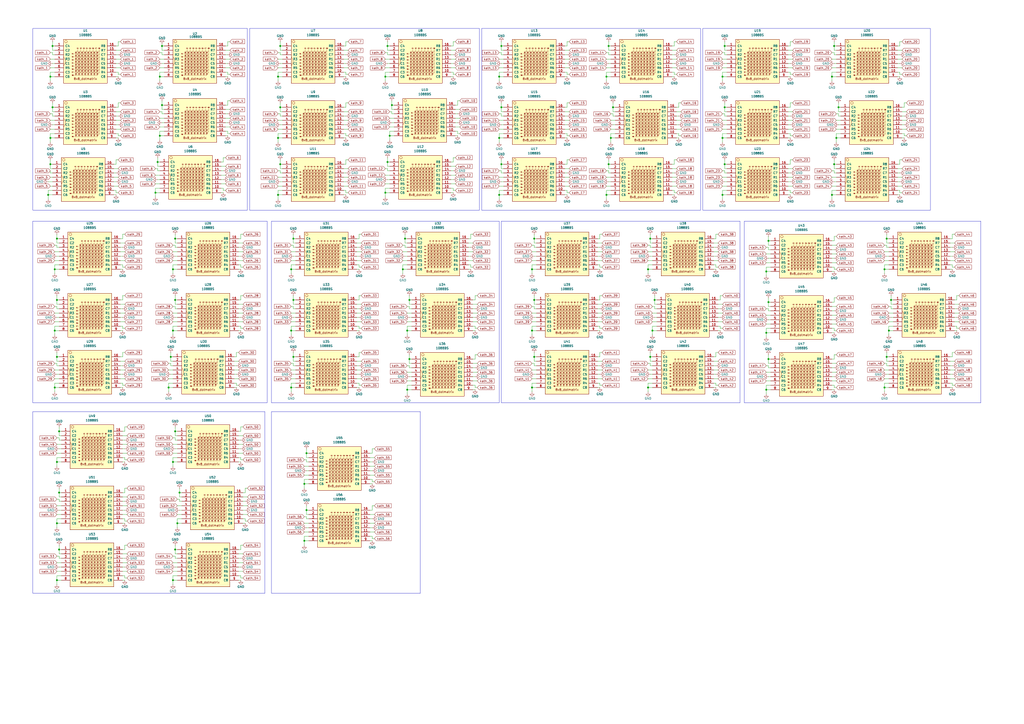
<source format=kicad_sch>
(kicad_sch (version 20231120) (generator "eeschema") (generator_version "8.0")
  (paper "A2")
  (lib_symbols
    (symbol "LED_1088bs:1088BS" (pin_names (offset 1.016))
      (property "Reference" "U" (at 7.62 11.43 0))
      (property "Value" "1088BS" (at 0 11.43 0))
      (symbol "1088BS_0_0"
        (text "8x8_dotmatrix" (at 0 -10.16 0) (effects (font (size 1.27 1.27))))
      )
      (symbol "1088BS_1_1"
        (text "C1" (at -4.445 7.493 0) (effects (font (size 0.508 0.508))))
        (text "C2" (at -2.667 7.493 0) (effects (font (size 0.508 0.508))))
        (text "C3" (at -0.889 7.493 0) (effects (font (size 0.508 0.508))))
        (text "C4" (at 0.889 7.493 0) (effects (font (size 0.508 0.508))))
        (text "C5" (at 2.667 7.493 0) (effects (font (size 0.508 0.508))))
        (text "C6" (at 4.445 7.493 0) (effects (font (size 0.508 0.508))))
        (text "C7" (at 6.223 7.493 0) (effects (font (size 0.508 0.508))))
        (text "C8" (at 8.001 7.493 0) (effects (font (size 0.508 0.508))))
        (text "R1" (at -7.366 4.318 0) (effects (font (size 0.508 0.508))))
        (text "R2" (at -7.366 2.54 0) (effects (font (size 0.508 0.508))))
        (text "R3" (at -7.366 0.762 0) (effects (font (size 0.508 0.508))))
        (text "R4" (at -7.366 -1.016 0) (effects (font (size 0.508 0.508))))
        (text "R5" (at -7.366 -2.794 0) (effects (font (size 0.508 0.508))))
        (text "R6" (at -7.366 -4.572 0) (effects (font (size 0.508 0.508))))
        (text "R7" (at -7.366 -6.35 0) (effects (font (size 0.508 0.508))))
        (text "R8" (at -7.366 -8.128 0) (effects (font (size 0.508 0.508))))
        (pin input line (at -17.78 8.89 0) (length 5.08) (name "C4") (number "1"))
        (pin input line (at 17.78 -6.35 180) (length 5.08) (name "R4") (number "10"))
        (pin input line (at 17.78 -3.81 180) (length 5.08) (name "R6") (number "11"))
        (pin input line (at 17.78 -1.27 180) (length 5.08) (name "C5") (number "12"))
        (pin input line (at 17.78 1.27 180) (length 5.08) (name "R1") (number "13"))
        (pin input line (at 17.78 3.81 180) (length 5.08) (name "C7") (number "14"))
        (pin input line (at 17.78 6.35 180) (length 5.08) (name "R7") (number "15"))
        (pin input line (at 17.78 8.89 180) (length 5.08) (name "R8") (number "16"))
        (pin input line (at -17.78 6.35 0) (length 5.08) (name "C2") (number "2"))
        (pin input line (at -17.78 3.81 0) (length 5.08) (name "R2") (number "3"))
        (pin input line (at -17.78 1.27 0) (length 5.08) (name "R3") (number "4"))
        (pin input line (at -17.78 -1.27 0) (length 5.08) (name "C1") (number "5"))
        (pin input line (at -17.78 -3.81 0) (length 5.08) (name "R5") (number "6"))
        (pin input line (at -17.78 -6.35 0) (length 5.08) (name "C3") (number "7"))
        (pin input line (at -17.78 -8.89 0) (length 5.08) (name "C6") (number "8"))
        (pin input line (at 17.78 -8.89 180) (length 5.08) (name "C8") (number "9"))
      )
    )
    (symbol "power:GND" (power) (pin_numbers hide) (pin_names (offset 0) hide)
      (property "Value" "GND" (at 0 -3.81 0))
      (symbol "GND_1_1"
        (pin power_in line (at 0 0 270) (length 0) (name "~") (number "1"))
      )
    )
  )
  (junction (at 375.92 156.21))
  (junction (at 237.49 173.99))
  (junction (at 100.33 191.77))
  (junction (at 308.61 224.79))
  (junction (at 29.21 44.45))
  (junction (at 162.56 62.23))
  (junction (at 513.08 224.79))
  (junction (at 90.17 111.76))
  (junction (at 419.1 44.45))
  (junction (at 97.79 224.79))
  (junction (at 100.33 267.97))
  (junction (at 176.53 313.69))
  (junction (at 101.6 250.19))
  (junction (at 33.02 267.97))
  (junction (at 514.35 138.43))
  (junction (at 33.02 336.55))
  (junction (at 27.94 113.03))
  (junction (at 177.8 262.89))
  (junction (at 31.75 191.77))
  (junction (at 226.06 78.74))
  (junction (at 351.79 113.03))
  (junction (at 354.33 80.01))
  (junction (at 308.61 156.21))
  (junction (at 444.5 226.06))
  (junction (at 419.1 113.03))
  (junction (at 308.61 191.77))
  (junction (at 93.98 26.67))
  (junction (at 168.91 156.21))
  (junction (at 290.83 26.67))
  (junction (at 30.48 62.23))
  (junction (at 375.92 224.79))
  (junction (at 34.29 250.19))
  (junction (at 290.83 95.25))
  (junction (at 176.53 280.67))
  (junction (at 483.87 26.67))
  (junction (at 444.5 157.48))
  (junction (at 33.02 207.01))
  (junction (at 233.68 156.21))
  (junction (at 170.18 173.99))
  (junction (at 161.29 80.01))
  (junction (at 377.19 207.01))
  (junction (at 485.14 80.01))
  (junction (at 101.6 318.77))
  (junction (at 482.6 113.03))
  (junction (at 161.29 113.03))
  (junction (at 290.83 62.23))
  (junction (at 93.98 60.96))
  (junction (at 92.71 44.45))
  (junction (at 379.73 173.99))
  (junction (at 162.56 95.25))
  (junction (at 486.41 62.23))
  (junction (at 31.75 156.21))
  (junction (at 513.08 156.21))
  (junction (at 33.02 173.99))
  (junction (at 444.5 193.04))
  (junction (at 309.88 207.01))
  (junction (at 29.21 95.25))
  (junction (at 223.52 44.45))
  (junction (at 234.95 138.43))
  (junction (at 237.49 208.28))
  (junction (at 445.77 208.28))
  (junction (at 33.02 138.43))
  (junction (at 236.22 226.06))
  (junction (at 515.62 191.77))
  (junction (at 101.6 173.99))
  (junction (at 223.52 111.76))
  (junction (at 170.18 138.43))
  (junction (at 355.6 62.23))
  (junction (at 516.89 173.99))
  (junction (at 378.46 191.77))
  (junction (at 377.19 138.43))
  (junction (at 101.6 138.43))
  (junction (at 177.8 295.91))
  (junction (at 445.77 139.7))
  (junction (at 289.56 80.01))
  (junction (at 168.91 191.77))
  (junction (at 227.33 60.96))
  (junction (at 34.29 318.77))
  (junction (at 224.79 93.98))
  (junction (at 224.79 26.67))
  (junction (at 91.44 93.98))
  (junction (at 30.48 26.67))
  (junction (at 419.1 80.01))
  (junction (at 170.18 207.01))
  (junction (at 482.6 44.45))
  (junction (at 161.29 44.45))
  (junction (at 514.35 207.01))
  (junction (at 483.87 95.25))
  (junction (at 351.79 44.45))
  (junction (at 236.22 191.77))
  (junction (at 34.29 285.75))
  (junction (at 92.71 78.74))
  (junction (at 309.88 138.43))
  (junction (at 289.56 113.03))
  (junction (at 353.06 26.67))
  (junction (at 33.02 303.53))
  (junction (at 168.91 224.79))
  (junction (at 31.75 224.79))
  (junction (at 100.33 156.21))
  (junction (at 102.87 303.53))
  (junction (at 104.14 285.75))
  (junction (at 445.77 175.26))
  (junction (at 420.37 95.25))
  (junction (at 162.56 26.67))
  (junction (at 29.21 80.01))
  (junction (at 353.06 95.25))
  (junction (at 99.06 207.01))
  (junction (at 289.56 44.45))
  (junction (at 420.37 26.67))
  (junction (at 309.88 173.99))
  (junction (at 420.37 62.23))
  (junction (at 100.33 336.55))
  (wire (pts (xy 72.39 266.7) (xy 73.66 266.7)))
  (wire (pts (xy 378.46 153.67) (xy 375.92 153.67)))
  (wire (pts (xy 33.02 142.24) (xy 33.02 143.51)))
  (wire (pts (xy 273.05 153.67) (xy 271.78 153.67)))
  (wire (pts (xy 101.6 321.31) (xy 101.6 318.77)))
  (wire (pts (xy 140.97 293.37) (xy 143.51 293.37)))
  (wire (pts (xy 447.04 223.52) (xy 444.5 223.52)))
  (wire (pts (xy 93.98 30.48) (xy 93.98 31.75)))
  (wire (pts (xy 31.75 26.67) (xy 30.48 26.67)))
  (wire (pts (xy 421.64 26.67) (xy 420.37 26.67)))
  (wire (pts (xy 207.01 151.13) (xy 209.55 151.13)))
  (wire (pts (xy 132.08 58.42) (xy 132.08 60.96)))
  (wire (pts (xy 275.59 190.5) (xy 275.59 189.23)))
  (wire (pts (xy 138.43 252.73) (xy 140.97 252.73)))
  (wire (pts (xy 29.21 80.01) (xy 31.75 80.01)))
  (wire (pts (xy 417.83 173.99) (xy 416.56 173.99)))
  (wire (pts (xy 223.52 30.48) (xy 224.79 30.48)))
  (wire (pts (xy 378.46 191.77) (xy 381 191.77)))
  (wire (pts (xy 27.94 105.41) (xy 30.48 105.41)))
  (wire (pts (xy 99.06 204.47) (xy 99.06 207.01)))
  (wire (pts (xy 139.7 138.43) (xy 138.43 138.43)))
  (wire (pts (xy 327.66 64.77) (xy 330.2 64.77)))
  (wire (pts (xy 419.1 39.37) (xy 421.64 39.37)))
  (wire (pts (xy 100.33 181.61) (xy 102.87 181.61)))
  (wire (pts (xy 199.39 31.75) (xy 200.66 31.75)))
  (wire (pts (xy 419.1 41.91) (xy 419.1 44.45)))
  (wire (pts (xy 377.19 140.97) (xy 377.19 138.43)))
  (wire (pts (xy 102.87 250.19) (xy 101.6 250.19)))
  (wire (pts (xy 515.62 140.97) (xy 514.35 140.97)))
  (wire (pts (xy 72.39 316.23) (xy 73.66 316.23)))
  (wire (pts (xy 71.12 171.45) (xy 72.39 171.45)))
  (wire (pts (xy 29.21 66.04) (xy 30.48 66.04)))
  (wire (pts (xy 482.6 218.44) (xy 483.87 218.44)))
  (wire (pts (xy 346.71 209.55) (xy 349.25 209.55)))
  (wire (pts (xy 91.44 96.52) (xy 91.44 93.98)))
  (wire (pts (xy 346.71 214.63) (xy 349.25 214.63)))
  (wire (pts (xy 162.56 24.13) (xy 162.56 26.67)))
  (wire (pts (xy 29.21 74.93) (xy 31.75 74.93)))
  (wire (pts (xy 101.6 252.73) (xy 101.6 250.19)))
  (wire (pts (xy 71.12 260.35) (xy 72.39 260.35)))
  (wire (pts (xy 30.48 29.21) (xy 30.48 26.67)))
  (wire (pts (xy 139.7 265.43) (xy 138.43 265.43)))
  (wire (pts (xy 171.45 209.55) (xy 170.18 209.55)))
  (wire (pts (xy 483.87 100.33) (xy 485.14 100.33)))
  (wire (pts (xy 71.12 138.43) (xy 69.85 138.43)))
  (wire (pts (xy 35.56 334.01) (xy 33.02 334.01)))
  (wire (pts (xy 224.79 97.79) (xy 224.79 99.06)))
  (wire (pts (xy 354.33 66.04) (xy 355.6 66.04)))
  (wire (pts (xy 420.37 92.71) (xy 420.37 95.25)))
  (wire (pts (xy 328.93 59.69) (xy 328.93 62.23)))
  (wire (pts (xy 199.39 80.01) (xy 200.66 80.01)))
  (wire (pts (xy 139.7 318.77) (xy 138.43 318.77)))
  (wire (pts (xy 375.92 222.25) (xy 375.92 224.79)))
  (wire (pts (xy 347.98 135.89) (xy 349.25 135.89)))
  (wire (pts (xy 138.43 156.21) (xy 139.7 156.21)))
  (wire (pts (xy 419.1 80.01) (xy 421.64 80.01)))
  (wire (pts (xy 420.37 97.79) (xy 420.37 95.25)))
  (wire (pts (xy 139.7 334.01) (xy 138.43 334.01)))
  (wire (pts (xy 264.16 73.66) (xy 266.7 73.66)))
  (wire (pts (xy 292.1 110.49) (xy 289.56 110.49)))
  (wire (pts (xy 90.17 97.79) (xy 91.44 97.79)))
  (wire (pts (xy 347.98 138.43) (xy 346.71 138.43)))
  (wire (pts (xy 171.45 189.23) (xy 168.91 189.23)))
  (wire (pts (xy 238.76 189.23) (xy 236.22 189.23)))
  (wire (pts (xy 69.85 181.61) (xy 72.39 181.61)))
  (wire (pts (xy 273.05 135.89) (xy 274.32 135.89)))
  (wire (pts (xy 378.46 138.43) (xy 377.19 138.43)))
  (wire (pts (xy 68.58 43.18) (xy 68.58 41.91)))
  (wire (pts (xy 92.71 93.98) (xy 91.44 93.98)))
  (wire (pts (xy 176.53 299.72) (xy 177.8 299.72)))
  (wire (pts (xy 33.02 267.97) (xy 33.02 270.51)))
  (wire (pts (xy 97.79 222.25) (xy 97.79 224.79)))
  (wire (pts (xy 520.7 29.21) (xy 523.24 29.21)))
  (wire (pts (xy 378.46 207.01) (xy 377.19 207.01)))
  (wire (pts (xy 207.01 186.69) (xy 209.55 186.69)))
  (wire (pts (xy 161.29 39.37) (xy 163.83 39.37)))
  (wire (pts (xy 208.28 190.5) (xy 208.28 189.23)))
  (wire (pts (xy 214.63 303.53) (xy 217.17 303.53)))
  (wire (pts (xy 236.22 191.77) (xy 238.76 191.77)))
  (wire (pts (xy 328.93 92.71) (xy 330.2 92.71)))
  (wire (pts (xy 513.08 224.79) (xy 513.08 227.33)))
  (wire (pts (xy 71.12 154.94) (xy 71.12 153.67)))
  (wire (pts (xy 521.97 24.13) (xy 521.97 26.67)))
  (wire (pts (xy 347.98 171.45) (xy 347.98 173.99)))
  (wire (pts (xy 71.12 189.23) (xy 69.85 189.23)))
  (wire (pts (xy 72.39 285.75) (xy 71.12 285.75)))
  (wire (pts (xy 33.02 177.8) (xy 33.02 179.07)))
  (wire (pts (xy 351.79 113.03) (xy 354.33 113.03)))
  (wire (pts (xy 457.2 34.29) (xy 459.74 34.29)))
  (wire (pts (xy 29.21 92.71) (xy 29.21 95.25)))
  (wire (pts (xy 226.06 76.2) (xy 226.06 78.74)))
  (wire (pts (xy 34.29 247.65) (xy 34.29 250.19)))
  (wire (pts (xy 515.62 191.77) (xy 518.16 191.77)))
  (wire (pts (xy 33.02 254) (xy 34.29 254)))
  (wire (pts (xy 378.46 191.77) (xy 378.46 194.31)))
  (wire (pts (xy 347.98 190.5) (xy 349.25 190.5)))
  (wire (pts (xy 101.6 148.59) (xy 102.87 148.59)))
  (wire (pts (xy 227.33 58.42) (xy 227.33 60.96)))
  (wire (pts (xy 161.29 30.48) (xy 162.56 30.48)))
  (wire (pts (xy 482.6 142.24) (xy 485.14 142.24)))
  (wire (pts (xy 101.6 184.15) (xy 102.87 184.15)))
  (wire (pts (xy 458.47 41.91) (xy 457.2 41.91)))
  (wire (pts (xy 101.6 255.27) (xy 102.87 255.27)))
  (wire (pts (xy 308.61 210.82) (xy 309.88 210.82)))
  (wire (pts (xy 139.7 173.99) (xy 138.43 173.99)))
  (wire (pts (xy 163.83 26.67) (xy 162.56 26.67)))
  (wire (pts (xy 457.2 36.83) (xy 458.47 36.83)))
  (wire (pts (xy 199.39 64.77) (xy 201.93 64.77)))
  (wire (pts (xy 419.1 30.48) (xy 420.37 30.48)))
  (wire (pts (xy 482.6 215.9) (xy 485.14 215.9)))
  (wire (pts (xy 444.5 179.07) (xy 445.77 179.07)))
  (wire (pts (xy 444.5 143.51) (xy 445.77 143.51)))
  (wire (pts (xy 308.61 214.63) (xy 311.15 214.63)))
  (wire (pts (xy 233.68 156.21) (xy 236.22 156.21)))
  (wire (pts (xy 161.29 77.47) (xy 161.29 80.01)))
  (wire (pts (xy 238.76 210.82) (xy 237.49 210.82)))
  (wire (pts (xy 224.79 36.83) (xy 226.06 36.83)))
  (wire (pts (xy 289.56 113.03) (xy 292.1 113.03)))
  (wire (pts (xy 289.56 77.47) (xy 289.56 80.01)))
  (wire (pts (xy 391.16 24.13) (xy 391.16 26.67)))
  (wire (pts (xy 346.71 143.51) (xy 347.98 143.51)))
  (wire (pts (xy 215.9 260.35) (xy 217.17 260.35)))
  (wire (pts (xy 309.88 177.8) (xy 309.88 179.07)))
  (wire (pts (xy 137.16 223.52) (xy 138.43 223.52)))
  (wire (pts (xy 236.22 140.97) (xy 234.95 140.97)))
  (wire (pts (xy 71.12 262.89) (xy 73.66 262.89)))
  (wire (pts (xy 92.71 41.91) (xy 92.71 44.45)))
  (wire (pts (xy 33.02 265.43) (xy 33.02 267.97)))
  (wire (pts (xy 90.17 101.6) (xy 92.71 101.6)))
  (wire (pts (xy 420.37 105.41) (xy 421.64 105.41)))
  (wire (pts (xy 215.9 279.4) (xy 215.9 278.13)))
  (wire (pts (xy 142.24 283.21) (xy 142.24 285.75)))
  (wire (pts (xy 95.25 41.91) (xy 92.71 41.91)))
  (wire (pts (xy 444.5 157.48) (xy 447.04 157.48)))
  (wire (pts (xy 71.12 190.5) (xy 71.12 189.23)))
  (wire (pts (xy 308.61 156.21) (xy 311.15 156.21)))
  (wire (pts (xy 139.7 154.94) (xy 140.97 154.94)))
  (wire (pts (xy 262.89 91.44) (xy 264.16 91.44)))
  (wire (pts (xy 163.83 110.49) (xy 161.29 110.49)))
  (wire (pts (xy 416.56 181.61) (xy 419.1 181.61)))
  (wire (pts (xy 551.18 151.13) (xy 553.72 151.13)))
  (wire (pts (xy 71.12 255.27) (xy 72.39 255.27)))
  (wire (pts (xy 416.56 186.69) (xy 419.1 186.69)))
  (wire (pts (xy 34.29 260.35) (xy 35.56 260.35)))
  (wire (pts (xy 482.6 157.48) (xy 483.87 157.48)))
  (wire (pts (xy 138.43 140.97) (xy 140.97 140.97)))
  (wire (pts (xy 275.59 173.99) (xy 274.32 173.99)))
  (wire (pts (xy 66.04 97.79) (xy 68.58 97.79)))
  (wire (pts (xy 515.62 209.55) (xy 514.35 209.55)))
  (wire (pts (xy 199.39 67.31) (xy 200.66 67.31)))
  (wire (pts (xy 34.29 207.01) (xy 33.02 207.01)))
  (wire (pts (xy 138.43 326.39) (xy 140.97 326.39)))
  (wire (pts (xy 378.46 140.97) (xy 377.19 140.97)))
  (wire (pts (xy 138.43 255.27) (xy 139.7 255.27)))
  (wire (pts (xy 262.89 43.18) (xy 264.16 43.18)))
  (wire (pts (xy 414.02 156.21) (xy 415.29 156.21)))
  (wire (pts (xy 71.12 303.53) (xy 72.39 303.53)))
  (wire (pts (xy 551.18 209.55) (xy 553.72 209.55)))
  (wire (pts (xy 483.87 224.79) (xy 483.87 223.52)))
  (wire (pts (xy 100.33 209.55) (xy 99.06 209.55)))
  (wire (pts (xy 513.08 146.05) (xy 515.62 146.05)))
  (wire (pts (xy 234.95 140.97) (xy 234.95 138.43)))
  (wire (pts (xy 135.89 217.17) (xy 137.16 217.17)))
  (wire (pts (xy 482.6 177.8) (xy 485.14 177.8)))
  (wire (pts (xy 273.05 154.94) (xy 274.32 154.94)))
  (wire (pts (xy 274.32 210.82) (xy 276.86 210.82)))
  (wire (pts (xy 200.66 78.74) (xy 200.66 77.47)))
  (wire (pts (xy 138.43 328.93) (xy 139.7 328.93)))
  (wire (pts (xy 483.87 175.26) (xy 482.6 175.26)))
  (wire (pts (xy 457.2 64.77) (xy 459.74 64.77)))
  (wire (pts (xy 139.7 190.5) (xy 140.97 190.5)))
  (wire (pts (xy 67.31 110.49) (xy 66.04 110.49)))
  (wire (pts (xy 444.5 157.48) (xy 444.5 160.02)))
  (wire (pts (xy 521.97 41.91) (xy 520.7 41.91)))
  (wire (pts (xy 92.71 39.37) (xy 95.25 39.37)))
  (wire (pts (xy 445.77 137.16) (xy 445.77 139.7)))
  (wire (pts (xy 458.47 110.49) (xy 457.2 110.49)))
  (wire (pts (xy 226.06 41.91) (xy 223.52 41.91)))
  (wire (pts (xy 99.06 210.82) (xy 99.06 212.09)))
  (wire (pts (xy 328.93 24.13) (xy 330.2 24.13)))
  (wire (pts (xy 327.66 74.93) (xy 330.2 74.93)))
  (wire (pts (xy 71.12 222.25) (xy 69.85 222.25)))
  (wire (pts (xy 33.02 298.45) (xy 35.56 298.45)))
  (wire (pts (xy 227.33 71.12) (xy 228.6 71.12)))
  (wire (pts (xy 176.53 303.53) (xy 179.07 303.53)))
  (wire (pts (xy 29.21 69.85) (xy 31.75 69.85)))
  (wire (pts (xy 420.37 36.83) (xy 421.64 36.83)))
  (wire (pts (xy 377.19 135.89) (xy 377.19 138.43)))
  (wire (pts (xy 176.53 311.15) (xy 176.53 313.69)))
  (wire (pts (xy 139.7 335.28) (xy 139.7 334.01)))
  (wire (pts (xy 378.46 189.23) (xy 378.46 191.77)))
  (wire (pts (xy 168.91 222.25) (xy 168.91 224.79)))
  (wire (pts (xy 162.56 66.04) (xy 162.56 67.31)))
  (wire (pts (xy 168.91 210.82) (xy 170.18 210.82)))
  (wire (pts (xy 97.79 224.79) (xy 100.33 224.79)))
  (wire (pts (xy 289.56 44.45) (xy 289.56 46.99)))
  (wire (pts (xy 67.31 31.75) (xy 68.58 31.75)))
  (wire (pts (xy 72.39 316.23) (xy 72.39 318.77)))
  (wire (pts (xy 393.7 62.23) (xy 392.43 62.23)))
  (wire (pts (xy 289.56 39.37) (xy 292.1 39.37)))
  (wire (pts (xy 458.47 111.76) (xy 459.74 111.76)))
  (wire (pts (xy 34.29 289.56) (xy 34.29 290.83)))
  (wire (pts (xy 445.77 172.72) (xy 445.77 175.26)))
  (wire (pts (xy 353.06 99.06) (xy 353.06 100.33)))
  (wire (pts (xy 179.07 265.43) (xy 177.8 265.43)))
  (wire (pts (xy 392.43 69.85) (xy 394.97 69.85)))
  (wire (pts (xy 34.29 173.99) (xy 33.02 173.99)))
  (wire (pts (xy 142.24 285.75) (xy 140.97 285.75)))
  (wire (pts (xy 327.66 102.87) (xy 330.2 102.87)))
  (wire (pts (xy 100.33 322.58) (xy 101.6 322.58)))
  (wire (pts (xy 485.14 95.25) (xy 483.87 95.25)))
  (wire (pts (xy 161.29 113.03) (xy 163.83 113.03)))
  (wire (pts (xy 289.56 113.03) (xy 289.56 115.57)))
  (wire (pts (xy 215.9 293.37) (xy 217.17 293.37)))
  (wire (pts (xy 309.88 184.15) (xy 311.15 184.15)))
  (wire (pts (xy 354.33 80.01) (xy 356.87 80.01)))
  (wire (pts (xy 514.35 204.47) (xy 514.35 207.01)))
  (wire (pts (xy 226.06 73.66) (xy 228.6 73.66)))
  (wire (pts (xy 72.39 265.43) (xy 71.12 265.43)))
  (wire (pts (xy 444.5 223.52) (xy 444.5 226.06)))
  (wire (pts (xy 308.61 222.25) (xy 308.61 224.79)))
  (wire (pts (xy 97.79 224.79) (xy 97.79 227.33)))
  (wire (pts (xy 226.06 78.74) (xy 228.6 78.74)))
  (wire (pts (xy 421.64 41.91) (xy 419.1 41.91)))
  (wire (pts (xy 482.6 182.88) (xy 485.14 182.88)))
  (wire (pts (xy 377.19 143.51) (xy 378.46 143.51)))
  (wire (pts (xy 170.18 143.51) (xy 171.45 143.51)))
  (wire (pts (xy 457.2 80.01) (xy 458.47 80.01)))
  (wire (pts (xy 168.91 219.71) (xy 171.45 219.71)))
  (wire (pts (xy 72.39 250.19) (xy 71.12 250.19)))
  (wire (pts (xy 514.35 143.51) (xy 515.62 143.51)))
  (wire (pts (xy 444.5 226.06) (xy 444.5 228.6)))
  (wire (pts (xy 351.79 110.49) (xy 351.79 113.03)))
  (wire (pts (xy 72.39 302.26) (xy 72.39 300.99)))
  (wire (pts (xy 521.97 111.76) (xy 523.24 111.76)))
  (wire (pts (xy 208.28 189.23) (xy 207.01 189.23)))
  (wire (pts (xy 90.17 109.22) (xy 90.17 111.76)))
  (wire (pts (xy 328.93 41.91) (xy 327.66 41.91)))
  (wire (pts (xy 482.6 44.45) (xy 482.6 46.99)))
  (wire (pts (xy 415.29 207.01) (xy 414.02 207.01)))
  (wire (pts (xy 419.1 74.93) (xy 421.64 74.93)))
  (wire (pts (xy 483.87 29.21) (xy 483.87 26.67)))
  (wire (pts (xy 262.89 91.44) (xy 262.89 93.98)))
  (wire (pts (xy 214.63 267.97) (xy 215.9 267.97)))
  (wire (pts (xy 354.33 95.25) (xy 353.06 95.25)))
  (wire (pts (xy 447.04 175.26) (xy 445.77 175.26)))
  (wire (pts (xy 199.39 36.83) (xy 200.66 36.83)))
  (wire (pts (xy 515.62 177.8) (xy 516.89 177.8)))
  (wire (pts (xy 72.39 247.65) (xy 72.39 250.19)))
  (wire (pts (xy 420.37 66.04) (xy 420.37 67.31)))
  (wire (pts (xy 69.85 148.59) (xy 71.12 148.59)))
  (wire (pts (xy 35.56 265.43) (xy 33.02 265.43)))
  (wire (pts (xy 458.47 78.74) (xy 459.74 78.74)))
  (wire (pts (xy 223.52 101.6) (xy 226.06 101.6)))
  (wire (pts (xy 170.18 179.07) (xy 171.45 179.07)))
  (wire (pts (xy 35.56 252.73) (xy 34.29 252.73)))
  (wire (pts (xy 179.07 295.91) (xy 177.8 295.91)))
  (wire (pts (xy 215.9 312.42) (xy 215.9 311.15)))
  (wire (pts (xy 420.37 59.69) (xy 420.37 62.23)))
  (wire (pts (xy 227.33 63.5) (xy 227.33 60.96)))
  (wire (pts (xy 483.87 205.74) (xy 485.14 205.74)))
  (wire (pts (xy 273.05 154.94) (xy 273.05 153.67)))
  (wire (pts (xy 171.45 173.99) (xy 170.18 173.99)))
  (wire (pts (xy 420.37 67.31) (xy 421.64 67.31)))
  (wire (pts (xy 421.64 77.47) (xy 419.1 77.47)))
  (wire (pts (xy 389.89 34.29) (xy 392.43 34.29)))
  (wire (pts (xy 226.06 68.58) (xy 228.6 68.58)))
  (wire (pts (xy 521.97 43.18) (xy 521.97 41.91)))
  (wire (pts (xy 71.12 223.52) (xy 72.39 223.52)))
  (wire (pts (xy 262.89 41.91) (xy 261.62 41.91)))
  (wire (pts (xy 92.71 76.2) (xy 92.71 78.74)))
  (wire (pts (xy 458.47 59.69) (xy 458.47 62.23)))
  (wire (pts (xy 71.12 204.47) (xy 72.39 204.47)))
  (wire (pts (xy 236.22 181.61) (xy 238.76 181.61)))
  (wire (pts (xy 275.59 205.74) (xy 275.59 208.28)))
  (wire (pts (xy 72.39 335.28) (xy 72.39 334.01)))
  (wire (pts (xy 223.52 109.22) (xy 223.52 111.76)))
  (wire (pts (xy 482.6 226.06) (xy 483.87 226.06)))
  (wire (pts (xy 378.46 177.8) (xy 379.73 177.8)))
  (wire (pts (xy 208.28 204.47) (xy 208.28 207.01)))
  (wire (pts (xy 486.41 59.69) (xy 486.41 62.23)))
  (wire (pts (xy 100.33 267.97) (xy 102.87 267.97)))
  (wire (pts (xy 375.92 156.21) (xy 378.46 156.21)))
  (wire (pts (xy 485.14 29.21) (xy 483.87 29.21)))
  (wire (pts (xy 208.28 173.99) (xy 207.01 173.99)))
  (wire (pts (xy 347.98 135.89) (xy 347.98 138.43)))
  (wire (pts (xy 71.12 154.94) (xy 72.39 154.94)))
  (wire (pts (xy 444.5 190.5) (xy 444.5 193.04)))
  (wire (pts (xy 130.81 71.12) (xy 132.08 71.12)))
  (wire (pts (xy 92.71 34.29) (xy 95.25 34.29)))
  (wire (pts (xy 34.29 321.31) (xy 34.29 318.77)))
  (wire (pts (xy 100.33 191.77) (xy 100.33 194.31)))
  (wire (pts (xy 485.14 66.04) (xy 486.41 66.04)))
  (wire (pts (xy 274.32 191.77) (xy 275.59 191.77)))
  (wire (pts (xy 162.56 67.31) (xy 163.83 67.31)))
  (wire (pts (xy 309.88 140.97) (xy 309.88 138.43)))
  (wire (pts (xy 514.35 217.17) (xy 515.62 217.17)))
  (wire (pts (xy 447.04 139.7) (xy 445.77 139.7)))
  (wire (pts (xy 482.6 110.49) (xy 482.6 113.03)))
  (wire (pts (xy 33.02 212.09) (xy 34.29 212.09)))
  (wire (pts (xy 290.83 36.83) (xy 292.1 36.83)))
  (wire (pts (xy 199.39 97.79) (xy 201.93 97.79)))
  (wire (pts (xy 34.29 283.21) (xy 34.29 285.75)))
  (wire (pts (xy 327.66 67.31) (xy 328.93 67.31)))
  (wire (pts (xy 389.89 31.75) (xy 391.16 31.75)))
  (wire (pts (xy 262.89 26.67) (xy 261.62 26.67)))
  (wire (pts (xy 415.29 204.47) (xy 416.56 204.47)))
  (wire (pts (xy 214.63 275.59) (xy 217.17 275.59)))
  (wire (pts (xy 34.29 209.55) (xy 33.02 209.55)))
  (wire (pts (xy 419.1 77.47) (xy 419.1 80.01)))
  (wire (pts (xy 130.81 39.37) (xy 133.35 39.37)))
  (wire (pts (xy 139.7 171.45) (xy 140.97 171.45)))
  (wire (pts (xy 71.12 135.89) (xy 71.12 138.43)))
  (wire (pts (xy 30.48 64.77) (xy 30.48 62.23)))
  (wire (pts (xy 208.28 223.52) (xy 208.28 222.25)))
  (wire (pts (xy 100.33 186.69) (xy 102.87 186.69)))
  (wire (pts (xy 214.63 270.51) (xy 217.17 270.51)))
  (wire (pts (xy 71.12 328.93) (xy 72.39 328.93)))
  (wire (pts (xy 347.98 154.94) (xy 347.98 153.67)))
  (wire (pts (xy 101.6 260.35) (xy 102.87 260.35)))
  (wire (pts (xy 513.08 156.21) (xy 515.62 156.21)))
  (wire (pts (xy 378.46 222.25) (xy 375.92 222.25)))
  (wire (pts (xy 237.49 212.09) (xy 237.49 213.36)))
  (wire (pts (xy 483.87 105.41) (xy 485.14 105.41)))
  (wire (pts (xy 354.33 77.47) (xy 354.33 80.01)))
  (wire (pts (xy 356.87 64.77) (xy 355.6 64.77)))
  (wire (pts (xy 67.31 111.76) (xy 68.58 111.76)))
  (wire (pts (xy 138.43 146.05) (xy 140.97 146.05)))
  (wire (pts (xy 214.63 306.07) (xy 215.9 306.07)))
  (wire (pts (xy 69.85 176.53) (xy 72.39 176.53)))
  (wire (pts (xy 100.33 156.21) (xy 102.87 156.21)))
  (wire (pts (xy 214.63 300.99) (xy 215.9 300.99)))
  (wire (pts (xy 69.85 191.77) (xy 71.12 191.77)))
  (wire (pts (xy 328.93 95.25) (xy 327.66 95.25)))
  (wire (pts (xy 227.33 66.04) (xy 228.6 66.04)))
  (wire (pts (xy 129.54 93.98) (xy 128.27 93.98)))
  (wire (pts (xy 520.7 31.75) (xy 521.97 31.75)))
  (wire (pts (xy 391.16 43.18) (xy 391.16 41.91)))
  (wire (pts (xy 457.2 100.33) (xy 458.47 100.33)))
  (wire (pts (xy 71.12 135.89) (xy 72.39 135.89)))
  (wire (pts (xy 97.79 219.71) (xy 100.33 219.71)))
  (wire (pts (xy 35.56 318.77) (xy 34.29 318.77)))
  (wire (pts (xy 274.32 220.98) (xy 276.86 220.98)))
  (wire (pts (xy 375.92 146.05) (xy 378.46 146.05)))
  (wire (pts (xy 482.6 113.03) (xy 482.6 115.57)))
  (wire (pts (xy 552.45 223.52) (xy 552.45 222.25)))
  (wire (pts (xy 200.66 92.71) (xy 201.93 92.71)))
  (wire (pts (xy 66.04 107.95) (xy 68.58 107.95)))
  (wire (pts (xy 513.08 224.79) (xy 515.62 224.79)))
  (wire (pts (xy 551.18 140.97) (xy 553.72 140.97)))
  (wire (pts (xy 274.32 176.53) (xy 276.86 176.53)))
  (wire (pts (xy 347.98 207.01) (xy 346.71 207.01)))
  (wire (pts (xy 102.87 176.53) (xy 101.6 176.53)))
  (wire (pts (xy 354.33 80.01) (xy 354.33 82.55)))
  (wire (pts (xy 261.62 44.45) (xy 262.89 44.45)))
  (wire (pts (xy 214.63 298.45) (xy 217.17 298.45)))
  (wire (pts (xy 223.52 97.79) (xy 224.79 97.79)))
  (wire (pts (xy 137.16 204.47) (xy 138.43 204.47)))
  (wire (pts (xy 95.25 76.2) (xy 92.71 76.2)))
  (wire (pts (xy 31.75 181.61) (xy 34.29 181.61)))
  (wire (pts (xy 375.92 214.63) (xy 378.46 214.63)))
  (wire (pts (xy 71.12 153.67) (xy 69.85 153.67)))
  (wire (pts (xy 104.14 283.21) (xy 104.14 285.75)))
  (wire (pts (xy 482.6 102.87) (xy 485.14 102.87)))
  (wire (pts (xy 515.62 181.61) (xy 518.16 181.61)))
  (wire (pts (xy 29.21 100.33) (xy 30.48 100.33)))
  (wire (pts (xy 290.83 99.06) (xy 290.83 100.33)))
  (wire (pts (xy 179.07 298.45) (xy 177.8 298.45)))
  (wire (pts (xy 393.7 59.69) (xy 394.97 59.69)))
  (wire (pts (xy 261.62 111.76) (xy 262.89 111.76)))
  (wire (pts (xy 458.47 62.23) (xy 457.2 62.23)))
  (wire (pts (xy 233.68 151.13) (xy 236.22 151.13)))
  (wire (pts (xy 458.47 78.74) (xy 458.47 77.47)))
  (wire (pts (xy 327.66 72.39) (xy 328.93 72.39)))
  (wire (pts (xy 93.98 63.5) (xy 93.98 60.96)))
  (wire (pts (xy 170.18 217.17) (xy 171.45 217.17)))
  (wire (pts (xy 486.41 67.31) (xy 487.68 67.31)))
  (wire (pts (xy 346.71 146.05) (xy 349.25 146.05)))
  (wire (pts (xy 138.43 323.85) (xy 139.7 323.85)))
  (wire (pts (xy 33.02 184.15) (xy 34.29 184.15)))
  (wire (pts (xy 208.28 138.43) (xy 207.01 138.43)))
  (wire (pts (xy 161.29 107.95) (xy 163.83 107.95)))
  (wire (pts (xy 199.39 100.33) (xy 200.66 100.33)))
  (wire (pts (xy 458.47 43.18) (xy 458.47 41.91)))
  (wire (pts (xy 200.66 43.18) (xy 201.93 43.18)))
  (wire (pts (xy 130.81 66.04) (xy 132.08 66.04)))
  (wire (pts (xy 29.21 44.45) (xy 31.75 44.45)))
  (wire (pts (xy 419.1 102.87) (xy 421.64 102.87)))
  (wire (pts (xy 419.1 107.95) (xy 421.64 107.95)))
  (wire (pts (xy 415.29 135.89) (xy 416.56 135.89)))
  (wire (pts (xy 445.77 179.07) (xy 445.77 180.34)))
  (wire (pts (xy 457.2 31.75) (xy 458.47 31.75)))
  (wire (pts (xy 31.75 41.91) (xy 29.21 41.91)))
  (wire (pts (xy 275.59 171.45) (xy 276.86 171.45)))
  (wire (pts (xy 485.14 110.49) (xy 482.6 110.49)))
  (wire (pts (xy 236.22 220.98) (xy 238.76 220.98)))
  (wire (pts (xy 176.53 280.67) (xy 179.07 280.67)))
  (wire (pts (xy 199.39 107.95) (xy 201.93 107.95)))
  (wire (pts (xy 29.21 44.45) (xy 29.21 46.99)))
  (wire (pts (xy 485.14 26.67) (xy 483.87 26.67)))
  (wire (pts (xy 177.8 299.72) (xy 177.8 300.99)))
  (wire (pts (xy 444.5 193.04) (xy 444.5 195.58)))
  (wire (pts (xy 420.37 24.13) (xy 420.37 26.67)))
  (wire (pts (xy 457.2 39.37) (xy 459.74 39.37)))
  (wire (pts (xy 199.39 72.39) (xy 200.66 72.39)))
  (wire (pts (xy 351.79 41.91) (xy 351.79 44.45)))
  (wire (pts (xy 311.15 140.97) (xy 309.88 140.97)))
  (wire (pts (xy 33.02 209.55) (xy 33.02 207.01)))
  (wire (pts (xy 389.89 107.95) (xy 392.43 107.95)))
  (wire (pts (xy 67.31 80.01) (xy 68.58 80.01)))
  (wire (pts (xy 290.83 105.41) (xy 292.1 105.41)))
  (wire (pts (xy 132.08 43.18) (xy 132.08 41.91)))
  (wire (pts (xy 29.21 34.29) (xy 31.75 34.29)))
  (wire (pts (xy 552.45 204.47) (xy 552.45 207.01)))
  (wire (pts (xy 520.7 113.03) (xy 521.97 113.03)))
  (wire (pts (xy 447.04 190.5) (xy 444.5 190.5)))
  (wire (pts (xy 30.48 97.79) (xy 29.21 97.79)))
  (wire (pts (xy 520.7 39.37) (xy 523.24 39.37)))
  (wire (pts (xy 27.94 113.03) (xy 30.48 113.03)))
  (wire (pts (xy 457.2 105.41) (xy 458.47 105.41)))
  (wire (pts (xy 215.9 278.13) (xy 214.63 278.13)))
  (wire (pts (xy 177.8 273.05) (xy 179.07 273.05)))
  (wire (pts (xy 161.29 69.85) (xy 163.83 69.85)))
  (wire (pts (xy 138.43 186.69) (xy 140.97 186.69)))
  (wire (pts (xy 139.7 190.5) (xy 139.7 189.23)))
  (wire (pts (xy 176.53 280.67) (xy 176.53 283.21)))
  (wire (pts (xy 168.91 153.67) (xy 168.91 156.21)))
  (wire (pts (xy 170.18 204.47) (xy 170.18 207.01)))
  (wire (pts (xy 353.06 31.75) (xy 354.33 31.75)))
  (wire (pts (xy 71.12 207.01) (xy 69.85 207.01)))
  (wire (pts (xy 375.92 219.71) (xy 378.46 219.71)))
  (wire (pts (xy 208.28 222.25) (xy 207.01 222.25)))
  (wire (pts (xy 100.33 142.24) (xy 101.6 142.24)))
  (wire (pts (xy 102.87 293.37) (xy 105.41 293.37)))
  (wire (pts (xy 458.47 95.25) (xy 457.2 95.25)))
  (wire (pts (xy 414.02 146.05) (xy 416.56 146.05)))
  (wire (pts (xy 354.33 74.93) (xy 356.87 74.93)))
  (wire (pts (xy 93.98 36.83) (xy 95.25 36.83)))
  (wire (pts (xy 458.47 111.76) (xy 458.47 110.49)))
  (wire (pts (xy 419.1 99.06) (xy 420.37 99.06)))
  (wire (pts (xy 177.8 306.07) (xy 179.07 306.07)))
  (wire (pts (xy 419.1 66.04) (xy 420.37 66.04)))
  (wire (pts (xy 416.56 179.07) (xy 417.83 179.07)))
  (wire (pts (xy 447.04 154.94) (xy 444.5 154.94)))
  (wire (pts (xy 419.1 34.29) (xy 421.64 34.29)))
  (wire (pts (xy 226.06 93.98) (xy 224.79 93.98)))
  (wire (pts (xy 356.87 77.47) (xy 354.33 77.47)))
  (wire (pts (xy 90.17 106.68) (xy 92.71 106.68)))
  (wire (pts (xy 176.53 270.51) (xy 179.07 270.51)))
  (wire (pts (xy 71.12 204.47) (xy 71.12 207.01)))
  (wire (pts (xy 236.22 226.06) (xy 238.76 226.06)))
  (wire (pts (xy 290.83 72.39) (xy 292.1 72.39)))
  (wire (pts (xy 69.85 186.69) (xy 72.39 186.69)))
  (wire (pts (xy 67.31 64.77) (xy 69.85 64.77)))
  (wire (pts (xy 521.97 111.76) (xy 521.97 110.49)))
  (wire (pts (xy 92.71 109.22) (xy 90.17 109.22)))
  (wire (pts (xy 515.62 207.01) (xy 514.35 207.01)))
  (wire (pts (xy 265.43 58.42) (xy 265.43 60.96)))
  (wire (pts (xy 69.85 146.05) (xy 72.39 146.05)))
  (wire (pts (xy 482.6 149.86) (xy 483.87 149.86)))
  (wire (pts (xy 417.83 189.23) (xy 416.56 189.23)))
  (wire (pts (xy 34.29 295.91) (xy 35.56 295.91)))
  (wire (pts (xy 132.08 77.47) (xy 133.35 77.47)))
  (wire (pts (xy 485.14 97.79) (xy 483.87 97.79)))
  (wire (pts (xy 552.45 204.47) (xy 553.72 204.47)))
  (wire (pts (xy 137.16 223.52) (xy 137.16 222.25)))
  (wire (pts (xy 67.31 72.39) (xy 68.58 72.39)))
  (wire (pts (xy 34.29 328.93) (xy 35.56 328.93)))
  (wire (pts (xy 233.68 156.21) (xy 233.68 158.75)))
  (wire (pts (xy 419.1 69.85) (xy 421.64 69.85)))
  (wire (pts (xy 353.06 29.21) (xy 353.06 26.67)))
  (wire (pts (xy 274.32 226.06) (xy 275.59 226.06)))
  (wire (pts (xy 327.66 80.01) (xy 328.93 80.01)))
  (wire (pts (xy 237.49 218.44) (xy 238.76 218.44)))
  (wire (pts (xy 289.56 34.29) (xy 292.1 34.29)))
  (wire (pts (xy 289.56 69.85) (xy 292.1 69.85)))
  (wire (pts (xy 351.79 102.87) (xy 354.33 102.87)))
  (wire (pts (xy 95.25 60.96) (xy 93.98 60.96)))
  (wire (pts (xy 523.24 72.39) (xy 524.51 72.39)))
  (wire (pts (xy 351.79 107.95) (xy 354.33 107.95)))
  (wire (pts (xy 379.73 184.15) (xy 381 184.15)))
  (wire (pts (xy 226.06 64.77) (xy 227.33 64.77)))
  (wire (pts (xy 68.58 78.74) (xy 68.58 77.47)))
  (wire (pts (xy 129.54 110.49) (xy 130.81 110.49)))
  (wire (pts (xy 513.08 156.21) (xy 513.08 158.75)))
  (wire (pts (xy 553.72 179.07) (xy 554.99 179.07)))
  (wire (pts (xy 353.06 24.13) (xy 353.06 26.67)))
  (wire (pts (xy 199.39 44.45) (xy 200.66 44.45)))
  (wire (pts (xy 207.01 191.77) (xy 208.28 191.77)))
  (wire (pts (xy 208.28 190.5) (xy 209.55 190.5)))
  (wire (pts (xy 104.14 295.91) (xy 105.41 295.91)))
  (wire (pts (xy 72.39 283.21) (xy 73.66 283.21)))
  (wire (pts (xy 30.48 95.25) (xy 29.21 95.25)))
  (wire (pts (xy 68.58 59.69) (xy 68.58 62.23)))
  (wire (pts (xy 170.18 209.55) (xy 170.18 207.01)))
  (wire (pts (xy 327.66 44.45) (xy 328.93 44.45)))
  (wire (pts (xy 99.06 209.55) (xy 99.06 207.01)))
  (wire (pts (xy 483.87 223.52) (xy 482.6 223.52)))
  (wire (pts (xy 553.72 191.77) (xy 554.99 191.77)))
  (wire (pts (xy 309.88 176.53) (xy 309.88 173.99)))
  (wire (pts (xy 236.22 189.23) (xy 236.22 191.77)))
  (wire (pts (xy 130.81 78.74) (xy 132.08 78.74)))
  (wire (pts (xy 200.66 41.91) (xy 199.39 41.91)))
  (wire (pts (xy 91.44 99.06) (xy 92.71 99.06)))
  (wire (pts (xy 100.33 267.97) (xy 100.33 270.51)))
  (wire (pts (xy 445.77 185.42) (xy 447.04 185.42)))
  (wire (pts (xy 514.35 135.89) (xy 514.35 138.43)))
  (wire (pts (xy 214.63 308.61) (xy 217.17 308.61)))
  (wire (pts (xy 447.04 208.28) (xy 445.77 208.28)))
  (wire (pts (xy 30.48 67.31) (xy 31.75 67.31)))
  (wire (pts (xy 91.44 91.44) (xy 91.44 93.98)))
  (wire (pts (xy 346.71 140.97) (xy 349.25 140.97)))
  (wire (pts (xy 237.49 171.45) (xy 237.49 173.99)))
  (wire (pts (xy 485.14 41.91) (xy 482.6 41.91)))
  (wire (pts (xy 170.18 135.89) (xy 170.18 138.43)))
  (wire (pts (xy 200.66 95.25) (xy 199.39 95.25)))
  (wire (pts (xy 346.71 176.53) (xy 349.25 176.53)))
  (wire (pts (xy 353.06 30.48) (xy 353.06 31.75)))
  (wire (pts (xy 516.89 177.8) (xy 516.89 179.07)))
  (wire (pts (xy 290.83 66.04) (xy 290.83 67.31)))
  (wire (pts (xy 308.61 219.71) (xy 311.15 219.71)))
  (wire (pts (xy 161.29 41.91) (xy 161.29 44.45)))
  (wire (pts (xy 130.81 68.58) (xy 133.35 68.58)))
  (wire (pts (xy 518.16 176.53) (xy 516.89 176.53)))
  (wire (pts (xy 271.78 151.13) (xy 274.32 151.13)))
  (wire (pts (xy 33.02 204.47) (xy 33.02 207.01)))
  (wire (pts (xy 375.92 142.24) (xy 377.19 142.24)))
  (wire (pts (xy 208.28 135.89) (xy 208.28 138.43)))
  (wire (pts (xy 142.24 302.26) (xy 143.51 302.26)))
  (wire (pts (xy 274.32 213.36) (xy 275.59 213.36)))
  (wire (pts (xy 261.62 36.83) (xy 262.89 36.83)))
  (wire (pts (xy 100.33 331.47) (xy 102.87 331.47)))
  (wire (pts (xy 289.56 74.93) (xy 292.1 74.93)))
  (wire (pts (xy 161.29 99.06) (xy 162.56 99.06)))
  (wire (pts (xy 444.5 193.04) (xy 447.04 193.04)))
  (wire (pts (xy 92.71 44.45) (xy 92.71 46.99)))
  (wire (pts (xy 71.12 323.85) (xy 72.39 323.85)))
  (wire (pts (xy 31.75 189.23) (xy 31.75 191.77)))
  (wire (pts (xy 214.63 273.05) (xy 215.9 273.05)))
  (wire (pts (xy 208.28 207.01) (xy 207.01 207.01)))
  (wire (pts (xy 137.16 207.01) (xy 135.89 207.01)))
  (wire (pts (xy 524.51 62.23) (xy 523.24 62.23)))
  (wire (pts (xy 95.25 63.5) (xy 93.98 63.5)))
  (wire (pts (xy 200.66 62.23) (xy 199.39 62.23)))
  (wire (pts (xy 347.98 223.52) (xy 347.98 222.25)))
  (wire (pts (xy 170.18 177.8) (xy 170.18 179.07)))
  (wire (pts (xy 264.16 78.74) (xy 265.43 78.74)))
  (wire (pts (xy 207.01 140.97) (xy 209.55 140.97)))
  (wire (pts (xy 308.61 224.79) (xy 308.61 227.33)))
  (wire (pts (xy 33.02 322.58) (xy 34.29 322.58)))
  (wire (pts (xy 415.29 138.43) (xy 414.02 138.43)))
  (wire (pts (xy 99.06 212.09) (xy 100.33 212.09)))
  (wire (pts (xy 378.46 181.61) (xy 381 181.61)))
  (wire (pts (xy 207.01 179.07) (xy 208.28 179.07)))
  (wire (pts (xy 162.56 36.83) (xy 163.83 36.83)))
  (wire (pts (xy 265.43 60.96) (xy 264.16 60.96)))
  (wire (pts (xy 274.32 179.07) (xy 275.59 179.07)))
  (wire (pts (xy 71.12 171.45) (xy 71.12 173.99)))
  (wire (pts (xy 483.87 172.72) (xy 485.14 172.72)))
  (wire (pts (xy 102.87 303.53) (xy 105.41 303.53)))
  (wire (pts (xy 138.43 267.97) (xy 139.7 267.97)))
  (wire (pts (xy 552.45 138.43) (xy 551.18 138.43)))
  (wire (pts (xy 68.58 77.47) (xy 67.31 77.47)))
  (wire (pts (xy 445.77 180.34) (xy 447.04 180.34)))
  (wire (pts (xy 308.61 153.67) (xy 308.61 156.21)))
  (wire (pts (xy 311.15 173.99) (xy 309.88 173.99)))
  (wire (pts (xy 308.61 191.77) (xy 308.61 194.31)))
  (wire (pts (xy 31.75 62.23) (xy 30.48 62.23)))
  (wire (pts (xy 68.58 26.67) (xy 67.31 26.67)))
  (wire (pts (xy 29.21 39.37) (xy 31.75 39.37)))
  (wire (pts (xy 311.15 207.01) (xy 309.88 207.01)))
  (wire (pts (xy 102.87 318.77) (xy 101.6 318.77)))
  (wire (pts (xy 139.7 154.94) (xy 139.7 153.67)))
  (wire (pts (xy 347.98 222.25) (xy 346.71 222.25)))
  (wire (pts (xy 458.47 77.47) (xy 457.2 77.47)))
  (wire (pts (xy 347.98 154.94) (xy 349.25 154.94)))
  (wire (pts (xy 71.12 321.31) (xy 73.66 321.31)))
  (wire (pts (xy 69.85 214.63) (xy 72.39 214.63)))
  (wire (pts (xy 457.2 102.87) (xy 459.74 102.87)))
  (wire (pts (xy 170.18 210.82) (xy 170.18 212.09)))
  (wire (pts (xy 354.33 41.91) (xy 351.79 41.91)))
  (wire (pts (xy 237.49 184.15) (xy 238.76 184.15)))
  (wire (pts (xy 520.7 34.29) (xy 523.24 34.29)))
  (wire (pts (xy 393.7 59.69) (xy 393.7 62.23)))
  (wire (pts (xy 130.81 29.21) (xy 133.35 29.21)))
  (wire (pts (xy 482.6 39.37) (xy 485.14 39.37)))
  (wire (pts (xy 236.22 138.43) (xy 234.95 138.43)))
  (wire (pts (xy 102.87 140.97) (xy 101.6 140.97)))
  (wire (pts (xy 31.75 77.47) (xy 29.21 77.47)))
  (wire (pts (xy 391.16 95.25) (xy 389.89 95.25)))
  (wire (pts (xy 207.01 156.21) (xy 208.28 156.21)))
  (wire (pts (xy 30.48 36.83) (xy 31.75 36.83)))
  (wire (pts (xy 72.39 266.7) (xy 72.39 265.43)))
  (wire (pts (xy 346.71 156.21) (xy 347.98 156.21)))
  (wire (pts (xy 551.18 143.51) (xy 552.45 143.51)))
  (wire (pts (xy 34.29 322.58) (xy 34.29 323.85)))
  (wire (pts (xy 414.02 151.13) (xy 416.56 151.13)))
  (wire (pts (xy 30.48 110.49) (xy 27.94 110.49)))
  (wire (pts (xy 311.15 222.25) (xy 308.61 222.25)))
  (wire (pts (xy 520.7 102.87) (xy 523.24 102.87)))
  (wire (pts (xy 514.35 209.55) (xy 514.35 207.01)))
  (wire (pts (xy 515.62 138.43) (xy 514.35 138.43)))
  (wire (pts (xy 513.08 219.71) (xy 515.62 219.71)))
  (wire (pts (xy 375.92 224.79) (xy 378.46 224.79)))
  (wire (pts (xy 31.75 64.77) (xy 30.48 64.77)))
  (wire (pts (xy 290.83 24.13) (xy 290.83 26.67)))
  (wire (pts (xy 138.43 262.89) (xy 140.97 262.89)))
  (wire (pts (xy 487.68 77.47) (xy 485.14 77.47)))
  (wire (pts (xy 238.76 208.28) (xy 237.49 208.28)))
  (wire (pts (xy 355.6 67.31) (xy 356.87 67.31)))
  (wire (pts (xy 262.89 93.98) (xy 261.62 93.98)))
  (wire (pts (xy 177.8 265.43) (xy 177.8 262.89)))
  (wire (pts (xy 353.06 105.41) (xy 354.33 105.41)))
  (wire (pts (xy 483.87 191.77) (xy 483.87 190.5)))
  (wire (pts (xy 29.21 99.06) (xy 29.21 100.33)))
  (wire (pts (xy 177.8 293.37) (xy 177.8 295.91)))
  (wire (pts (xy 102.87 303.53) (xy 102.87 306.07)))
  (wire (pts (xy 351.79 44.45) (xy 351.79 46.99)))
  (wire (pts (xy 513.08 151.13) (xy 515.62 151.13)))
  (wire (pts (xy 102.87 300.99) (xy 102.87 303.53)))
  (wire (pts (xy 224.79 104.14) (xy 226.06 104.14)))
  (wire (pts (xy 33.02 267.97) (xy 35.56 267.97)))
  (wire (pts (xy 200.66 111.76) (xy 200.66 110.49)))
  (wire (pts (xy 162.56 105.41) (xy 163.83 105.41)))
  (wire (pts (xy 100.33 326.39) (xy 102.87 326.39)))
  (wire (pts (xy 161.29 44.45) (xy 161.29 46.99)))
  (wire (pts (xy 309.88 171.45) (xy 309.88 173.99)))
  (wire (pts (xy 447.04 177.8) (xy 445.77 177.8)))
  (wire (pts (xy 207.01 217.17) (xy 208.28 217.17)))
  (wire (pts (xy 67.31 36.83) (xy 68.58 36.83)))
  (wire (pts (xy 292.1 64.77) (xy 290.83 64.77)))
  (wire (pts (xy 347.98 204.47) (xy 349.25 204.47)))
  (wire (pts (xy 168.91 224.79) (xy 168.91 227.33)))
  (wire (pts (xy 513.08 214.63) (xy 515.62 214.63)))
  (wire (pts (xy 327.66 113.03) (xy 328.93 113.03)))
  (wire (pts (xy 420.37 64.77) (xy 420.37 62.23)))
  (wire (pts (xy 177.8 260.35) (xy 177.8 262.89)))
  (wire (pts (xy 524.51 78.74) (xy 524.51 77.47)))
  (wire (pts (xy 289.56 41.91) (xy 289.56 44.45)))
  (wire (pts (xy 415.29 153.67) (xy 414.02 153.67)))
  (wire (pts (xy 308.61 189.23) (xy 308.61 191.77)))
  (wire (pts (xy 261.62 96.52) (xy 264.16 96.52)))
  (wire (pts (xy 444.5 152.4) (xy 447.04 152.4)))
  (wire (pts (xy 35.56 250.19) (xy 34.29 250.19)))
  (wire (pts (xy 139.7 316.23) (xy 139.7 318.77)))
  (wire (pts (xy 101.6 322.58) (xy 101.6 323.85)))
  (wire (pts (xy 483.87 36.83) (xy 485.14 36.83)))
  (wire (pts (xy 68.58 62.23) (xy 67.31 62.23)))
  (wire (pts (xy 171.45 138.43) (xy 170.18 138.43)))
  (wire (pts (xy 354.33 97.79) (xy 353.06 97.79)))
  (wire (pts (xy 328.93 43.18) (xy 328.93 41.91)))
  (wire (pts (xy 346.71 191.77) (xy 347.98 191.77)))
  (wire (pts (xy 67.31 39.37) (xy 69.85 39.37)))
  (wire (pts (xy 551.18 156.21) (xy 552.45 156.21)))
  (wire (pts (xy 69.85 156.21) (xy 71.12 156.21)))
  (wire (pts (xy 168.91 181.61) (xy 171.45 181.61)))
  (wire (pts (xy 292.1 26.67) (xy 290.83 26.67)))
  (wire (pts (xy 34.29 254) (xy 34.29 255.27)))
  (wire (pts (xy 346.71 148.59) (xy 347.98 148.59)))
  (wire (pts (xy 163.83 64.77) (xy 162.56 64.77)))
  (wire (pts (xy 92.71 78.74) (xy 92.71 81.28)))
  (wire (pts (xy 447.04 210.82) (xy 445.77 210.82)))
  (wire (pts (xy 482.6 193.04) (xy 483.87 193.04)))
  (wire (pts (xy 33.02 210.82) (xy 33.02 212.09)))
  (wire (pts (xy 93.98 25.4) (xy 93.98 26.67)))
  (wire (pts (xy 311.15 189.23) (xy 308.61 189.23)))
  (wire (pts (xy 200.66 111.76) (xy 201.93 111.76)))
  (wire (pts (xy 67.31 69.85) (xy 69.85 69.85)))
  (wire (pts (xy 33.02 326.39) (xy 35.56 326.39)))
  (wire (pts (xy 132.08 43.18) (xy 133.35 43.18)))
  (wire (pts (xy 72.39 283.21) (xy 72.39 285.75)))
  (wire (pts (xy 457.2 107.95) (xy 459.74 107.95)))
  (wire (pts (xy 224.79 24.13) (xy 224.79 26.67)))
  (wire (pts (xy 346.71 186.69) (xy 349.25 186.69)))
  (wire (pts (xy 226.06 29.21) (xy 224.79 29.21)))
  (wire (pts (xy 139.7 335.28) (xy 140.97 335.28)))
  (wire (pts (xy 207.01 148.59) (xy 208.28 148.59)))
  (wire (pts (xy 33.02 176.53) (xy 33.02 173.99)))
  (wire (pts (xy 92.71 68.58) (xy 95.25 68.58)))
  (wire (pts (xy 92.71 73.66) (xy 95.25 73.66)))
  (wire (pts (xy 100.33 254) (xy 101.6 254)))
  (wire (pts (xy 353.06 36.83) (xy 354.33 36.83)))
  (wire (pts (xy 486.41 72.39) (xy 487.68 72.39)))
  (wire (pts (xy 389.89 113.03) (xy 391.16 113.03)))
  (wire (pts (xy 135.89 214.63) (xy 138.43 214.63)))
  (wire (pts (xy 554.99 189.23) (xy 553.72 189.23)))
  (wire (pts (xy 31.75 224.79) (xy 34.29 224.79)))
  (wire (pts (xy 33.02 293.37) (xy 35.56 293.37)))
  (wire (pts (xy 482.6 41.91) (xy 482.6 44.45)))
  (wire (pts (xy 66.04 100.33) (xy 67.31 100.33)))
  (wire (pts (xy 67.31 92.71) (xy 68.58 92.71)))
  (wire (pts (xy 483.87 190.5) (xy 482.6 190.5)))
  (wire (pts (xy 71.12 298.45) (xy 73.66 298.45)))
  (wire (pts (xy 31.75 224.79) (xy 31.75 227.33)))
  (wire (pts (xy 72.39 335.28) (xy 73.66 335.28)))
  (wire (pts (xy 100.33 257.81) (xy 102.87 257.81)))
  (wire (pts (xy 101.6 328.93) (xy 102.87 328.93)))
  (wire (pts (xy 234.95 143.51) (xy 236.22 143.51)))
  (wire (pts (xy 104.14 290.83) (xy 105.41 290.83)))
  (wire (pts (xy 311.15 138.43) (xy 309.88 138.43)))
  (wire (pts (xy 200.66 24.13) (xy 201.93 24.13)))
  (wire (pts (xy 414.02 217.17) (xy 415.29 217.17)))
  (wire (pts (xy 95.25 29.21) (xy 93.98 29.21)))
  (wire (pts (xy 97.79 210.82) (xy 99.06 210.82)))
  (wire (pts (xy 132.08 58.42) (xy 133.35 58.42)))
  (wire (pts (xy 355.6 64.77) (xy 355.6 62.23)))
  (wire (pts (xy 261.62 106.68) (xy 264.16 106.68)))
  (wire (pts (xy 379.73 177.8) (xy 379.73 179.07)))
  (wire (pts (xy 35.56 321.31) (xy 34.29 321.31)))
  (wire (pts (xy 138.43 321.31) (xy 140.97 321.31)))
  (wire (pts (xy 261.62 101.6) (xy 264.16 101.6)))
  (wire (pts (xy 170.18 171.45) (xy 170.18 173.99)))
  (wire (pts (xy 132.08 24.13) (xy 132.08 26.67)))
  (wire (pts (xy 261.62 104.14) (xy 262.89 104.14)))
  (wire (pts (xy 485.14 80.01) (xy 487.68 80.01)))
  (wire (pts (xy 168.91 191.77) (xy 171.45 191.77)))
  (wire (pts (xy 67.31 34.29) (xy 69.85 34.29)))
  (wire (pts (xy 262.89 24.13) (xy 262.89 26.67)))
  (wire (pts (xy 101.6 254) (xy 101.6 255.27)))
  (wire (pts (xy 207.01 146.05) (xy 209.55 146.05)))
  (wire (pts (xy 514.35 212.09) (xy 515.62 212.09)))
  (wire (pts (xy 200.66 78.74) (xy 201.93 78.74)))
  (wire (pts (xy 237.49 213.36) (xy 238.76 213.36)))
  (wire (pts (xy 224.79 91.44) (xy 224.79 93.98)))
  (wire (pts (xy 309.88 143.51) (xy 311.15 143.51)))
  (wire (pts (xy 162.56 29.21) (xy 162.56 26.67)))
  (wire (pts (xy 71.12 173.99) (xy 69.85 173.99)))
  (wire (pts (xy 375.92 151.13) (xy 378.46 151.13)))
  (wire (pts (xy 233.68 142.24) (xy 234.95 142.24)))
  (wire (pts (xy 102.87 173.99) (xy 101.6 173.99)))
  (wire (pts (xy 66.04 105.41) (xy 67.31 105.41)))
  (wire (pts (xy 445.77 213.36) (xy 447.04 213.36)))
  (wire (pts (xy 104.14 289.56) (xy 104.14 290.83)))
  (wire (pts (xy 100.33 151.13) (xy 102.87 151.13)))
  (wire (pts (xy 289.56 99.06) (xy 290.83 99.06)))
  (wire (pts (xy 101.6 177.8) (xy 101.6 179.07)))
  (wire (pts (xy 170.18 184.15) (xy 171.45 184.15)))
  (wire (pts (xy 67.31 74.93) (xy 69.85 74.93)))
  (wire (pts (xy 200.66 92.71) (xy 200.66 95.25)))
  (wire (pts (xy 414.02 209.55) (xy 416.56 209.55)))
  (wire (pts (xy 377.19 142.24) (xy 377.19 143.51)))
  (wire (pts (xy 237.49 210.82) (xy 237.49 208.28)))
  (wire (pts (xy 137.16 222.25) (xy 135.89 222.25)))
  (wire (pts (xy 140.97 303.53) (xy 142.24 303.53)))
  (wire (pts (xy 35.56 300.99) (xy 33.02 300.99)))
  (wire (pts (xy 171.45 153.67) (xy 168.91 153.67)))
  (wire (pts (xy 346.71 179.07) (xy 347.98 179.07)))
  (wire (pts (xy 139.7 247.65) (xy 140.97 247.65)))
  (wire (pts (xy 378.46 186.69) (xy 381 186.69)))
  (wire (pts (xy 91.44 104.14) (xy 92.71 104.14)))
  (wire (pts (xy 311.15 153.67) (xy 308.61 153.67)))
  (wire (pts (xy 93.98 58.42) (xy 93.98 60.96)))
  (wire (pts (xy 92.71 64.77) (xy 93.98 64.77)))
  (wire (pts (xy 93.98 29.21) (xy 93.98 26.67)))
  (wire (pts (xy 208.28 154.94) (xy 208.28 153.67)))
  (wire (pts (xy 290.83 64.77) (xy 290.83 62.23)))
  (wire (pts (xy 177.8 300.99) (xy 179.07 300.99)))
  (wire (pts (xy 377.19 217.17) (xy 378.46 217.17)))
  (wire (pts (xy 415.29 223.52) (xy 416.56 223.52)))
  (wire (pts (xy 389.89 36.83) (xy 391.16 36.83)))
  (wire (pts (xy 483.87 24.13) (xy 483.87 26.67)))
  (wire (pts (xy 128.27 96.52) (xy 130.81 96.52)))
  (wire (pts (xy 236.22 153.67) (xy 233.68 153.67)))
  (wire (pts (xy 67.31 44.45) (xy 68.58 44.45)))
  (wire (pts (xy 389.89 97.79) (xy 392.43 97.79)))
  (wire (pts (xy 72.39 302.26) (xy 73.66 302.26)))
  (wire (pts (xy 265.43 77.47) (xy 265.43 76.2)))
  (wire (pts (xy 176.53 275.59) (xy 179.07 275.59)))
  (wire (pts (xy 31.75 151.13) (xy 34.29 151.13)))
  (wire (pts (xy 444.5 147.32) (xy 447.04 147.32)))
  (wire (pts (xy 33.02 143.51) (xy 34.29 143.51)))
  (wire (pts (xy 354.33 69.85) (xy 356.87 69.85)))
  (wire (pts (xy 292.1 97.79) (xy 290.83 97.79)))
  (wire (pts (xy 552.45 223.52) (xy 553.72 223.52)))
  (wire (pts (xy 33.02 171.45) (xy 33.02 173.99)))
  (wire (pts (xy 215.9 260.35) (xy 215.9 262.89)))
  (wire (pts (xy 483.87 191.77) (xy 485.14 191.77)))
  (wire (pts (xy 457.2 67.31) (xy 458.47 67.31)))
  (wire (pts (xy 234.95 135.89) (xy 234.95 138.43)))
  (wire (pts (xy 513.08 153.67) (xy 513.08 156.21)))
  (wire (pts (xy 228.6 76.2) (xy 226.06 76.2)))
  (wire (pts (xy 289.56 107.95) (xy 292.1 107.95)))
  (wire (pts (xy 265.43 77.47) (xy 266.7 77.47)))
  (wire (pts (xy 290.83 31.75) (xy 292.1 31.75)))
  (wire (pts (xy 262.89 109.22) (xy 261.62 109.22)))
  (wire (pts (xy 31.75 219.71) (xy 34.29 219.71)))
  (wire (pts (xy 163.83 97.79) (xy 162.56 97.79)))
  (wire (pts (xy 415.29 223.52) (xy 415.29 222.25)))
  (wire (pts (xy 458.47 43.18) (xy 459.74 43.18)))
  (wire (pts (xy 518.16 189.23) (xy 515.62 189.23)))
  (wire (pts (xy 309.88 210.82) (xy 309.88 212.09)))
  (wire (pts (xy 292.1 95.25) (xy 290.83 95.25)))
  (wire (pts (xy 68.58 24.13) (xy 68.58 26.67)))
  (wire (pts (xy 168.91 177.8) (xy 170.18 177.8)))
  (wire (pts (xy 31.75 210.82) (xy 33.02 210.82)))
  (wire (pts (xy 447.04 142.24) (xy 445.77 142.24)))
  (wire (pts (xy 30.48 31.75) (xy 31.75 31.75)))
  (wire (pts (xy 199.39 102.87) (xy 201.93 102.87)))
  (wire (pts (xy 328.93 78.74) (xy 328.93 77.47)))
  (wire (pts (xy 92.71 78.74) (xy 95.25 78.74)))
  (wire (pts (xy 128.27 111.76) (xy 129.54 111.76)))
  (wire (pts (xy 33.02 336.55) (xy 33.02 339.09)))
  (wire (pts (xy 309.88 148.59) (xy 311.15 148.59)))
  (wire (pts (xy 200.66 110.49) (xy 199.39 110.49)))
  (wire (pts (xy 516.89 179.07) (xy 518.16 179.07)))
  (wire (pts (xy 102.87 334.01) (xy 100.33 334.01)))
  (wire (pts (xy 482.6 113.03) (xy 485.14 113.03)))
  (wire (pts (xy 223.52 41.91) (xy 223.52 44.45)))
  (wire (pts (xy 290.83 92.71) (xy 290.83 95.25)))
  (wire (pts (xy 199.39 113.03) (xy 200.66 113.03)))
  (wire (pts (xy 389.89 102.87) (xy 392.43 102.87)))
  (wire (pts (xy 290.83 30.48) (xy 290.83 31.75)))
  (wire (pts (xy 327.66 107.95) (xy 330.2 107.95)))
  (wire (pts (xy 552.45 135.89) (xy 552.45 138.43)))
  (wire (pts (xy 226.06 109.22) (xy 223.52 109.22)))
  (wire (pts (xy 207.01 224.79) (xy 208.28 224.79)))
  (wire (pts (xy 207.01 143.51) (xy 208.28 143.51)))
  (wire (pts (xy 162.56 97.79) (xy 162.56 95.25)))
  (wire (pts (xy 553.72 176.53) (xy 556.26 176.53)))
  (wire (pts (xy 163.83 41.91) (xy 161.29 41.91)))
  (wire (pts (xy 392.43 67.31) (xy 393.7 67.31)))
  (wire (pts (xy 170.18 212.09) (xy 171.45 212.09)))
  (wire (pts (xy 207.01 184.15) (xy 208.28 184.15)))
  (wire (pts (xy 327.66 34.29) (xy 330.2 34.29)))
  (wire (pts (xy 170.18 140.97) (xy 170.18 138.43)))
  (wire (pts (xy 275.59 189.23) (xy 274.32 189.23)))
  (wire (pts (xy 391.16 111.76) (xy 391.16 110.49)))
  (wire (pts (xy 30.48 72.39) (xy 31.75 72.39)))
  (wire (pts (xy 138.43 257.81) (xy 140.97 257.81)))
  (wire (pts (xy 27.94 110.49) (xy 27.94 113.03)))
  (wire (pts (xy 135.89 219.71) (xy 138.43 219.71)))
  (wire (pts (xy 200.66 26.67) (xy 199.39 26.67)))
  (wire (pts (xy 33.02 217.17) (xy 34.29 217.17)))
  (wire (pts (xy 457.2 29.21) (xy 459.74 29.21)))
  (wire (pts (xy 389.89 100.33) (xy 391.16 100.33)))
  (wire (pts (xy 33.02 331.47) (xy 35.56 331.47)))
  (wire (pts (xy 68.58 24.13) (xy 69.85 24.13)))
  (wire (pts (xy 128.27 101.6) (xy 130.81 101.6)))
  (wire (pts (xy 445.77 144.78) (xy 447.04 144.78)))
  (wire (pts (xy 92.71 96.52) (xy 91.44 96.52)))
  (wire (pts (xy 138.43 151.13) (xy 140.97 151.13)))
  (wire (pts (xy 457.2 113.03) (xy 458.47 113.03)))
  (wire (pts (xy 31.75 186.69) (xy 34.29 186.69)))
  (wire (pts (xy 347.98 171.45) (xy 349.25 171.45)))
  (wire (pts (xy 162.56 92.71) (xy 162.56 95.25)))
  (wire (pts (xy 328.93 24.13) (xy 328.93 26.67)))
  (wire (pts (xy 161.29 34.29) (xy 163.83 34.29)))
  (wire (pts (xy 514.35 140.97) (xy 514.35 138.43)))
  (wire (pts (xy 208.28 204.47) (xy 209.55 204.47)))
  (wire (pts (xy 236.22 186.69) (xy 238.76 186.69)))
  (wire (pts (xy 553.72 186.69) (xy 556.26 186.69)))
  (wire (pts (xy 353.06 92.71) (xy 353.06 95.25)))
  (wire (pts (xy 290.83 59.69) (xy 290.83 62.23)))
  (wire (pts (xy 483.87 30.48) (xy 483.87 31.75)))
  (wire (pts (xy 391.16 41.91) (xy 389.89 41.91)))
  (wire (pts (xy 483.87 92.71) (xy 483.87 95.25)))
  (wire (pts (xy 128.27 106.68) (xy 130.81 106.68)))
  (wire (pts (xy 444.5 187.96) (xy 447.04 187.96)))
  (wire (pts (xy 328.93 43.18) (xy 330.2 43.18)))
  (wire (pts (xy 485.14 74.93) (xy 487.68 74.93)))
  (wire (pts (xy 223.52 106.68) (xy 226.06 106.68)))
  (wire (pts (xy 328.93 92.71) (xy 328.93 95.25)))
  (wire (pts (xy 271.78 143.51) (xy 273.05 143.51)))
  (wire (pts (xy 274.32 215.9) (xy 276.86 215.9)))
  (wire (pts (xy 34.29 189.23) (xy 31.75 189.23)))
  (wire (pts (xy 129.54 91.44) (xy 129.54 93.98)))
  (wire (pts (xy 161.29 44.45) (xy 163.83 44.45)))
  (wire (pts (xy 33.02 336.55) (xy 35.56 336.55)))
  (wire (pts (xy 27.94 113.03) (xy 27.94 115.57)))
  (wire (pts (xy 327.66 39.37) (xy 330.2 39.37)))
  (wire (pts (xy 351.79 34.29) (xy 354.33 34.29)))
  (wire (pts (xy 392.43 64.77) (xy 394.97 64.77)))
  (wire (pts (xy 379.73 171.45) (xy 379.73 173.99)))
  (wire (pts (xy 515.62 153.67) (xy 513.08 153.67)))
  (wire (pts (xy 29.21 97.79) (xy 29.21 95.25)))
  (wire (pts (xy 200.66 59.69) (xy 201.93 59.69)))
  (wire (pts (xy 138.43 148.59) (xy 139.7 148.59)))
  (wire (pts (xy 419.1 80.01) (xy 419.1 82.55)))
  (wire (pts (xy 162.56 72.39) (xy 163.83 72.39)))
  (wire (pts (xy 132.08 60.96) (xy 130.81 60.96)))
  (wire (pts (xy 308.61 181.61) (xy 311.15 181.61)))
  (wire (pts (xy 215.9 262.89) (xy 214.63 262.89)))
  (wire (pts (xy 33.02 300.99) (xy 33.02 303.53)))
  (wire (pts (xy 417.83 171.45) (xy 419.1 171.45)))
  (wire (pts (xy 93.98 64.77) (xy 93.98 66.04)))
  (wire (pts (xy 207.01 214.63) (xy 209.55 214.63)))
  (wire (pts (xy 521.97 92.71) (xy 521.97 95.25)))
  (wire (pts (xy 105.41 288.29) (xy 104.14 288.29)))
  (wire (pts (xy 68.58 59.69) (xy 69.85 59.69)))
  (wire (pts (xy 482.6 213.36) (xy 483.87 213.36)))
  (wire (pts (xy 31.75 156.21) (xy 31.75 158.75)))
  (wire (pts (xy 521.97 92.71) (xy 523.24 92.71)))
  (wire (pts (xy 138.43 191.77) (xy 139.7 191.77)))
  (wire (pts (xy 199.39 29.21) (xy 201.93 29.21)))
  (wire (pts (xy 483.87 205.74) (xy 483.87 208.28)))
  (wire (pts (xy 393.7 77.47) (xy 392.43 77.47)))
  (wire (pts (xy 67.31 29.21) (xy 69.85 29.21)))
  (wire (pts (xy 520.7 100.33) (xy 521.97 100.33)))
  (wire (pts (xy 381 173.99) (xy 379.73 173.99)))
  (wire (pts (xy 31.75 214.63) (xy 34.29 214.63)))
  (wire (pts (xy 177.8 266.7) (xy 177.8 267.97)))
  (wire (pts (xy 551.18 212.09) (xy 552.45 212.09)))
  (wire (pts (xy 377.19 148.59) (xy 378.46 148.59)))
  (wire (pts (xy 520.7 105.41) (xy 521.97 105.41)))
  (wire (pts (xy 375.92 224.79) (xy 375.92 227.33)))
  (wire (pts (xy 101.6 135.89) (xy 101.6 138.43)))
  (wire (pts (xy 100.33 191.77) (xy 102.87 191.77)))
  (wire (pts (xy 290.83 67.31) (xy 292.1 67.31)))
  (wire (pts (xy 100.33 146.05) (xy 102.87 146.05)))
  (wire (pts (xy 138.43 331.47) (xy 140.97 331.47)))
  (wire (pts (xy 482.6 220.98) (xy 485.14 220.98)))
  (wire (pts (xy 273.05 138.43) (xy 271.78 138.43)))
  (wire (pts (xy 289.56 44.45) (xy 292.1 44.45)))
  (wire (pts (xy 138.43 336.55) (xy 139.7 336.55)))
  (wire (pts (xy 72.39 300.99) (xy 71.12 300.99)))
  (wire (pts (xy 327.66 97.79) (xy 330.2 97.79)))
  (wire (pts (xy 100.33 334.01) (xy 100.33 336.55)))
  (wire (pts (xy 69.85 217.17) (xy 71.12 217.17)))
  (wire (pts (xy 29.21 77.47) (xy 29.21 80.01)))
  (wire (pts (xy 237.49 205.74) (xy 237.49 208.28)))
  (wire (pts (xy 482.6 34.29) (xy 485.14 34.29)))
  (wire (pts (xy 445.77 212.09) (xy 445.77 213.36)))
  (wire (pts (xy 140.97 295.91) (xy 142.24 295.91)))
  (wire (pts (xy 71.12 290.83) (xy 72.39 290.83)))
  (wire (pts (xy 264.16 63.5) (xy 266.7 63.5)))
  (wire (pts (xy 552.45 135.89) (xy 553.72 135.89)))
  (wire (pts (xy 389.89 44.45) (xy 391.16 44.45)))
  (wire (pts (xy 347.98 189.23) (xy 346.71 189.23)))
  (wire (pts (xy 66.04 102.87) (xy 68.58 102.87)))
  (wire (pts (xy 238.76 223.52) (xy 236.22 223.52)))
  (wire (pts (xy 328.93 110.49) (xy 327.66 110.49)))
  (wire (pts (xy 420.37 29.21) (xy 420.37 26.67)))
  (wire (pts (xy 389.89 29.21) (xy 392.43 29.21)))
  (wire (pts (xy 327.66 29.21) (xy 330.2 29.21)))
  (wire (pts (xy 130.81 36.83) (xy 132.08 36.83)))
  (wire (pts (xy 421.64 64.77) (xy 420.37 64.77)))
  (wire (pts (xy 553.72 184.15) (xy 554.99 184.15)))
  (wire (pts (xy 417.83 190.5) (xy 419.1 190.5)))
  (wire (pts (xy 139.7 189.23) (xy 138.43 189.23)))
  (wire (pts (xy 200.66 24.13) (xy 200.66 26.67)))
  (wire (pts (xy 139.7 247.65) (xy 139.7 250.19)))
  (wire (pts (xy 226.06 26.67) (xy 224.79 26.67)))
  (wire (pts (xy 208.28 154.94) (xy 209.55 154.94)))
  (wire (pts (xy 328.93 111.76) (xy 328.93 110.49)))
  (wire (pts (xy 261.62 29.21) (xy 264.16 29.21)))
  (wire (pts (xy 139.7 135.89) (xy 139.7 138.43)))
  (wire (pts (xy 516.89 184.15) (xy 518.16 184.15)))
  (wire (pts (xy 33.02 262.89) (xy 35.56 262.89)))
  (wire (pts (xy 69.85 219.71) (xy 72.39 219.71)))
  (wire (pts (xy 135.89 212.09) (xy 137.16 212.09)))
  (wire (pts (xy 444.5 182.88) (xy 447.04 182.88)))
  (wire (pts (xy 392.43 80.01) (xy 393.7 80.01)))
  (wire (pts (xy 377.19 204.47) (xy 377.19 207.01)))
  (wire (pts (xy 346.71 151.13) (xy 349.25 151.13)))
  (wire (pts (xy 421.64 110.49) (xy 419.1 110.49)))
  (wire (pts (xy 391.16 111.76) (xy 392.43 111.76)))
  (wire (pts (xy 163.83 29.21) (xy 162.56 29.21)))
  (wire (pts (xy 236.22 177.8) (xy 237.49 177.8)))
  (wire (pts (xy 391.16 92.71) (xy 391.16 95.25)))
  (wire (pts (xy 224.79 96.52) (xy 224.79 93.98)))
  (wire (pts (xy 417.83 190.5) (xy 417.83 189.23)))
  (wire (pts (xy 289.56 110.49) (xy 289.56 113.03)))
  (wire (pts (xy 223.52 39.37) (xy 226.06 39.37)))
  (wire (pts (xy 69.85 209.55) (xy 72.39 209.55)))
  (wire (pts (xy 275.59 208.28) (xy 274.32 208.28)))
  (wire (pts (xy 290.83 100.33) (xy 292.1 100.33)))
  (wire (pts (xy 414.02 148.59) (xy 415.29 148.59)))
  (wire (pts (xy 483.87 172.72) (xy 483.87 175.26)))
  (wire (pts (xy 445.77 143.51) (xy 445.77 144.78)))
  (wire (pts (xy 482.6 99.06) (xy 483.87 99.06)))
  (wire (pts (xy 327.66 69.85) (xy 330.2 69.85)))
  (wire (pts (xy 168.91 146.05) (xy 171.45 146.05)))
  (wire (pts (xy 377.19 210.82) (xy 377.19 212.09)))
  (wire (pts (xy 161.29 74.93) (xy 163.83 74.93)))
  (wire (pts (xy 34.29 138.43) (xy 33.02 138.43)))
  (wire (pts (xy 161.29 80.01) (xy 161.29 82.55)))
  (wire (pts (xy 346.71 219.71) (xy 349.25 219.71)))
  (wire (pts (xy 375.92 153.67) (xy 375.92 156.21)))
  (wire (pts (xy 482.6 144.78) (xy 483.87 144.78)))
  (wire (pts (xy 389.89 39.37) (xy 392.43 39.37)))
  (wire (pts (xy 35.56 285.75) (xy 34.29 285.75)))
  (wire (pts (xy 274.32 218.44) (xy 275.59 218.44)))
  (wire (pts (xy 457.2 72.39) (xy 458.47 72.39)))
  (wire (pts (xy 457.2 97.79) (xy 459.74 97.79)))
  (wire (pts (xy 486.41 66.04) (xy 486.41 67.31)))
  (wire (pts (xy 236.22 215.9) (xy 238.76 215.9)))
  (wire (pts (xy 101.6 171.45) (xy 101.6 173.99)))
  (wire (pts (xy 328.93 26.67) (xy 327.66 26.67)))
  (wire (pts (xy 520.7 97.79) (xy 523.24 97.79)))
  (wire (pts (xy 414.02 140.97) (xy 416.56 140.97)))
  (wire (pts (xy 128.27 104.14) (xy 129.54 104.14)))
  (wire (pts (xy 138.43 184.15) (xy 139.7 184.15)))
  (wire (pts (xy 265.43 76.2) (xy 264.16 76.2)))
  (wire (pts (xy 208.28 223.52) (xy 209.55 223.52)))
  (wire (pts (xy 236.22 212.09) (xy 237.49 212.09)))
  (wire (pts (xy 91.44 97.79) (xy 91.44 99.06)))
  (wire (pts (xy 102.87 265.43) (xy 100.33 265.43)))
  (wire (pts (xy 416.56 184.15) (xy 417.83 184.15)))
  (wire (pts (xy 421.64 97.79) (xy 420.37 97.79)))
  (wire (pts (xy 346.71 217.17) (xy 347.98 217.17)))
  (wire (pts (xy 67.31 67.31) (xy 68.58 67.31)))
  (wire (pts (xy 552.45 154.94) (xy 553.72 154.94)))
  (wire (pts (xy 162.56 64.77) (xy 162.56 62.23)))
  (wire (pts (xy 483.87 154.94) (xy 482.6 154.94)))
  (wire (pts (xy 101.6 143.51) (xy 102.87 143.51)))
  (wire (pts (xy 31.75 222.25) (xy 31.75 224.79)))
  (wire (pts (xy 552.45 222.25) (xy 551.18 222.25)))
  (wire (pts (xy 328.93 78.74) (xy 330.2 78.74)))
  (wire (pts (xy 458.47 92.71) (xy 459.74 92.71)))
  (wire (pts (xy 138.43 260.35) (xy 139.7 260.35)))
  (wire (pts (xy 328.93 77.47) (xy 327.66 77.47)))
  (wire (pts (xy 487.68 64.77) (xy 486.41 64.77)))
  (wire (pts (xy 142.24 302.26) (xy 142.24 300.99)))
  (wire (pts (xy 554.99 171.45) (xy 554.99 173.99)))
  (wire (pts (xy 161.29 66.04) (xy 162.56 66.04)))
  (wire (pts (xy 327.66 31.75) (xy 328.93 31.75)))
  (wire (pts (xy 308.61 191.77) (xy 311.15 191.77)))
  (wire (pts (xy 375.92 156.21) (xy 375.92 158.75)))
  (wire (pts (xy 309.88 204.47) (xy 309.88 207.01)))
  (wire (pts (xy 33.02 257.81) (xy 35.56 257.81)))
  (wire (pts (xy 328.93 59.69) (xy 330.2 59.69)))
  (wire (pts (xy 71.12 223.52) (xy 71.12 222.25)))
  (wire (pts (xy 100.33 207.01) (xy 99.06 207.01)))
  (wire (pts (xy 100.33 222.25) (xy 97.79 222.25)))
  (wire (pts (xy 415.29 204.47) (xy 415.29 207.01)))
  (wire (pts (xy 29.21 80.01) (xy 29.21 82.55)))
  (wire (pts (xy 101.6 176.53) (xy 101.6 173.99)))
  (wire (pts (xy 419.1 113.03) (xy 419.1 115.57)))
  (wire (pts (xy 237.49 177.8) (xy 237.49 179.07)))
  (wire (pts (xy 104.14 288.29) (xy 104.14 285.75)))
  (wire (pts (xy 554.99 171.45) (xy 556.26 171.45)))
  (wire (pts (xy 414.02 219.71) (xy 416.56 219.71)))
  (wire (pts (xy 199.39 74.93) (xy 201.93 74.93)))
  (wire (pts (xy 93.98 71.12) (xy 95.25 71.12)))
  (wire (pts (xy 226.06 96.52) (xy 224.79 96.52)))
  (wire (pts (xy 200.66 77.47) (xy 199.39 77.47)))
  (wire (pts (xy 69.85 184.15) (xy 71.12 184.15)))
  (wire (pts (xy 168.91 186.69) (xy 171.45 186.69)))
  (wire (pts (xy 132.08 77.47) (xy 132.08 76.2)))
  (wire (pts (xy 207.01 209.55) (xy 209.55 209.55)))
  (wire (pts (xy 289.56 30.48) (xy 290.83 30.48)))
  (wire (pts (xy 31.75 29.21) (xy 30.48 29.21)))
  (wire (pts (xy 524.51 59.69) (xy 525.78 59.69)))
  (wire (pts (xy 290.83 97.79) (xy 290.83 95.25)))
  (wire (pts (xy 130.81 73.66) (xy 133.35 73.66)))
  (wire (pts (xy 214.63 265.43) (xy 217.17 265.43)))
  (wire (pts (xy 138.43 176.53) (xy 140.97 176.53)))
  (wire (pts (xy 275.59 223.52) (xy 274.32 223.52)))
  (wire (pts (xy 132.08 24.13) (xy 133.35 24.13)))
  (wire (pts (xy 354.33 26.67) (xy 353.06 26.67)))
  (wire (pts (xy 515.62 191.77) (xy 515.62 194.31)))
  (wire (pts (xy 29.21 41.91) (xy 29.21 44.45)))
  (wire (pts (xy 355.6 72.39) (xy 356.87 72.39)))
  (wire (pts (xy 68.58 43.18) (xy 69.85 43.18)))
  (wire (pts (xy 518.16 173.99) (xy 516.89 173.99)))
  (wire (pts (xy 33.02 303.53) (xy 33.02 306.07)))
  (wire (pts (xy 377.19 212.09) (xy 378.46 212.09)))
  (wire (pts (xy 31.75 146.05) (xy 34.29 146.05)))
  (wire (pts (xy 513.08 142.24) (xy 514.35 142.24)))
  (wire (pts (xy 346.71 181.61) (xy 349.25 181.61)))
  (wire (pts (xy 228.6 63.5) (xy 227.33 63.5)))
  (wire (pts (xy 223.52 111.76) (xy 226.06 111.76)))
  (wire (pts (xy 171.45 140.97) (xy 170.18 140.97)))
  (wire (pts (xy 483.87 156.21) (xy 485.14 156.21)))
  (wire (pts (xy 168.91 142.24) (xy 170.18 142.24)))
  (wire (pts (xy 391.16 43.18) (xy 392.43 43.18)))
  (wire (pts (xy 200.66 43.18) (xy 200.66 41.91)))
  (wire (pts (xy 101.6 247.65) (xy 101.6 250.19)))
  (wire (pts (xy 347.98 190.5) (xy 347.98 189.23)))
  (wire (pts (xy 130.81 34.29) (xy 133.35 34.29)))
  (wire (pts (xy 237.49 179.07) (xy 238.76 179.07)))
  (wire (pts (xy 71.12 293.37) (xy 73.66 293.37)))
  (wire (pts (xy 207.01 212.09) (xy 208.28 212.09)))
  (wire (pts (xy 514.35 148.59) (xy 515.62 148.59)))
  (wire (pts (xy 379.73 179.07) (xy 381 179.07)))
  (wire (pts (xy 208.28 135.89) (xy 209.55 135.89)))
  (wire (pts (xy 354.33 29.21) (xy 353.06 29.21)))
  (wire (pts (xy 347.98 173.99) (xy 346.71 173.99)))
  (wire (pts (xy 34.29 222.25) (xy 31.75 222.25)))
  (wire (pts (xy 208.28 153.67) (xy 207.01 153.67)))
  (wire (pts (xy 328.93 62.23) (xy 327.66 62.23)))
  (wire (pts (xy 554.99 190.5) (xy 554.99 189.23)))
  (wire (pts (xy 69.85 140.97) (xy 72.39 140.97)))
  (wire (pts (xy 102.87 321.31) (xy 101.6 321.31)))
  (wire (pts (xy 105.41 285.75) (xy 104.14 285.75)))
  (wire (pts (xy 138.43 181.61) (xy 140.97 181.61)))
  (wire (pts (xy 356.87 62.23) (xy 355.6 62.23)))
  (wire (pts (xy 71.12 252.73) (xy 73.66 252.73)))
  (wire (pts (xy 102.87 153.67) (xy 100.33 153.67)))
  (wire (pts (xy 33.02 303.53) (xy 35.56 303.53)))
  (wire (pts (xy 515.62 189.23) (xy 515.62 191.77)))
  (wire (pts (xy 355.6 66.04) (xy 355.6 67.31)))
  (wire (pts (xy 71.12 331.47) (xy 73.66 331.47)))
  (wire (pts (xy 482.6 152.4) (xy 485.14 152.4)))
  (wire (pts (xy 161.29 102.87) (xy 163.83 102.87)))
  (wire (pts (xy 102.87 138.43) (xy 101.6 138.43)))
  (wire (pts (xy 351.79 113.03) (xy 351.79 115.57)))
  (wire (pts (xy 552.45 207.01) (xy 551.18 207.01)))
  (wire (pts (xy 391.16 92.71) (xy 392.43 92.71)))
  (wire (pts (xy 135.89 209.55) (xy 138.43 209.55)))
  (wire (pts (xy 69.85 212.09) (xy 71.12 212.09)))
  (wire (pts (xy 233.68 153.67) (xy 233.68 156.21)))
  (wire (pts (xy 179.07 278.13) (xy 176.53 278.13)))
  (wire (pts (xy 309.88 217.17) (xy 311.15 217.17)))
  (wire (pts (xy 292.1 62.23) (xy 290.83 62.23)))
  (wire (pts (xy 458.47 24.13) (xy 458.47 26.67)))
  (wire (pts (xy 163.83 77.47) (xy 161.29 77.47)))
  (wire (pts (xy 207.01 219.71) (xy 209.55 219.71)))
  (wire (pts (xy 485.14 69.85) (xy 487.68 69.85)))
  (wire (pts (xy 101.6 316.23) (xy 101.6 318.77)))
  (wire (pts (xy 444.5 220.98) (xy 447.04 220.98)))
  (wire (pts (xy 482.6 107.95) (xy 485.14 107.95)))
  (wire (pts (xy 275.59 205.74) (xy 276.86 205.74)))
  (wire (pts (xy 415.29 154.94) (xy 416.56 154.94)))
  (wire (pts (xy 483.87 99.06) (xy 483.87 100.33)))
  (wire (pts (xy 224.79 31.75) (xy 226.06 31.75)))
  (wire (pts (xy 67.31 92.71) (xy 67.31 95.25)))
  (wire (pts (xy 31.75 191.77) (xy 34.29 191.77)))
  (wire (pts (xy 551.18 148.59) (xy 552.45 148.59)))
  (wire (pts (xy 275.59 171.45) (xy 275.59 173.99)))
  (wire (pts (xy 132.08 26.67) (xy 130.81 26.67)))
  (wire (pts (xy 199.39 34.29) (xy 201.93 34.29)))
  (wire (pts (xy 168.91 224.79) (xy 171.45 224.79)))
  (wire (pts (xy 168.91 189.23) (xy 168.91 191.77)))
  (wire (pts (xy 168.91 156.21) (xy 171.45 156.21)))
  (wire (pts (xy 129.54 91.44) (xy 130.81 91.44)))
  (wire (pts (xy 553.72 181.61) (xy 556.26 181.61)))
  (wire (pts (xy 483.87 97.79) (xy 483.87 95.25)))
  (wire (pts (xy 34.29 290.83) (xy 35.56 290.83)))
  (wire (pts (xy 483.87 208.28) (xy 482.6 208.28)))
  (wire (pts (xy 224.79 29.21) (xy 224.79 26.67)))
  (wire (pts (xy 99.06 217.17) (xy 100.33 217.17)))
  (wire (pts (xy 168.91 151.13) (xy 171.45 151.13)))
  (wire (pts (xy 34.29 255.27) (xy 35.56 255.27)))
  (wire (pts (xy 521.97 26.67) (xy 520.7 26.67)))
  (wire (pts (xy 524.51 78.74) (xy 525.78 78.74)))
  (wire (pts (xy 97.79 214.63) (xy 100.33 214.63)))
  (wire (pts (xy 419.1 110.49) (xy 419.1 113.03)))
  (wire (pts (xy 71.12 288.29) (xy 73.66 288.29)))
  (wire (pts (xy 415.29 222.25) (xy 414.02 222.25)))
  (wire (pts (xy 420.37 100.33) (xy 421.64 100.33)))
  (wire (pts (xy 31.75 156.21) (xy 34.29 156.21)))
  (wire (pts (xy 458.47 24.13) (xy 459.74 24.13)))
  (wire (pts (xy 445.77 142.24) (xy 445.77 139.7)))
  (wire (pts (xy 261.62 31.75) (xy 262.89 31.75)))
  (wire (pts (xy 200.66 59.69) (xy 200.66 62.23)))
  (wire (pts (xy 93.98 31.75) (xy 95.25 31.75)))
  (wire (pts (xy 308.61 156.21) (xy 308.61 158.75)))
  (wire (pts (xy 521.97 110.49) (xy 520.7 110.49)))
  (wire (pts (xy 391.16 26.67) (xy 389.89 26.67)))
  (wire (pts (xy 101.6 179.07) (xy 102.87 179.07)))
  (wire (pts (xy 308.61 146.05) (xy 311.15 146.05)))
  (wire (pts (xy 176.53 308.61) (xy 179.07 308.61)))
  (wire (pts (xy 391.16 110.49) (xy 389.89 110.49)))
  (wire (pts (xy 102.87 289.56) (xy 104.14 289.56)))
  (wire (pts (xy 414.02 224.79) (xy 415.29 224.79)))
  (wire (pts (xy 132.08 76.2) (xy 130.81 76.2)))
  (wire (pts (xy 100.33 336.55) (xy 102.87 336.55)))
  (wire (pts (xy 34.29 288.29) (xy 34.29 285.75)))
  (wire (pts (xy 215.9 293.37) (xy 215.9 295.91)))
  (wire (pts (xy 353.06 97.79) (xy 353.06 95.25)))
  (wire (pts (xy 482.6 44.45) (xy 485.14 44.45)))
  (wire (pts (xy 485.14 77.47) (xy 485.14 80.01)))
  (wire (pts (xy 100.33 156.21) (xy 100.33 158.75)))
  (wire (pts (xy 483.87 137.16) (xy 485.14 137.16)))
  (wire (pts (xy 102.87 189.23) (xy 100.33 189.23)))
  (wire (pts (xy 177.8 298.45) (xy 177.8 295.91)))
  (wire (pts (xy 552.45 154.94) (xy 552.45 153.67)))
  (wire (pts (xy 138.43 179.07) (xy 139.7 179.07)))
  (wire (pts (xy 273.05 135.89) (xy 273.05 138.43)))
  (wire (pts (xy 347.98 204.47) (xy 347.98 207.01)))
  (wire (pts (xy 139.7 316.23) (xy 140.97 316.23)))
  (wire (pts (xy 34.29 140.97) (xy 33.02 140.97)))
  (wire (pts (xy 68.58 41.91) (xy 67.31 41.91)))
  (wire (pts (xy 179.07 311.15) (xy 176.53 311.15)))
  (wire (pts (xy 514.35 210.82) (xy 514.35 212.09)))
  (wire (pts (xy 168.91 214.63) (xy 171.45 214.63)))
  (wire (pts (xy 223.52 34.29) (xy 226.06 34.29)))
  (wire (pts (xy 289.56 102.87) (xy 292.1 102.87)))
  (wire (pts (xy 392.43 74.93) (xy 394.97 74.93)))
  (wire (pts (xy 523.24 67.31) (xy 524.51 67.31)))
  (wire (pts (xy 132.08 41.91) (xy 130.81 41.91)))
  (wire (pts (xy 135.89 224.79) (xy 137.16 224.79)))
  (wire (pts (xy 351.79 44.45) (xy 354.33 44.45)))
  (wire (pts (xy 101.6 140.97) (xy 101.6 138.43)))
  (wire (pts (xy 162.56 31.75) (xy 163.83 31.75)))
  (wire (pts (xy 420.37 31.75) (xy 421.64 31.75)))
  (wire (pts (xy 140.97 290.83) (xy 142.24 290.83)))
  (wire (pts (xy 554.99 173.99) (xy 553.72 173.99)))
  (wire (pts (xy 393.7 78.74) (xy 393.7 77.47)))
  (wire (pts (xy 168.91 156.21) (xy 168.91 158.75)))
  (wire (pts (xy 381 176.53) (xy 379.73 176.53)))
  (wire (pts (xy 100.33 177.8) (xy 101.6 177.8)))
  (wire (pts (xy 445.77 177.8) (xy 445.77 175.26)))
  (wire (pts (xy 33.02 135.89) (xy 33.02 138.43)))
  (wire (pts (xy 224.79 30.48) (xy 224.79 31.75)))
  (wire (pts (xy 445.77 218.44) (xy 447.04 218.44)))
  (wire (pts (xy 445.77 205.74) (xy 445.77 208.28)))
  (wire (pts (xy 170.18 148.59) (xy 171.45 148.59)))
  (wire (pts (xy 100.33 265.43) (xy 100.33 267.97)))
  (wire (pts (xy 93.98 66.04) (xy 95.25 66.04)))
  (wire (pts (xy 289.56 66.04) (xy 290.83 66.04)))
  (wire (pts (xy 33.02 148.59) (xy 34.29 148.59)))
  (wire (pts (xy 90.17 111.76) (xy 90.17 114.3)))
  (wire (pts (xy 327.66 36.83) (xy 328.93 36.83)))
  (wire (pts (xy 444.5 215.9) (xy 447.04 215.9)))
  (wire (pts (xy 234.95 148.59) (xy 236.22 148.59)))
  (wire (pts (xy 551.18 217.17) (xy 552.45 217.17)))
  (wire (pts (xy 414.02 212.09) (xy 415.29 212.09)))
  (wire (pts (xy 67.31 95.25) (xy 66.04 95.25)))
  (wire (pts (xy 289.56 80.01) (xy 292.1 80.01)))
  (wire (pts (xy 30.48 66.04) (xy 30.48 67.31)))
  (wire (pts (xy 445.77 149.86) (xy 447.04 149.86)))
  (wire (pts (xy 482.6 147.32) (xy 485.14 147.32)))
  (wire (pts (xy 162.56 99.06) (xy 162.56 100.33)))
  (wire (pts (xy 215.9 311.15) (xy 214.63 311.15)))
  (wire (pts (xy 311.15 176.53) (xy 309.88 176.53)))
  (wire (pts (xy 457.2 44.45) (xy 458.47 44.45)))
  (wire (pts (xy 391.16 24.13) (xy 392.43 24.13)))
  (wire (pts (xy 513.08 222.25) (xy 513.08 224.79)))
  (wire (pts (xy 177.8 267.97) (xy 179.07 267.97)))
  (wire (pts (xy 271.78 148.59) (xy 273.05 148.59)))
  (wire (pts (xy 309.88 135.89) (xy 309.88 138.43)))
  (wire (pts (xy 353.06 100.33) (xy 354.33 100.33)))
  (wire (pts (xy 233.68 146.05) (xy 236.22 146.05)))
  (wire (pts (xy 483.87 139.7) (xy 482.6 139.7)))
  (wire (pts (xy 264.16 71.12) (xy 265.43 71.12)))
  (wire (pts (xy 523.24 64.77) (xy 525.78 64.77)))
  (wire (pts (xy 33.02 334.01) (xy 33.02 336.55)))
  (wire (pts (xy 482.6 30.48) (xy 483.87 30.48)))
  (wire (pts (xy 199.39 69.85) (xy 201.93 69.85)))
  (wire (pts (xy 139.7 153.67) (xy 138.43 153.67)))
  (wire (pts (xy 487.68 62.23) (xy 486.41 62.23)))
  (wire (pts (xy 485.14 80.01) (xy 485.14 82.55)))
  (wire (pts (xy 102.87 252.73) (xy 101.6 252.73)))
  (wire (pts (xy 347.98 153.67) (xy 346.71 153.67)))
  (wire (pts (xy 308.61 177.8) (xy 309.88 177.8)))
  (wire (pts (xy 71.12 257.81) (xy 73.66 257.81)))
  (wire (pts (xy 551.18 219.71) (xy 553.72 219.71)))
  (wire (pts (xy 101.6 142.24) (xy 101.6 143.51)))
  (wire (pts (xy 483.87 137.16) (xy 483.87 139.7)))
  (wire (pts (xy 33.02 140.97) (xy 33.02 138.43)))
  (wire (pts (xy 161.29 113.03) (xy 161.29 115.57)))
  (wire (pts (xy 130.81 63.5) (xy 133.35 63.5)))
  (wire (pts (xy 309.88 142.24) (xy 309.88 143.51)))
  (wire (pts (xy 419.1 113.03) (xy 421.64 113.03)))
  (wire (pts (xy 214.63 280.67) (xy 215.9 280.67)))
  (wire (pts (xy 262.89 110.49) (xy 264.16 110.49)))
  (wire (pts (xy 223.52 44.45) (xy 226.06 44.45)))
  (wire (pts (xy 162.56 59.69) (xy 162.56 62.23)))
  (wire (pts (xy 72.39 247.65) (xy 73.66 247.65)))
  (wire (pts (xy 309.88 209.55) (xy 309.88 207.01)))
  (wire (pts (xy 377.19 209.55) (xy 377.19 207.01)))
  (wire (pts (xy 393.7 78.74) (xy 394.97 78.74)))
  (wire (pts (xy 482.6 180.34) (xy 483.87 180.34)))
  (wire (pts (xy 69.85 143.51) (xy 71.12 143.51)))
  (wire (pts (xy 444.5 212.09) (xy 445.77 212.09)))
  (wire (pts (xy 521.97 95.25) (xy 520.7 95.25)))
  (wire (pts (xy 138.43 143.51) (xy 139.7 143.51)))
  (wire (pts (xy 346.71 212.09) (xy 347.98 212.09)))
  (wire (pts (xy 69.85 151.13) (xy 72.39 151.13)))
  (wire (pts (xy 328.93 111.76) (xy 330.2 111.76)))
  (wire (pts (xy 237.49 176.53) (xy 237.49 173.99)))
  (wire (pts (xy 101.6 323.85) (xy 102.87 323.85)))
  (wire (pts (xy 140.97 288.29) (xy 143.51 288.29)))
  (wire (pts (xy 128.27 99.06) (xy 129.54 99.06)))
  (wire (pts (xy 71.12 190.5) (xy 72.39 190.5)))
  (wire (pts (xy 264.16 66.04) (xy 265.43 66.04)))
  (wire (pts (xy 142.24 300.99) (xy 140.97 300.99)))
  (wire (pts (xy 31.75 142.24) (xy 33.02 142.24)))
  (wire (pts (xy 215.9 295.91) (xy 214.63 295.91)))
  (wire (pts (xy 139.7 135.89) (xy 140.97 135.89)))
  (wire (pts (xy 31.75 153.67) (xy 31.75 156.21)))
  (wire (pts (xy 35.56 288.29) (xy 34.29 288.29)))
  (wire (pts (xy 30.48 30.48) (xy 30.48 31.75)))
  (wire (pts (xy 130.81 31.75) (xy 132.08 31.75)))
  (wire (pts (xy 176.53 266.7) (xy 177.8 266.7)))
  (wire (pts (xy 100.33 336.55) (xy 100.33 339.09)))
  (wire (pts (xy 552.45 153.67) (xy 551.18 153.67)))
  (wire (pts (xy 69.85 179.07) (xy 71.12 179.07)))
  (wire (pts (xy 170.18 142.24) (xy 170.18 143.51)))
  (wire (pts (xy 71.12 267.97) (xy 72.39 267.97)))
  (wire (pts (xy 207.01 176.53) (xy 209.55 176.53)))
  (wire (pts (xy 130.81 44.45) (xy 132.08 44.45)))
  (wire (pts (xy 34.29 176.53) (xy 33.02 176.53)))
  (wire (pts (xy 414.02 143.51) (xy 415.29 143.51)))
  (wire (pts (xy 309.88 179.07) (xy 311.15 179.07)))
  (wire (pts (xy 30.48 24.13) (xy 30.48 26.67)))
  (wire (pts (xy 521.97 24.13) (xy 523.24 24.13)))
  (wire (pts (xy 161.29 80.01) (xy 163.83 80.01)))
  (wire (pts (xy 308.61 142.24) (xy 309.88 142.24)))
  (wire (pts (xy 223.52 44.45) (xy 223.52 46.99)))
  (wire (pts (xy 309.88 212.09) (xy 311.15 212.09)))
  (wire (pts (xy 31.75 191.77) (xy 31.75 194.31)))
  (wire (pts (xy 420.37 99.06) (xy 420.37 100.33)))
  (wire (pts (xy 381 189.23) (xy 378.46 189.23)))
  (wire (pts (xy 551.18 224.79) (xy 552.45 224.79)))
  (wire (pts (xy 415.29 135.89) (xy 415.29 138.43)))
  (wire (pts (xy 351.79 99.06) (xy 353.06 99.06)))
  (wire (pts (xy 523.24 69.85) (xy 525.78 69.85)))
  (wire (pts (xy 520.7 44.45) (xy 521.97 44.45)))
  (wire (pts (xy 142.24 283.21) (xy 143.51 283.21)))
  (wire (pts (xy 261.62 34.29) (xy 264.16 34.29)))
  (wire (pts (xy 105.41 300.99) (xy 102.87 300.99)))
  (wire (pts (xy 355.6 59.69) (xy 355.6 62.23)))
  (wire (pts (xy 129.54 110.49) (xy 129.54 109.22)))
  (wire (pts (xy 227.33 64.77) (xy 227.33 66.04)))
  (wire (pts (xy 308.61 186.69) (xy 311.15 186.69)))
  (wire (pts (xy 238.76 173.99) (xy 237.49 173.99)))
  (wire (pts (xy 69.85 224.79) (xy 71.12 224.79)))
  (wire (pts (xy 262.89 43.18) (xy 262.89 41.91)))
  (wire (pts (xy 392.43 72.39) (xy 393.7 72.39)))
  (wire (pts (xy 516.89 171.45) (xy 516.89 173.99)))
  (wire (pts (xy 33.02 179.07) (xy 34.29 179.07)))
  (wire (pts (xy 292.1 41.91) (xy 289.56 41.91)))
  (wire (pts (xy 290.83 29.21) (xy 290.83 26.67)))
  (wire (pts (xy 161.29 110.49) (xy 161.29 113.03)))
  (wire (pts (xy 420.37 72.39) (xy 421.64 72.39)))
  (wire (pts (xy 289.56 80.01) (xy 289.56 82.55)))
  (wire (pts (xy 421.64 95.25) (xy 420.37 95.25)))
  (wire (pts (xy 482.6 187.96) (xy 485.14 187.96)))
  (wire (pts (xy 92.71 30.48) (xy 93.98 30.48)))
  (wire (pts (xy 416.56 191.77) (xy 417.83 191.77)))
  (wire (pts (xy 327.66 105.41) (xy 328.93 105.41)))
  (wire (pts (xy 236.22 191.77) (xy 236.22 194.31)))
  (wire (pts (xy 379.73 176.53) (xy 379.73 173.99)))
  (wire (pts (xy 100.33 262.89) (xy 102.87 262.89)))
  (wire (pts (xy 199.39 105.41) (xy 200.66 105.41)))
  (wire (pts (xy 351.79 30.48) (xy 353.06 30.48)))
  (wire (pts (xy 416.56 176.53) (xy 419.1 176.53)))
  (wire (pts (xy 311.15 209.55) (xy 309.88 209.55)))
  (wire (pts (xy 419.1 44.45) (xy 421.64 44.45)))
  (wire (pts (xy 292.1 29.21) (xy 290.83 29.21)))
  (wire (pts (xy 375.92 210.82) (xy 377.19 210.82)))
  (wire (pts (xy 457.2 74.93) (xy 459.74 74.93)))
  (wire (pts (xy 515.62 186.69) (xy 518.16 186.69)))
  (wire (pts (xy 33.02 289.56) (xy 34.29 289.56)))
  (wire (pts (xy 179.07 262.89) (xy 177.8 262.89)))
  (wire (pts (xy 444.5 226.06) (xy 447.04 226.06)))
  (wire (pts (xy 139.7 266.7) (xy 140.97 266.7)))
  (wire (pts (xy 30.48 59.69) (xy 30.48 62.23)))
  (wire (pts (xy 224.79 99.06) (xy 226.06 99.06)))
  (wire (pts (xy 238.76 176.53) (xy 237.49 176.53)))
  (wire (pts (xy 66.04 113.03) (xy 67.31 113.03)))
  (wire (pts (xy 176.53 313.69) (xy 176.53 316.23)))
  (wire (pts (xy 90.17 111.76) (xy 92.71 111.76)))
  (wire (pts (xy 68.58 78.74) (xy 69.85 78.74)))
  (wire (pts (xy 417.83 171.45) (xy 417.83 173.99)))
  (wire (pts (xy 72.39 334.01) (xy 71.12 334.01)))
  (wire (pts (xy 275.59 190.5) (xy 276.86 190.5)))
  (wire (pts (xy 171.45 222.25) (xy 168.91 222.25)))
  (wire (pts (xy 67.31 111.76) (xy 67.31 110.49)))
  (wire (pts (xy 275.59 224.79) (xy 276.86 224.79)))
  (wire (pts (xy 483.87 31.75) (xy 485.14 31.75)))
  (wire (pts (xy 271.78 156.21) (xy 273.05 156.21)))
  (wire (pts (xy 421.64 29.21) (xy 420.37 29.21)))
  (wire (pts (xy 214.63 313.69) (xy 215.9 313.69)))
  (wire (pts (xy 415.29 154.94) (xy 415.29 153.67)))
  (wire (pts (xy 354.33 110.49) (xy 351.79 110.49)))
  (wire (pts (xy 29.21 30.48) (xy 30.48 30.48)))
  (wire (pts (xy 346.71 224.79) (xy 347.98 224.79)))
  (wire (pts (xy 327.66 100.33) (xy 328.93 100.33)))
  (wire (pts (xy 228.6 60.96) (xy 227.33 60.96)))
  (wire (pts (xy 34.29 316.23) (xy 34.29 318.77)))
  (wire (pts (xy 551.18 214.63) (xy 553.72 214.63)))
  (wire (pts (xy 271.78 140.97) (xy 274.32 140.97)))
  (wire (pts (xy 208.28 171.45) (xy 209.55 171.45)))
  (wire (pts (xy 171.45 207.01) (xy 170.18 207.01)))
  (wire (pts (xy 168.91 191.77) (xy 168.91 194.31)))
  (wire (pts (xy 208.28 171.45) (xy 208.28 173.99)))
  (wire (pts (xy 420.37 30.48) (xy 420.37 31.75)))
  (wire (pts (xy 513.08 210.82) (xy 514.35 210.82)))
  (wire (pts (xy 554.99 190.5) (xy 556.26 190.5)))
  (wire (pts (xy 34.29 323.85) (xy 35.56 323.85)))
  (wire (pts (xy 137.16 204.47) (xy 137.16 207.01)))
  (wire (pts (xy 551.18 146.05) (xy 553.72 146.05)))
  (wire (pts (xy 482.6 210.82) (xy 485.14 210.82)))
  (wire (pts (xy 71.12 295.91) (xy 72.39 295.91)))
  (wire (pts (xy 483.87 156.21) (xy 483.87 154.94)))
  (wire (pts (xy 72.39 318.77) (xy 71.12 318.77)))
  (wire (pts (xy 524.51 77.47) (xy 523.24 77.47)))
  (wire (pts (xy 176.53 313.69) (xy 179.07 313.69)))
  (wire (pts (xy 486.41 64.77) (xy 486.41 62.23)))
  (wire (pts (xy 234.95 142.24) (xy 234.95 143.51)))
  (wire (pts (xy 274.32 184.15) (xy 275.59 184.15)))
  (wire (pts (xy 139.7 171.45) (xy 139.7 173.99)))
  (wire (pts (xy 171.45 176.53) (xy 170.18 176.53)))
  (wire (pts (xy 129.54 109.22) (xy 128.27 109.22)))
  (wire (pts (xy 347.98 223.52) (xy 349.25 223.52)))
  (wire (pts (xy 29.21 102.87) (xy 30.48 102.87)))
  (wire (pts (xy 523.24 74.93) (xy 525.78 74.93)))
  (wire (pts (xy 265.43 58.42) (xy 266.7 58.42)))
  (wire (pts (xy 419.1 44.45) (xy 419.1 46.99)))
  (wire (pts (xy 275.59 224.79) (xy 275.59 223.52)))
  (wire (pts (xy 34.29 252.73) (xy 34.29 250.19)))
  (wire (pts (xy 71.12 336.55) (xy 72.39 336.55)))
  (wire (pts (xy 207.01 181.61) (xy 209.55 181.61)))
  (wire (pts (xy 140.97 298.45) (xy 143.51 298.45)))
  (wire (pts (xy 71.12 326.39) (xy 73.66 326.39)))
  (wire (pts (xy 223.52 111.76) (xy 223.52 114.3)))
  (wire (pts (xy 264.16 68.58) (xy 266.7 68.58)))
  (wire (pts (xy 389.89 105.41) (xy 391.16 105.41)))
  (wire (pts (xy 199.39 39.37) (xy 201.93 39.37)))
  (wire (pts (xy 139.7 250.19) (xy 138.43 250.19)))
  (wire (pts (xy 34.29 153.67) (xy 31.75 153.67)))
  (wire (pts (xy 236.22 226.06) (xy 236.22 228.6)))
  (wire (pts (xy 163.83 95.25) (xy 162.56 95.25)))
  (wire (pts (xy 215.9 312.42) (xy 217.17 312.42)))
  (wire (pts (xy 162.56 30.48) (xy 162.56 31.75)))
  (wire (pts (xy 274.32 186.69) (xy 276.86 186.69)))
  (wire (pts (xy 261.62 99.06) (xy 262.89 99.06)))
  (wire (pts (xy 176.53 278.13) (xy 176.53 280.67)))
  (wire (pts (xy 292.1 77.47) (xy 289.56 77.47)))
  (wire (pts (xy 236.22 223.52) (xy 236.22 226.06)))
  (wire (pts (xy 170.18 176.53) (xy 170.18 173.99)))
  (wire (pts (xy 31.75 177.8) (xy 33.02 177.8)))
  (wire (pts (xy 458.47 26.67) (xy 457.2 26.67)))
  (wire (pts (xy 458.47 59.69) (xy 459.74 59.69)))
  (wire (pts (xy 520.7 107.95) (xy 523.24 107.95)))
  (wire (pts (xy 378.46 209.55) (xy 377.19 209.55)))
  (wire (pts (xy 29.21 107.95) (xy 30.48 107.95)))
  (wire (pts (xy 524.51 59.69) (xy 524.51 62.23)))
  (wire (pts (xy 421.64 62.23) (xy 420.37 62.23)))
  (wire (pts (xy 262.89 110.49) (xy 262.89 109.22)))
  (wire (pts (xy 308.61 151.13) (xy 311.15 151.13)))
  (wire (pts (xy 351.79 39.37) (xy 354.33 39.37)))
  (wire (pts (xy 482.6 185.42) (xy 483.87 185.42)))
  (wire (pts (xy 346.71 184.15) (xy 347.98 184.15)))
  (wire (pts (xy 308.61 224.79) (xy 311.15 224.79)))
  (wire (pts (xy 514.35 142.24) (xy 514.35 143.51)))
  (wire (pts (xy 215.9 279.4) (xy 217.17 279.4)))
  (wire (pts (xy 95.25 26.67) (xy 93.98 26.67)))
  (wire (pts (xy 274.32 181.61) (xy 276.86 181.61)))
  (wire (pts (xy 520.7 36.83) (xy 521.97 36.83)))
  (wire (pts (xy 163.83 62.23) (xy 162.56 62.23)))
  (wire (pts (xy 516.89 176.53) (xy 516.89 173.99)))
  (wire (pts (xy 162.56 100.33) (xy 163.83 100.33)))
  (wire (pts (xy 92.71 44.45) (xy 95.25 44.45)))
  (wire (pts (xy 445.77 210.82) (xy 445.77 208.28)))
  (wire (pts (xy 262.89 24.13) (xy 264.16 24.13)))
  (wire (pts (xy 483.87 224.79) (xy 485.14 224.79)))
  (wire (pts (xy 226.06 78.74) (xy 226.06 81.28)))
  (wire (pts (xy 102.87 298.45) (xy 105.41 298.45)))
  (wire (pts (xy 458.47 92.71) (xy 458.47 95.25)))
  (wire (pts (xy 414.02 214.63) (xy 416.56 214.63)))
  (wire (pts (xy 100.33 153.67) (xy 100.33 156.21)))
  (wire (pts (xy 521.97 43.18) (xy 523.24 43.18)))
  (wire (pts (xy 523.24 80.01) (xy 524.51 80.01)))
  (wire (pts (xy 457.2 69.85) (xy 459.74 69.85)))
  (wire (pts (xy 261.62 39.37) (xy 264.16 39.37)))
  (wire (pts (xy 139.7 266.7) (xy 139.7 265.43)))
  (wire (pts (xy 100.33 189.23) (xy 100.33 191.77)))
  (wire (pts (xy 271.78 146.05) (xy 274.32 146.05)))
  (wire (pts (xy 515.62 222.25) (xy 513.08 222.25)))
  (wire (pts (xy 444.5 154.94) (xy 444.5 157.48)))
  (rectangle (start 279.4 16.51) (end 406.4 121.92))
  (rectangle (start 144.78 16.51) (end 278.13 121.92))
  (rectangle (start 19.05 128.27) (end 154.94 233.68))
  (rectangle (start 19.05 16.51) (end 143.51 121.92))
  (rectangle (start 431.8 128.27) (end 568.96 233.68))
  (rectangle (start 157.48 128.27) (end 289.56 233.68))
  (rectangle (start 157.48 238.76) (end 243.84 344.17))
  (rectangle (start 19.05 238.76) (end 153.67 344.17))
  (rectangle (start 290.83 128.27) (end 429.26 233.68))
  (rectangle (start 407.67 16.51) (end 539.75 121.92))
  (global_label "kath_17" (shape input) (at 330.2 111.76 0) (property "Intersheetrefs" "${INTERSHEET_REFS}" (effects (hide yes))))
  (global_label "kath_8" (shape input) (at 264.16 43.18 0) (property "Intersheetrefs" "${INTERSHEET_REFS}" (effects (hide yes))))
  (global_label "kath_14" (shape input) (at 392.43 39.37 0) (property "Intersheetrefs" "${INTERSHEET_REFS}" (effects (hide yes))))
  (global_label "kath_34" (shape input) (at 236.22 177.8 180) (property "Intersheetrefs" "${INTERSHEET_REFS}" (effects (hide yes))))
  (global_label "kath_48" (shape input) (at 553.72 219.71 0) (property "Intersheetrefs" "${INTERSHEET_REFS}" (effects (hide yes))))
  (global_label "kath_4" (shape input) (at 92.71 64.77 180) (property "Intersheetrefs" "${INTERSHEET_REFS}" (effects (hide yes))))
  (global_label "kath_45" (shape input) (at 485.14 177.8 0) (property "Intersheetrefs" "${INTERSHEET_REFS}" (effects (hide yes))))
  (global_label "kath_51" (shape input) (at 33.02 293.37 180) (property "Intersheetrefs" "${INTERSHEET_REFS}" (effects (hide yes))))
  (global_label "kath_28" (shape input) (at 140.97 176.53 0) (property "Intersheetrefs" "${INTERSHEET_REFS}" (effects (hide yes))))
  (global_label "kath_53" (shape input) (at 73.66 326.39 0) (property "Intersheetrefs" "${INTERSHEET_REFS}" (effects (hide yes))))
  (global_label "kath_43" (shape input) (at 485.14 156.21 0) (property "Intersheetrefs" "${INTERSHEET_REFS}" (effects (hide yes))))
  (global_label "kath_36" (shape input) (at 276.86 205.74 0) (property "Intersheetrefs" "${INTERSHEET_REFS}" (effects (hide yes))))
  (global_label "kath_28" (shape input) (at 140.97 171.45 0) (property "Intersheetrefs" "${INTERSHEET_REFS}" (effects (hide yes))))
  (global_label "kath_22" (shape input) (at 525.78 59.69 0) (property "Intersheetrefs" "${INTERSHEET_REFS}" (effects (hide yes))))
  (global_label "kath_22" (shape input) (at 485.14 69.85 180) (property "Intersheetrefs" "${INTERSHEET_REFS}" (effects (hide yes))))
  (global_label "kath_49" (shape input) (at 73.66 262.89 0) (property "Intersheetrefs" "${INTERSHEET_REFS}" (effects (hide yes))))
  (global_label "kath_35" (shape input) (at 168.91 219.71 180) (property "Intersheetrefs" "${INTERSHEET_REFS}" (effects (hide yes))))
  (global_label "kath_48" (shape input) (at 553.72 214.63 0) (property "Intersheetrefs" "${INTERSHEET_REFS}" (effects (hide yes))))
  (global_label "kath_17" (shape input) (at 330.2 102.87 0) (property "Intersheetrefs" "${INTERSHEET_REFS}" (effects (hide yes))))
  (global_label "kath_46" (shape input) (at 556.26 186.69 0) (property "Intersheetrefs" "${INTERSHEET_REFS}" (effects (hide yes))))
  (global_label "kath_35" (shape input) (at 209.55 204.47 0) (property "Intersheetrefs" "${INTERSHEET_REFS}" (effects (hide yes))))
  (global_label "kath_25" (shape input) (at 72.39 140.97 0) (property "Intersheetrefs" "${INTERSHEET_REFS}" (effects (hide yes))))
  (global_label "kath_18" (shape input) (at 392.43 107.95 0) (property "Intersheetrefs" "${INTERSHEET_REFS}" (effects (hide yes))))
  (global_label "kath_56" (shape input) (at 217.17 303.53 0) (property "Intersheetrefs" "${INTERSHEET_REFS}" (effects (hide yes))))
  (global_label "kath_23" (shape input) (at 459.74 111.76 0) (property "Intersheetrefs" "${INTERSHEET_REFS}" (effects (hide yes))))
  (global_label "kath_53" (shape input) (at 73.66 331.47 0) (property "Intersheetrefs" "${INTERSHEET_REFS}" (effects (hide yes))))
  (global_label "kath_21" (shape input) (at 459.74 78.74 0) (property "Intersheetrefs" "${INTERSHEET_REFS}" (effects (hide yes))))
  (global_label "kath_32" (shape input) (at 233.68 146.05 180) (property "Intersheetrefs" "${INTERSHEET_REFS}" (effects (hide yes))))
  (global_label "kath_52" (shape input) (at 143.51 298.45 0) (property "Intersheetrefs" "${INTERSHEET_REFS}" (effects (hide yes))))
  (global_label "kath_43" (shape input) (at 485.14 147.32 0) (property "Intersheetrefs" "${INTERSHEET_REFS}" (effects (hide yes))))
  (global_label "kath_50" (shape input) (at 140.97 257.81 0) (property "Intersheetrefs" "${INTERSHEET_REFS}" (effects (hide yes))))
  (global_label "kath_28" (shape input) (at 140.97 190.5 0) (property "Intersheetrefs" "${INTERSHEET_REFS}" (effects (hide yes))))
  (global_label "kath_7" (shape input) (at 161.29 39.37 180) (property "Intersheetrefs" "${INTERSHEET_REFS}" (effects (hide yes))))
  (global_label "kath_11" (shape input) (at 201.93 97.79 0) (property "Intersheetrefs" "${INTERSHEET_REFS}" (effects (hide yes))))
  (global_label "kath_23" (shape input) (at 419.1 102.87 180) (property "Intersheetrefs" "${INTERSHEET_REFS}" (effects (hide yes))))
  (global_label "kath_25" (shape input) (at 72.39 154.94 0) (property "Intersheetrefs" "${INTERSHEET_REFS}" (effects (hide yes))))
  (global_label "kath_14" (shape input) (at 351.79 39.37 180) (property "Intersheetrefs" "${INTERSHEET_REFS}" (effects (hide yes))))
  (global_label "kath_45" (shape input) (at 444.5 187.96 180) (property "Intersheetrefs" "${INTERSHEET_REFS}" (effects (hide yes))))
  (global_label "kath_35" (shape input) (at 209.55 209.55 0) (property "Intersheetrefs" "${INTERSHEET_REFS}" (effects (hide yes))))
  (global_label "kath_21" (shape input) (at 419.1 74.93 180) (property "Intersheetrefs" "${INTERSHEET_REFS}" (effects (hide yes))))
  (global_label "kath_55" (shape input) (at 217.17 260.35 0) (property "Intersheetrefs" "${INTERSHEET_REFS}" (effects (hide yes))))
  (global_label "kath_29" (shape input) (at 72.39 219.71 0) (property "Intersheetrefs" "${INTERSHEET_REFS}" (effects (hide yes))))
  (global_label "kath_27" (shape input) (at 72.39 171.45 0) (property "Intersheetrefs" "${INTERSHEET_REFS}" (effects (hide yes))))
  (global_label "kath_31" (shape input) (at 209.55 154.94 0) (property "Intersheetrefs" "${INTERSHEET_REFS}" (effects (hide yes))))
  (global_label "kath_38" (shape input) (at 416.56 140.97 0) (property "Intersheetrefs" "${INTERSHEET_REFS}" (effects (hide yes))))
  (global_label "kath_6" (shape input) (at 130.81 106.68 0) (property "Intersheetrefs" "${INTERSHEET_REFS}" (effects (hide yes))))
  (global_label "kath_35" (shape input) (at 209.55 219.71 0) (property "Intersheetrefs" "${INTERSHEET_REFS}" (effects (hide yes))))
  (global_label "kath_6" (shape input) (at 130.81 91.44 0) (property "Intersheetrefs" "${INTERSHEET_REFS}" (effects (hide yes))))
  (global_label "kath_29" (shape input) (at 72.39 223.52 0) (property "Intersheetrefs" "${INTERSHEET_REFS}" (effects (hide yes))))
  (global_label "kath_51" (shape input) (at 73.66 288.29 0) (property "Intersheetrefs" "${INTERSHEET_REFS}" (effects (hide yes))))
  (global_label "kath_42" (shape input) (at 416.56 223.52 0) (property "Intersheetrefs" "${INTERSHEET_REFS}" (effects (hide yes))))
  (global_label "kath_4" (shape input) (at 133.35 58.42 0) (property "Intersheetrefs" "${INTERSHEET_REFS}" (effects (hide yes))))
  (global_label "kath_3" (shape input) (at 69.85 59.69 0) (property "Intersheetrefs" "${INTERSHEET_REFS}" (effects (hide yes))))
  (global_label "kath_45" (shape input) (at 485.14 187.96 0) (property "Intersheetrefs" "${INTERSHEET_REFS}" (effects (hide yes))))
  (global_label "kath_45" (shape input) (at 485.14 172.72 0) (property "Intersheetrefs" "${INTERSHEET_REFS}" (effects (hide yes))))
  (global_label "kath_7" (shape input) (at 201.93 43.18 0) (property "Intersheetrefs" "${INTERSHEET_REFS}" (effects (hide yes))))
  (global_label "kath_43" (shape input) (at 485.14 152.4 0) (property "Intersheetrefs" "${INTERSHEET_REFS}" (effects (hide yes))))
  (global_label "kath_13" (shape input) (at 330.2 34.29 0) (property "Intersheetrefs" "${INTERSHEET_REFS}" (effects (hide yes))))
  (global_label "kath_13" (shape input) (at 289.56 39.37 180) (property "Intersheetrefs" "${INTERSHEET_REFS}" (effects (hide yes))))
  (global_label "kath_33" (shape input) (at 209.55 171.45 0) (property "Intersheetrefs" "${INTERSHEET_REFS}" (effects (hide yes))))
  (global_label "kath_3" (shape input) (at 69.85 69.85 0) (property "Intersheetrefs" "${INTERSHEET_REFS}" (effects (hide yes))))
  (global_label "kath_53" (shape input) (at 73.66 335.28 0) (property "Intersheetrefs" "${INTERSHEET_REFS}" (effects (hide yes))))
  (global_label "kath_34" (shape input) (at 276.86 171.45 0) (property "Intersheetrefs" "${INTERSHEET_REFS}" (effects (hide yes))))
  (global_label "kath_56" (shape input) (at 176.53 299.72 180) (property "Intersheetrefs" "${INTERSHEET_REFS}" (effects (hide yes))))
  (global_label "kath_13" (shape input) (at 289.56 30.48 180) (property "Intersheetrefs" "${INTERSHEET_REFS}" (effects (hide yes))))
  (global_label "kath_24" (shape input) (at 523.24 97.79 0) (property "Intersheetrefs" "${INTERSHEET_REFS}" (effects (hide yes))))
  (global_label "kath_3" (shape input) (at 69.85 78.74 0) (property "Intersheetrefs" "${INTERSHEET_REFS}" (effects (hide yes))))
  (global_label "kath_41" (shape input) (at 349.25 223.52 0) (property "Intersheetrefs" "${INTERSHEET_REFS}" (effects (hide yes))))
  (global_label "kath_47" (shape input) (at 485.14 220.98 0) (property "Intersheetrefs" "${INTERSHEET_REFS}" (effects (hide yes))))
  (global_label "kath_48" (shape input) (at 553.72 204.47 0) (property "Intersheetrefs" "${INTERSHEET_REFS}" (effects (hide yes))))
  (global_label "kath_46" (shape input) (at 515.62 177.8 180) (property "Intersheetrefs" "${INTERSHEET_REFS}" (effects (hide yes))))
  (global_label "kath_40" (shape input) (at 378.46 177.8 180) (property "Intersheetrefs" "${INTERSHEET_REFS}" (effects (hide yes))))
  (global_label "kath_41" (shape input) (at 349.25 219.71 0) (property "Intersheetrefs" "${INTERSHEET_REFS}" (effects (hide yes))))
  (global_label "kath_32" (shape input) (at 274.32 140.97 0) (property "Intersheetrefs" "${INTERSHEET_REFS}" (effects (hide yes))))
  (global_label "kath_4" (shape input) (at 133.35 68.58 0) (property "Intersheetrefs" "${INTERSHEET_REFS}" (effects (hide yes))))
  (global_label "kath_55" (shape input) (at 176.53 275.59 180) (property "Intersheetrefs" "${INTERSHEET_REFS}" (effects (hide yes))))
  (global_label "kath_42" (shape input) (at 375.92 210.82 180) (property "Intersheetrefs" "${INTERSHEET_REFS}" (effects (hide yes))))
  (global_label "kath_41" (shape input) (at 349.25 209.55 0) (property "Intersheetrefs" "${INTERSHEET_REFS}" (effects (hide yes))))
  (global_label "kath_18" (shape input) (at 351.79 107.95 180) (property "Intersheetrefs" "${INTERSHEET_REFS}" (effects (hide yes))))
  (global_label "kath_32" (shape input) (at 274.32 146.05 0) (property "Intersheetrefs" "${INTERSHEET_REFS}" (effects (hide yes))))
  (global_label "kath_48" (shape input) (at 513.08 214.63 180) (property "Intersheetrefs" "${INTERSHEET_REFS}" (effects (hide yes))))
  (global_label "kath_7" (shape input) (at 161.29 30.48 180) (property "Intersheetrefs" "${INTERSHEET_REFS}" (effects (hide yes))))
  (global_label "kath_23" (shape input) (at 419.1 107.95 180) (property "Intersheetrefs" "${INTERSHEET_REFS}" (effects (hide yes))))
  (global_label "kath_47" (shape input) (at 444.5 212.09 180) (property "Intersheetrefs" "${INTERSHEET_REFS}" (effects (hide yes))))
  (global_label "kath_2" (shape input) (at 133.35 29.21 0) (property "Intersheetrefs" "${INTERSHEET_REFS}" (effects (hide yes))))
  (global_label "kath_44" (shape input) (at 513.08 151.13 180) (property "Intersheetrefs" "${INTERSHEET_REFS}" (effects (hide yes))))
  (global_label "kath_15" (shape input) (at 330.2 69.85 0) (property "Intersheetrefs" "${INTERSHEET_REFS}" (effects (hide yes))))
  (global_label "kath_18" (shape input) (at 351.79 102.87 180) (property "Intersheetrefs" "${INTERSHEET_REFS}" (effects (hide yes))))
  (global_label "kath_29" (shape input) (at 72.39 209.55 0) (property "Intersheetrefs" "${INTERSHEET_REFS}" (effects (hide yes))))
  (global_label "kath_27" (shape input) (at 72.39 176.53 0) (property "Intersheetrefs" "${INTERSHEET_REFS}" (effects (hide yes))))
  (global_label "kath_15" (shape input) (at 289.56 66.04 180) (property "Intersheetrefs" "${INTERSHEET_REFS}" (effects (hide yes))))
  (global_label "kath_8" (shape input) (at 223.52 39.37 180) (property "Intersheetrefs" "${INTERSHEET_REFS}" (effects (hide yes))))
  (global_label "kath_29" (shape input) (at 31.75 219.71 180) (property "Intersheetrefs" "${INTERSHEET_REFS}" (effects (hide yes))))
  (global_label "kath_26" (shape input) (at 100.33 142.24 180) (property "Intersheetrefs" "${INTERSHEET_REFS}" (effects (hide yes))))
  (global_label "kath_15" (shape input) (at 330.2 64.77 0) (property "Intersheetrefs" "${INTERSHEET_REFS}" (effects (hide yes))))
  (global_label "kath_16" (shape input) (at 354.33 69.85 180) (property "Intersheetrefs" "${INTERSHEET_REFS}" (effects (hide yes))))
  (global_label "kath_33" (shape input) (at 209.55 190.5 0) (property "Intersheetrefs" "${INTERSHEET_REFS}" (effects (hide yes))))
  (global_label "kath_46" (shape input) (at 515.62 186.69 180) (property "Intersheetrefs" "${INTERSHEET_REFS}" (effects (hide yes))))
  (global_label "kath_8" (shape input) (at 264.16 29.21 0) (property "Intersheetrefs" "${INTERSHEET_REFS}" (effects (hide yes))))
  (global_label "kath_13" (shape input) (at 330.2 43.18 0) (property "Intersheetrefs" "${INTERSHEET_REFS}" (effects (hide yes))))
  (global_label "kath_16" (shape input) (at 394.97 64.77 0) (property "Intersheetrefs" "${INTERSHEET_REFS}" (effects (hide yes))))
  (global_label "kath_25" (shape input) (at 31.75 146.05 180) (property "Intersheetrefs" "${INTERSHEET_REFS}" (effects (hide yes))))
  (global_label "kath_38" (shape input) (at 416.56 146.05 0) (property "Intersheetrefs" "${INTERSHEET_REFS}" (effects (hide yes))))
  (global_label "kath_7" (shape input) (at 201.93 34.29 0) (property "Intersheetrefs" "${INTERSHEET_REFS}" (effects (hide yes))))
  (global_label "kath_49" (shape input) (at 73.66 252.73 0) (property "Intersheetrefs" "${INTERSHEET_REFS}" (effects (hide yes))))
  (global_label "kath_51" (shape input) (at 73.66 298.45 0) (property "Intersheetrefs" "${INTERSHEET_REFS}" (effects (hide yes))))
  (global_label "kath_10" (shape input) (at 266.7 58.42 0) (property "Intersheetrefs" "${INTERSHEET_REFS}" (effects (hide yes))))
  (global_label "kath_42" (shape input) (at 416.56 204.47 0) (property "Intersheetrefs" "${INTERSHEET_REFS}" (effects (hide yes))))
  (global_label "kath_14" (shape input) (at 351.79 34.29 180) (property "Intersheetrefs" "${INTERSHEET_REFS}" (effects (hide yes))))
  (global_label "kath_27" (shape input) (at 72.39 190.5 0) (property "Intersheetrefs" "${INTERSHEET_REFS}" (effects (hide yes))))
  (global_label "kath_50" (shape input) (at 140.97 252.73 0) (property "Intersheetrefs" "${INTERSHEET_REFS}" (effects (hide yes))))
  (global_label "kath_10" (shape input) (at 226.06 68.58 180) (property "Intersheetrefs" "${INTERSHEET_REFS}" (effects (hide yes))))
  (global_label "kath_6" (shape input) (at 130.81 96.52 0) (property "Intersheetrefs" "${INTERSHEET_REFS}" (effects (hide yes))))
  (global_label "kath_9" (shape input) (at 161.29 66.04 180) (property "Intersheetrefs" "${INTERSHEET_REFS}" (effects (hide yes))))
  (global_label "kath_9" (shape input) (at 201.93 78.74 0) (property "Intersheetrefs" "${INTERSHEET_REFS}" (effects (hide yes))))
  (global_label "kath_14" (shape input) (at 392.43 43.18 0) (property "Intersheetrefs" "${INTERSHEET_REFS}" (effects (hide yes))))
  (global_label "kath_39" (shape input) (at 349.25 181.61 0) (property "Intersheetrefs" "${INTERSHEET_REFS}" (effects (hide yes))))
  (global_label "kath_46" (shape input) (at 556.26 190.5 0) (property "Intersheetrefs" "${INTERSHEET_REFS}" (effects (hide yes))))
  (global_label "kath_45" (shape input) (at 444.5 179.07 180) (property "Intersheetrefs" "${INTERSHEET_REFS}" (effects (hide yes))))
  (global_label "kath_34" (shape input) (at 236.22 186.69 180) (property "Intersheetrefs" "${INTERSHEET_REFS}" (effects (hide yes))))
  (global_label "kath_31" (shape input) (at 168.91 146.05 180) (property "Intersheetrefs" "${INTERSHEET_REFS}" (effects (hide yes))))
  (global_label "kath_28" (shape input) (at 100.33 181.61 180) (property "Intersheetrefs" "${INTERSHEET_REFS}" (effects (hide yes))))
  (global_label "kath_42" (shape input) (at 375.92 214.63 180) (property "Intersheetrefs" "${INTERSHEET_REFS}" (effects (hide yes))))
  (global_label "kath_8" (shape input) (at 264.16 34.29 0) (property "Intersheetrefs" "${INTERSHEET_REFS}" (effects (hide yes))))
  (global_label "kath_17" (shape input) (at 330.2 97.79 0) (property "Intersheetrefs" "${INTERSHEET_REFS}" (effects (hide yes))))
  (global_label "kath_38" (shape input) (at 375.92 142.24 180) (property "Intersheetrefs" "${INTERSHEET_REFS}" (effects (hide yes))))
  (global_label "kath_48" (shape input) (at 553.72 209.55 0) (property "Intersheetrefs" "${INTERSHEET_REFS}" (effects (hide yes))))
  (global_label "kath_20" (shape input) (at 523.24 43.18 0) (property "Intersheetrefs" "${INTERSHEET_REFS}" (effects (hide yes))))
  (global_label "kath_24" (shape input) (at 523.24 111.76 0) (property "Intersheetrefs" "${INTERSHEET_REFS}" (effects (hide yes))))
  (global_label "kath_17" (shape input) (at 289.56 99.06 180) (property "Intersheetrefs" "${INTERSHEET_REFS}" (effects (hide yes))))
  (global_label "kath_38" (shape input) (at 416.56 154.94 0) (property "Intersheetrefs" "${INTERSHEET_REFS}" (effects (hide yes))))
  (global_label "kath_20" (shape input) (at 523.24 34.29 0) (property "Intersheetrefs" "${INTERSHEET_REFS}" (effects (hide yes))))
  (global_label "kath_41" (shape input) (at 349.25 204.47 0) (property "Intersheetrefs" "${INTERSHEET_REFS}" (effects (hide yes))))
  (global_label "kath_34" (shape input) (at 276.86 190.5 0) (property "Intersheetrefs" "${INTERSHEET_REFS}" (effects (hide yes))))
  (global_label "kath_16" (shape input) (at 394.97 78.74 0) (property "Intersheetrefs" "${INTERSHEET_REFS}" (effects (hide yes))))
  (global_label "kath_1" (shape input) (at 69.85 29.21 0) (property "Intersheetrefs" "${INTERSHEET_REFS}" (effects (hide yes))))
  (global_label "kath_15" (shape input) (at 330.2 59.69 0) (property "Intersheetrefs" "${INTERSHEET_REFS}" (effects (hide yes))))
  (global_label "kath_2" (shape input) (at 133.35 39.37 0) (property "Intersheetrefs" "${INTERSHEET_REFS}" (effects (hide yes))))
  (global_label "kath_53" (shape input) (at 33.02 331.47 180) (property "Intersheetrefs" "${INTERSHEET_REFS}" (effects (hide yes))))
  (global_label "kath_1" (shape input) (at 69.85 43.18 0) (property "Intersheetrefs" "${INTERSHEET_REFS}" (effects (hide yes))))
  (global_label "kath_13" (shape input) (at 289.56 34.29 180) (property "Intersheetrefs" "${INTERSHEET_REFS}" (effects (hide yes))))
  (global_label "kath_6" (shape input) (at 90.17 101.6 180) (property "Intersheetrefs" "${INTERSHEET_REFS}" (effects (hide yes))))
  (global_label "kath_56" (shape input) (at 176.53 308.61 180) (property "Intersheetrefs" "${INTERSHEET_REFS}" (effects (hide yes))))
  (global_label "kath_47" (shape input) (at 444.5 215.9 180) (property "Intersheetrefs" "${INTERSHEET_REFS}" (effects (hide yes))))
  (global_label "kath_5" (shape input) (at 68.58 111.76 0) (property "Intersheetrefs" "${INTERSHEET_REFS}" (effects (hide yes))))
  (global_label "kath_44" (shape input) (at 553.72 135.89 0) (property "Intersheetrefs" "${INTERSHEET_REFS}" (effects (hide yes))))
  (global_label "kath_30" (shape input) (at 138.43 214.63 0) (property "Intersheetrefs" "${INTERSHEET_REFS}" (effects (hide yes))))
  (global_label "kath_2" (shape input) (at 133.35 24.13 0) (property "Intersheetrefs" "${INTERSHEET_REFS}" (effects (hide yes))))
  (global_label "kath_34" (shape input) (at 276.86 181.61 0) (property "Intersheetrefs" "${INTERSHEET_REFS}" (effects (hide yes))))
  (global_label "kath_46" (shape input) (at 515.62 181.61 180) (property "Intersheetrefs" "${INTERSHEET_REFS}" (effects (hide yes))))
  (global_label "kath_11" (shape input) (at 201.93 107.95 0) (property "Intersheetrefs" "${INTERSHEET_REFS}" (effects (hide yes))))
  (global_label "kath_36" (shape input) (at 276.86 220.98 0) (property "Intersheetrefs" "${INTERSHEET_REFS}" (effects (hide yes))))
  (global_label "kath_43" (shape input) (at 444.5 147.32 180) (property "Intersheetrefs" "${INTERSHEET_REFS}" (effects (hide yes))))
  (global_label "kath_25" (shape input) (at 31.75 142.24 180) (property "Intersheetrefs" "${INTERSHEET_REFS}" (effects (hide yes))))
  (global_label "kath_30" (shape input) (at 138.43 209.55 0) (property "Intersheetrefs" "${INTERSHEET_REFS}" (effects (hide yes))))
  (global_label "kath_8" (shape input) (at 264.16 24.13 0) (property "Intersheetrefs" "${INTERSHEET_REFS}" (effects (hide yes))))
  (global_label "kath_35" (shape input) (at 168.91 214.63 180) (property "Intersheetrefs" "${INTERSHEET_REFS}" (effects (hide yes))))
  (global_label "kath_26" (shape input) (at 140.97 154.94 0) (property "Intersheetrefs" "${INTERSHEET_REFS}" (effects (hide yes))))
  (global_label "kath_13" (shape input) (at 330.2 24.13 0) (property "Intersheetrefs" "${INTERSHEET_REFS}" (effects (hide yes))))
  (global_label "kath_38" (shape input) (at 375.92 151.13 180) (property "Intersheetrefs" "${INTERSHEET_REFS}" (effects (hide yes))))
  (global_label "kath_9" (shape input) (at 161.29 74.93 180) (property "Intersheetrefs" "${INTERSHEET_REFS}" (effects (hide yes))))
  (global_label "kath_30" (shape input) (at 138.43 204.47 0) (property "Intersheetrefs" "${INTERSHEET_REFS}" (effects (hide yes))))
  (global_label "kath_10" (shape input) (at 226.06 73.66 180) (property "Intersheetrefs" "${INTERSHEET_REFS}" (effects (hide yes))))
  (global_label "kath_18" (shape input) (at 392.43 111.76 0) (property "Intersheetrefs" "${INTERSHEET_REFS}" (effects (hide yes))))
  (global_label "kath_49" (shape input) (at 33.02 254 180) (property "Intersheetrefs" "${INTERSHEET_REFS}" (effects (hide yes))))
  (global_label "kath_15" (shape input) (at 289.56 69.85 180) (property "Intersheetrefs" "${INTERSHEET_REFS}" (effects (hide yes))))
  (global_label "kath_33" (shape input) (at 168.91 181.61 180) (property "Intersheetrefs" "${INTERSHEET_REFS}" (effects (hide yes))))
  (global_label "kath_19" (shape input) (at 419.1 30.48 180) (property "Intersheetrefs" "${INTERSHEET_REFS}" (effects (hide yes))))
  (global_label "kath_54" (shape input) (at 140.97 321.31 0) (property "Intersheetrefs" "${INTERSHEET_REFS}" (effects (hide yes))))
  (global_label "kath_1" (shape input) (at 69.85 39.37 0) (property "Intersheetrefs" "${INTERSHEET_REFS}" (effects (hide yes))))
  (global_label "kath_2" (shape input) (at 92.71 30.48 180) (property "Intersheetrefs" "${INTERSHEET_REFS}" (effects (hide yes))))
  (global_label "kath_44" (shape input) (at 553.72 140.97 0) (property "Intersheetrefs" "${INTERSHEET_REFS}" (effects (hide yes))))
  (global_label "kath_26" (shape input) (at 140.97 140.97 0) (property "Intersheetrefs" "${INTERSHEET_REFS}" (effects (hide yes))))
  (global_label "kath_30" (shape input) (at 138.43 219.71 0) (property "Intersheetrefs" "${INTERSHEET_REFS}" (effects (hide yes))))
  (global_label "kath_44" (shape input) (at 553.72 154.94 0) (property "Intersheetrefs" "${INTERSHEET_REFS}" (effects (hide yes))))
  (global_label "kath_32" (shape input) (at 233.68 151.13 180) (property "Intersheetrefs" "${INTERSHEET_REFS}" (effects (hide yes))))
  (global_label "kath_30" (shape input) (at 97.79 219.71 180) (property "Intersheetrefs" "${INTERSHEET_REFS}" (effects (hide yes))))
  (global_label "kath_1" (shape input) (at 29.21 34.29 180) (property "Intersheetrefs" "${INTERSHEET_REFS}" (effects (hide yes))))
  (global_label "kath_49" (shape input) (at 73.66 247.65 0) (property "Intersheetrefs" "${INTERSHEET_REFS}" (effects (hide yes))))
  (global_label "kath_56" (shape input) (at 217.17 293.37 0) (property "Intersheetrefs" "${INTERSHEET_REFS}" (effects (hide yes))))
  (global_label "kath_36" (shape input) (at 236.22 215.9 180) (property "Intersheetrefs" "${INTERSHEET_REFS}" (effects (hide yes))))
  (global_label "kath_7" (shape input) (at 201.93 39.37 0) (property "Intersheetrefs" "${INTERSHEET_REFS}" (effects (hide yes))))
  (global_label "kath_22" (shape input) (at 485.14 74.93 180) (property "Intersheetrefs" "${INTERSHEET_REFS}" (effects (hide yes))))
  (global_label "kath_2" (shape input) (at 92.71 34.29 180) (property "Intersheetrefs" "${INTERSHEET_REFS}" (effects (hide yes))))
  (global_label "kath_23" (shape input) (at 459.74 107.95 0) (property "Intersheetrefs" "${INTERSHEET_REFS}" (effects (hide yes))))
  (global_label "kath_56" (shape input) (at 217.17 308.61 0) (property "Intersheetrefs" "${INTERSHEET_REFS}" (effects (hide yes))))
  (global_label "kath_16" (shape input) (at 354.33 66.04 180) (property "Intersheetrefs" "${INTERSHEET_REFS}" (effects (hide yes))))
  (global_label "kath_7" (shape input) (at 201.93 24.13 0) (property "Intersheetrefs" "${INTERSHEET_REFS}" (effects (hide yes))))
  (global_label "kath_35" (shape input) (at 209.55 223.52 0) (property "Intersheetrefs" "${INTERSHEET_REFS}" (effects (hide yes))))
  (global_label "kath_15" (shape input) (at 289.56 74.93 180) (property "Intersheetrefs" "${INTERSHEET_REFS}" (effects (hide yes))))
  (global_label "kath_22" (shape input) (at 485.14 66.04 180) (property "Intersheetrefs" "${INTERSHEET_REFS}" (effects (hide yes))))
  (global_label "kath_3" (shape input) (at 29.21 69.85 180) (property "Intersheetrefs" "${INTERSHEET_REFS}" (effects (hide yes))))
  (global_label "kath_3" (shape input) (at 29.21 74.93 180) (property "Intersheetrefs" "${INTERSHEET_REFS}" (effects (hide yes))))
  (global_label "kath_4" (shape input) (at 133.35 77.47 0) (property "Intersheetrefs" "${INTERSHEET_REFS}" (effects (hide yes))))
  (global_label "kath_18" (shape input) (at 392.43 97.79 0) (property "Intersheetrefs" "${INTERSHEET_REFS}" (effects (hide yes))))
  (global_label "kath_42" (shape input) (at 416.56 214.63 0) (property "Intersheetrefs" "${INTERSHEET_REFS}" (effects (hide yes))))
  (global_label "kath_38" (shape input) (at 416.56 151.13 0) (property "Intersheetrefs" "${INTERSHEET_REFS}" (effects (hide yes))))
  (global_label "kath_22" (shape input) (at 525.78 74.93 0) (property "Intersheetrefs" "${INTERSHEET_REFS}" (effects (hide yes))))
  (global_label "kath_47" (shape input) (at 485.14 205.74 0) (property "Intersheetrefs" "${INTERSHEET_REFS}" (effects (hide yes))))
  (global_label "kath_24" (shape input) (at 523.24 102.87 0) (property "Intersheetrefs" "${INTERSHEET_REFS}" (effects (hide yes))))
  (global_label "kath_3" (shape input) (at 29.21 66.04 180) (property "Intersheetrefs" "${INTERSHEET_REFS}" (effects (hide yes))))
  (global_label "kath_7" (shape input) (at 161.29 34.29 180) (property "Intersheetrefs" "${INTERSHEET_REFS}" (effects (hide yes))))
  (global_label "kath_51" (shape input) (at 33.02 289.56 180) (property "Intersheetrefs" "${INTERSHEET_REFS}" (effects (hide yes))))
  (global_label "kath_7" (shape input) (at 201.93 29.21 0) (property "Intersheetrefs" "${INTERSHEET_REFS}" (effects (hide yes))))
  (global_label "kath_44" (shape input) (at 513.08 142.24 180) (property "Intersheetrefs" "${INTERSHEET_REFS}" (effects (hide yes))))
  (global_label "kath_13" (shape input) (at 330.2 29.21 0) (property "Intersheetrefs" "${INTERSHEET_REFS}" (effects (hide yes))))
  (global_label "kath_21" (shape input) (at 459.74 74.93 0) (property "Intersheetrefs" "${INTERSHEET_REFS}" (effects (hide yes))))
  (global_label "kath_9" (shape input) (at 201.93 59.69 0) (property "Intersheetrefs" "${INTERSHEET_REFS}" (effects (hide yes))))
  (global_label "kath_36" (shape input) (at 276.86 210.82 0) (property "Intersheetrefs" "${INTERSHEET_REFS}" (effects (hide yes))))
  (global_label "kath_38" (shape input) (at 416.56 135.89 0) (property "Intersheetrefs" "${INTERSHEET_REFS}" (effects (hide yes))))
  (global_label "kath_51" (shape input) (at 33.02 298.45 180) (property "Intersheetrefs" "${INTERSHEET_REFS}" (effects (hide yes))))
  (global_label "kath_43" (shape input) (at 485.14 137.16 0) (property "Intersheetrefs" "${INTERSHEET_REFS}" (effects (hide yes))))
  (global_label "kath_25" (shape input) (at 31.75 151.13 180) (property "Intersheetrefs" "${INTERSHEET_REFS}" (effects (hide yes))))
  (global_label "kath_54" (shape input) (at 100.33 331.47 180) (property "Intersheetrefs" "${INTERSHEET_REFS}" (effects (hide yes))))
  (global_label "kath_16" (shape input) (at 394.97 59.69 0) (property "Intersheetrefs" "${INTERSHEET_REFS}" (effects (hide yes))))
  (global_label "kath_45" (shape input) (at 485.14 191.77 0) (property "Intersheetrefs" "${INTERSHEET_REFS}" (effects (hide yes))))
  (global_label "kath_26" (shape input) (at 140.97 135.89 0) (property "Intersheetrefs" "${INTERSHEET_REFS}" (effects (hide yes))))
  (global_label "kath_18" (shape input) (at 392.43 92.71 0) (property "Intersheetrefs" "${INTERSHEET_REFS}" (effects (hide yes))))
  (global_label "kath_30" (shape input) (at 97.79 214.63 180) (property "Intersheetrefs" "${INTERSHEET_REFS}" (effects (hide yes))))
  (global_label "kath_12" (shape input) (at 264.16 101.6 0) (property "Intersheetrefs" "${INTERSHEET_REFS}" (effects (hide yes))))
  (global_label "kath_55" (shape input) (at 217.17 279.4 0) (property "Intersheetrefs" "${INTERSHEET_REFS}" (effects (hide yes))))
  (global_label "kath_34" (shape input) (at 276.86 186.69 0) (property "Intersheetrefs" "${INTERSHEET_REFS}" (effects (hide yes))))
  (global_label "kath_43" (shape input) (at 444.5 152.4 180) (property "Intersheetrefs" "${INTERSHEET_REFS}" (effects (hide yes))))
  (global_label "kath_27" (shape input) (at 31.75 186.69 180) (property "Intersheetrefs" "${INTERSHEET_REFS}" (effects (hide yes))))
  (global_label "kath_12" (shape input) (at 264.16 110.49 0) (property "Intersheetrefs" "${INTERSHEET_REFS}" (effects (hide yes))))
  (global_label "kath_50" (shape input) (at 100.33 254 180) (property "Intersheetrefs" "${INTERSHEET_REFS}" (effects (hide yes))))
  (global_label "kath_28" (shape input) (at 100.33 186.69 180) (property "Intersheetrefs" "${INTERSHEET_REFS}" (effects (hide yes))))
  (global_label "kath_4" (shape input) (at 92.71 73.66 180) (property "Intersheetrefs" "${INTERSHEET_REFS}" (effects (hide yes))))
  (global_label "kath_1" (shape input) (at 29.21 39.37 180) (property "Intersheetrefs" "${INTERSHEET_REFS}" (effects (hide yes))))
  (global_label "kath_27" (shape input) (at 72.39 181.61 0) (property "Intersheetrefs" "${INTERSHEET_REFS}" (effects (hide yes))))
  (global_label "kath_10" (shape input) (at 266.7 63.5 0) (property "Intersheetrefs" "${INTERSHEET_REFS}" (effects (hide yes))))
  (global_label "kath_52" (shape input) (at 143.51 302.26 0) (property "Intersheetrefs" "${INTERSHEET_REFS}" (effects (hide yes))))
  (global_label "kath_5" (shape input) (at 68.58 92.71 0) (property "Intersheetrefs" "${INTERSHEET_REFS}" (effects (hide yes))))
  (global_label "kath_30" (shape input) (at 138.43 223.52 0) (property "Intersheetrefs" "${INTERSHEET_REFS}" (effects (hide yes))))
  (global_label "kath_19" (shape input) (at 459.74 34.29 0) (property "Intersheetrefs" "${INTERSHEET_REFS}" (effects (hide yes))))
  (global_label "kath_36" (shape input) (at 276.86 215.9 0) (property "Intersheetrefs" "${INTERSHEET_REFS}" (effects (hide yes))))
  (global_label "kath_27" (shape input) (at 31.75 177.8 180) (property "Intersheetrefs" "${INTERSHEET_REFS}" (effects (hide yes))))
  (global_label "kath_29" (shape input) (at 31.75 214.63 180) (property "Intersheetrefs" "${INTERSHEET_REFS}" (effects (hide yes))))
  (global_label "kath_37" (shape input) (at 349.25 151.13 0) (property "Intersheetrefs" "${INTERSHEET_REFS}" (effects (hide yes))))
  (global_label "kath_10" (shape input) (at 266.7 73.66 0) (property "Intersheetrefs" "${INTERSHEET_REFS}" (effects (hide yes))))
  (global_label "kath_28" (shape input) (at 140.97 186.69 0) (property "Intersheetrefs" "${INTERSHEET_REFS}" (effects (hide yes))))
  (global_label "kath_26" (shape input) (at 140.97 151.13 0) (property "Intersheetrefs" "${INTERSHEET_REFS}" (effects (hide yes))))
  (global_label "kath_11" (shape input) (at 161.29 99.06 180) (property "Intersheetrefs" "${INTERSHEET_REFS}" (effects (hide yes))))
  (global_label "kath_55" (shape input) (at 176.53 266.7 180) (property "Intersheetrefs" "${INTERSHEET_REFS}" (effects (hide yes))))
  (global_label "kath_54" (shape input) (at 140.97 316.23 0) (property "Intersheetrefs" "${INTERSHEET_REFS}" (effects (hide yes))))
  (global_label "kath_56" (shape input) (at 176.53 303.53 180) (property "Intersheetrefs" "${INTERSHEET_REFS}" (effects (hide yes))))
  (global_label "kath_50" (shape input) (at 100.33 262.89 180) (property "Intersheetrefs" "${INTERSHEET_REFS}" (effects (hide yes))))
  (global_label "kath_24" (shape input) (at 482.6 107.95 180) (property "Intersheetrefs" "${INTERSHEET_REFS}" (effects (hide yes))))
  (global_label "kath_50" (shape input) (at 140.97 247.65 0) (property "Intersheetrefs" "${INTERSHEET_REFS}" (effects (hide yes))))
  (global_label "kath_32" (shape input) (at 274.32 151.13 0) (property "Intersheetrefs" "${INTERSHEET_REFS}" (effects (hide yes))))
  (global_label "kath_25" (shape input) (at 72.39 151.13 0) (property "Intersheetrefs" "${INTERSHEET_REFS}" (effects (hide yes))))
  (global_label "kath_37" (shape input) (at 308.61 142.24 180) (property "Intersheetrefs" "${INTERSHEET_REFS}" (effects (hide yes))))
  (global_label "kath_22" (shape input) (at 525.78 78.74 0) (property "Intersheetrefs" "${INTERSHEET_REFS}" (effects (hide yes))))
  (global_label "kath_4" (shape input) (at 133.35 73.66 0) (property "Intersheetrefs" "${INTERSHEET_REFS}" (effects (hide yes))))
  (global_label "kath_33" (shape input) (at 209.55 176.53 0) (property "Intersheetrefs" "${INTERSHEET_REFS}" (effects (hide yes))))
  (global_label "kath_26" (shape input) (at 100.33 151.13 180) (property "Intersheetrefs" "${INTERSHEET_REFS}" (effects (hide yes))))
  (global_label "kath_44" (shape input) (at 513.08 146.05 180) (property "Intersheetrefs" "${INTERSHEET_REFS}" (effects (hide yes))))
  (global_label "kath_36" (shape input) (at 276.86 224.79 0) (property "Intersheetrefs" "${INTERSHEET_REFS}" (effects (hide yes))))
  (global_label "kath_3" (shape input) (at 69.85 64.77 0) (property "Intersheetrefs" "${INTERSHEET_REFS}" (effects (hide yes))))
  (global_label "kath_12" (shape input) (at 264.16 91.44 0) (property "Intersheetrefs" "${INTERSHEET_REFS}" (effects (hide yes))))
  (global_label "kath_46" (shape input) (at 556.26 181.61 0) (property "Intersheetrefs" "${INTERSHEET_REFS}" (effects (hide yes))))
  (global_label "kath_52" (shape input) (at 143.51 293.37 0) (property "Intersheetrefs" "${INTERSHEET_REFS}" (effects (hide yes))))
  (global_label "kath_53" (shape input) (at 33.02 322.58 180) (property "Intersheetrefs" "${INTERSHEET_REFS}" (effects (hide yes))))
  (global_label "kath_32" (shape input) (at 274.32 135.89 0) (property "Intersheetrefs" "${INTERSHEET_REFS}" (effects (hide yes))))
  (global_label "kath_54" (shape input) (at 140.97 326.39 0) (property "Intersheetrefs" "${INTERSHEET_REFS}" (effects (hide yes))))
  (global_label "kath_22" (shape input) (at 525.78 64.77 0) (property "Intersheetrefs" "${INTERSHEET_REFS}" (effects (hide yes))))
  (global_label "kath_27" (shape input) (at 31.75 181.61 180) (property "Intersheetrefs" "${INTERSHEET_REFS}" (effects (hide yes))))
  (global_label "kath_50" (shape input) (at 140.97 262.89 0) (property "Intersheetrefs" "${INTERSHEET_REFS}" (effects (hide yes))))
  (global_label "kath_39" (shape input) (at 349.25 171.45 0) (property "Intersheetrefs" "${INTERSHEET_REFS}" (effects (hide yes))))
  (global_label "kath_6" (shape input) (at 130.81 110.49 0) (property "Intersheetrefs" "${INTERSHEET_REFS}" (effects (hide yes))))
  (global_label "kath_48" (shape input) (at 513.08 210.82 180) (property "Intersheetrefs" "${INTERSHEET_REFS}" (effects (hide yes))))
  (global_label "kath_19" (shape input) (at 459.74 29.21 0) (property "Intersheetrefs" "${INTERSHEET_REFS}" (effects (hide yes))))
  (global_label "kath_26" (shape input) (at 100.33 146.05 180) (property "Intersheetrefs" "${INTERSHEET_REFS}" (effects (hide yes))))
  (global_label "kath_39" (shape input) (at 308.61 186.69 180) (property "Intersheetrefs" "${INTERSHEET_REFS}" (effects (hide yes))))
  (global_label "kath_46" (shape input) (at 556.26 171.45 0) (property "Intersheetrefs" "${INTERSHEET_REFS}" (effects (hide yes))))
  (global_label "kath_42" (shape input) (at 416.56 209.55 0) (property "Intersheetrefs" "${INTERSHEET_REFS}" (effects (hide yes))))
  (global_label "kath_5" (shape input) (at 29.21 99.06 180) (property "Intersheetrefs" "${INTERSHEET_REFS}" (effects (hide yes))))
  (global_label "kath_47" (shape input) (at 485.14 224.79 0) (property "Intersheetrefs" "${INTERSHEET_REFS}" (effects (hide yes))))
  (global_label "kath_46" (shape input) (at 556.26 176.53 0) (property "Intersheetrefs" "${INTERSHEET_REFS}" (effects (hide yes))))
  (global_label "kath_49" (shape input) (at 33.02 262.89 180) (property "Intersheetrefs" "${INTERSHEET_REFS}" (effects (hide yes))))
  (global_label "kath_15" (shape input) (at 330.2 78.74 0) (property "Intersheetrefs" "${INTERSHEET_REFS}" (effects (hide yes))))
  (global_label "kath_23" (shape input) (at 459.74 97.79 0) (property "Intersheetrefs" "${INTERSHEET_REFS}" (effects (hide yes))))
  (global_label "kath_31" (shape input) (at 168.91 151.13 180) (property "Intersheetrefs" "${INTERSHEET_REFS}" (effects (hide yes))))
  (global_label "kath_17" (shape input) (at 330.2 92.71 0) (property "Intersheetrefs" "${INTERSHEET_REFS}" (effects (hide yes))))
  (global_label "kath_12" (shape input) (at 223.52 106.68 180) (property "Intersheetrefs" "${INTERSHEET_REFS}" (effects (hide yes))))
  (global_label "kath_25" (shape input) (at 72.39 146.05 0) (property "Intersheetrefs" "${INTERSHEET_REFS}" (effects (hide yes))))
  (global_label "kath_11" (shape input) (at 161.29 107.95 180) (property "Intersheetrefs" "${INTERSHEET_REFS}" (effects (hide yes))))
  (global_label "kath_55" (shape input) (at 217.17 270.51 0) (property "Intersheetrefs" "${INTERSHEET_REFS}" (effects (hide yes))))
  (global_label "kath_10" (shape input) (at 226.06 64.77 180) (property "Intersheetrefs" "${INTERSHEET_REFS}" (effects (hide yes))))
  (global_label "kath_19" (shape input) (at 459.74 39.37 0) (property "Intersheetrefs" "${INTERSHEET_REFS}" (effects (hide yes))))
  (global_label "kath_11" (shape input) (at 161.29 102.87 180) (property "Intersheetrefs" "${INTERSHEET_REFS}" (effects (hide yes))))
  (global_label "kath_36" (shape input) (at 236.22 212.09 180) (property "Intersheetrefs" "${INTERSHEET_REFS}" (effects (hide yes))))
  (global_label "kath_16" (shape input) (at 394.97 74.93 0) (property "Intersheetrefs" "${INTERSHEET_REFS}" (effects (hide yes))))
  (global_label "kath_23" (shape input) (at 419.1 99.06 180) (property "Intersheetrefs" "${INTERSHEET_REFS}" (effects (hide yes))))
  (global_label "kath_47" (shape input) (at 444.5 220.98 180) (property "Intersheetrefs" "${INTERSHEET_REFS}" (effects (hide yes))))
  (global_label "kath_33" (shape input) (at 168.91 177.8 180) (property "Intersheetrefs" "${INTERSHEET_REFS}" (effects (hide yes))))
  (global_label "kath_51" (shape input) (at 73.66 302.26 0) (property "Intersheetrefs" "${INTERSHEET_REFS}" (effects (hide yes))))
  (global_label "kath_40" (shape input) (at 419.1 181.61 0) (property "Intersheetrefs" "${INTERSHEET_REFS}" (effects (hide yes))))
  (global_label "kath_18" (shape input) (at 392.43 102.87 0) (property "Intersheetrefs" "${INTERSHEET_REFS}" (effects (hide yes))))
  (global_label "kath_5" (shape input) (at 68.58 107.95 0) (property "Intersheetrefs" "${INTERSHEET_REFS}" (effects (hide yes))))
  (global_label "kath_16" (shape input) (at 354.33 74.93 180) (property "Intersheetrefs" "${INTERSHEET_REFS}" (effects (hide yes))))
  (global_label "kath_21" (shape input) (at 419.1 66.04 180) (property "Intersheetrefs" "${INTERSHEET_REFS}" (effects (hide yes))))
  (global_label "kath_51" (shape input) (at 73.66 293.37 0) (property "Intersheetrefs" "${INTERSHEET_REFS}" (effects (hide yes))))
  (global_label "kath_2" (shape input) (at 133.35 34.29 0) (property "Intersheetrefs" "${INTERSHEET_REFS}" (effects (hide yes))))
  (global_label "kath_39" (shape input) (at 349.25 176.53 0) (property "Intersheetrefs" "${INTERSHEET_REFS}" (effects (hide yes))))
  (global_label "kath_40" (shape input) (at 419.1 171.45 0) (property "Intersheetrefs" "${INTERSHEET_REFS}" (effects (hide yes))))
  (global_label "kath_21" (shape input) (at 459.74 69.85 0) (property "Intersheetrefs" "${INTERSHEET_REFS}" (effects (hide yes))))
  (global_label "kath_24" (shape input) (at 482.6 102.87 180) (property "Intersheetrefs" "${INTERSHEET_REFS}" (effects (hide yes))))
  (global_label "kath_44" (shape input) (at 553.72 146.05 0) (property "Intersheetrefs" "${INTERSHEET_REFS}" (effects (hide yes))))
  (global_label "kath_37" (shape input) (at 349.25 140.97 0) (property "Intersheetrefs" "${INTERSHEET_REFS}" (effects (hide yes))))
  (global_label "kath_45" (shape input) (at 485.14 182.88 0) (property "Intersheetrefs" "${INTERSHEET_REFS}" (effects (hide yes))))
  (global_label "kath_42" (shape input) (at 375.92 219.71 180) (property "Intersheetrefs" "${INTERSHEET_REFS}" (effects (hide yes))))
  (global_label "kath_41" (shape input) (at 349.25 214.63 0) (property "Intersheetrefs" "${INTERSHEET_REFS}" (effects (hide yes))))
  (global_label "kath_52" (shape input) (at 143.51 283.21 0) (property "Intersheetrefs" "${INTERSHEET_REFS}" (effects (hide yes))))
  (global_label "kath_52" (shape input) (at 102.87 289.56 180) (property "Intersheetrefs" "${INTERSHEET_REFS}" (effects (hide yes))))
  (global_label "kath_9" (shape input) (at 161.29 69.85 180) (property "Intersheetrefs" "${INTERSHEET_REFS}" (effects (hide yes))))
  (global_label "kath_12" (shape input) (at 223.52 97.79 180) (property "Intersheetrefs" "${INTERSHEET_REFS}" (effects (hide yes))))
  (global_label "kath_31" (shape input) (at 209.55 135.89 0) (property "Intersheetrefs" "${INTERSHEET_REFS}" (effects (hide yes))))
  (global_label "kath_40" (shape input) (at 378.46 181.61 180) (property "Intersheetrefs" "${INTERSHEET_REFS}" (effects (hide yes))))
  (global_label "kath_35" (shape input) (at 168.91 210.82 180) (property "Intersheetrefs" "${INTERSHEET_REFS}" (effects (hide yes))))
  (global_label "kath_26" (shape input) (at 140.97 146.05 0) (property "Intersheetrefs" "${INTERSHEET_REFS}" (effects (hide yes))))
  (global_label "kath_5" (shape input) (at 68.58 97.79 0) (property "Intersheetrefs" "${INTERSHEET_REFS}" (effects (hide yes))))
  (global_label "kath_32" (shape input) (at 274.32 154.94 0) (property "Intersheetrefs" "${INTERSHEET_REFS}" (effects (hide yes))))
  (global_label "kath_17" (shape input) (at 289.56 107.95 180) (property "Intersheetrefs" "${INTERSHEET_REFS}" (effects (hide yes))))
  (global_label "kath_11" (shape input) (at 201.93 111.76 0) (property "Intersheetrefs" "${INTERSHEET_REFS}" (effects (hide yes))))
  (global_label "kath_20" (shape input) (at 482.6 30.48 180) (property "Intersheetrefs" "${INTERSHEET_REFS}" (effects (hide yes))))
  (global_label "kath_14" (shape input) (at 392.43 24.13 0) (property "Intersheetrefs" "${INTERSHEET_REFS}" (effects (hide yes))))
  (global_label "kath_40" (shape input) (at 419.1 176.53 0) (property "Intersheetrefs" "${INTERSHEET_REFS}" (effects (hide yes))))
  (global_label "kath_8" (shape input) (at 264.16 39.37 0) (property "Intersheetrefs" "${INTERSHEET_REFS}" (effects (hide yes))))
  (global_label "kath_33" (shape input) (at 168.91 186.69 180) (property "Intersheetrefs" "${INTERSHEET_REFS}" (effects (hide yes))))
  (global_label "kath_39" (shape input) (at 349.25 190.5 0) (property "Intersheetrefs" "${INTERSHEET_REFS}" (effects (hide yes))))
  (global_label "kath_19" (shape input) (at 459.74 43.18 0) (property "Intersheetrefs" "${INTERSHEET_REFS}" (effects (hide yes))))
  (global_label "kath_30" (shape input) (at 97.79 210.82 180) (property "Intersheetrefs" "${INTERSHEET_REFS}" (effects (hide yes))))
  (global_label "kath_40" (shape input) (at 419.1 186.69 0) (property "Intersheetrefs" "${INTERSHEET_REFS}" (effects (hide yes))))
  (global_label "kath_40" (shape input) (at 419.1 190.5 0) (property "Intersheetrefs" "${INTERSHEET_REFS}" (effects (hide yes))))
  (global_label "kath_24" (shape input) (at 482.6 99.06 180) (property "Intersheetrefs" "${INTERSHEET_REFS}" (effects (hide yes))))
  (global_label "kath_20" (shape input) (at 523.24 29.21 0) (property "Intersheetrefs" "${INTERSHEET_REFS}" (effects (hide yes))))
  (global_label "kath_21" (shape input) (at 419.1 69.85 180) (property "Intersheetrefs" "${INTERSHEET_REFS}" (effects (hide yes))))
  (global_label "kath_3" (shape input) (at 69.85 74.93 0) (property "Intersheetrefs" "${INTERSHEET_REFS}" (effects (hide yes))))
  (global_label "kath_4" (shape input) (at 92.71 68.58 180) (property "Intersheetrefs" "${INTERSHEET_REFS}" (effects (hide yes))))
  (global_label "kath_37" (shape input) (at 349.25 135.89 0) (property "Intersheetrefs" "${INTERSHEET_REFS}" (effects (hide yes))))
  (global_label "kath_29" (shape input) (at 31.75 210.82 180) (property "Intersheetrefs" "${INTERSHEET_REFS}" (effects (hide yes))))
  (global_label "kath_49" (shape input) (at 73.66 257.81 0) (property "Intersheetrefs" "${INTERSHEET_REFS}" (effects (hide yes))))
  (global_label "kath_48" (shape input) (at 553.72 223.52 0) (property "Intersheetrefs" "${INTERSHEET_REFS}" (effects (hide yes))))
  (global_label "kath_12" (shape input) (at 264.16 106.68 0) (property "Intersheetrefs" "${INTERSHEET_REFS}" (effects (hide yes))))
  (global_label "kath_5" (shape input) (at 29.21 107.95 180) (property "Intersheetrefs" "${INTERSHEET_REFS}" (effects (hide yes))))
  (global_label "kath_53" (shape input) (at 73.66 316.23 0) (property "Intersheetrefs" "${INTERSHEET_REFS}" (effects (hide yes))))
  (global_label "kath_39" (shape input) (at 308.61 181.61 180) (property "Intersheetrefs" "${INTERSHEET_REFS}" (effects (hide yes))))
  (global_label "kath_43" (shape input) (at 444.5 143.51 180) (property "Intersheetrefs" "${INTERSHEET_REFS}" (effects (hide yes))))
  (global_label "kath_36" (shape input) (at 236.22 220.98 180) (property "Intersheetrefs" "${INTERSHEET_REFS}" (effects (hide yes))))
  (global_label "kath_52" (shape input) (at 102.87 293.37 180) (property "Intersheetrefs" "${INTERSHEET_REFS}" (effects (hide yes))))
  (global_label "kath_16" (shape input) (at 394.97 69.85 0) (property "Intersheetrefs" "${INTERSHEET_REFS}" (effects (hide yes))))
  (global_label "kath_23" (shape input) (at 459.74 92.71 0) (property "Intersheetrefs" "${INTERSHEET_REFS}" (effects (hide yes))))
  (global_label "kath_19" (shape input) (at 459.74 24.13 0) (property "Intersheetrefs" "${INTERSHEET_REFS}" (effects (hide yes))))
  (global_label "kath_34" (shape input) (at 236.22 181.61 180) (property "Intersheetrefs" "${INTERSHEET_REFS}" (effects (hide yes))))
  (global_label "kath_5" (shape input) (at 29.21 102.87 180) (property "Intersheetrefs" "${INTERSHEET_REFS}" (effects (hide yes))))
  (global_label "kath_11" (shape input) (at 201.93 102.87 0) (property "Intersheetrefs" "${INTERSHEET_REFS}" (effects (hide yes))))
  (global_label "kath_45" (shape input) (at 444.5 182.88 180) (property "Intersheetrefs" "${INTERSHEET_REFS}" (effects (hide yes))))
  (global_label "kath_41" (shape input) (at 308.61 210.82 180) (property "Intersheetrefs" "${INTERSHEET_REFS}" (effects (hide yes))))
  (global_label "kath_19" (shape input) (at 419.1 39.37 180) (property "Intersheetrefs" "${INTERSHEET_REFS}" (effects (hide yes))))
  (global_label "kath_22" (shape input) (at 525.78 69.85 0) (property "Intersheetrefs" "${INTERSHEET_REFS}" (effects (hide yes))))
  (global_label "kath_24" (shape input) (at 523.24 107.95 0) (property "Intersheetrefs" "${INTERSHEET_REFS}" (effects (hide yes))))
  (global_label "kath_9" (shape input) (at 201.93 74.93 0) (property "Intersheetrefs" "${INTERSHEET_REFS}" (effects (hide yes))))
  (global_label "kath_4" (shape input) (at 133.35 63.5 0) (property "Intersheetrefs" "${INTERSHEET_REFS}" (effects (hide yes))))
  (global_label "kath_53" (shape input) (at 73.66 321.31 0) (property "Intersheetrefs" "${INTERSHEET_REFS}" (effects (hide yes))))
  (global_label "kath_11" (shape input) (at 201.93 92.71 0) (property "Intersheetrefs" "${INTERSHEET_REFS}" (effects (hide yes))))
  (global_label "kath_51" (shape input) (at 73.66 283.21 0) (property "Intersheetrefs" "${INTERSHEET_REFS}" (effects (hide yes))))
  (global_label "kath_54" (shape input) (at 100.33 322.58 180) (property "Intersheetrefs" "${INTERSHEET_REFS}" (effects (hide yes))))
  (global_label "kath_13" (shape input) (at 330.2 39.37 0) (property "Intersheetrefs" "${INTERSHEET_REFS}" (effects (hide yes))))
  (global_label "kath_14" (shape input) (at 392.43 29.21 0) (property "Intersheetrefs" "${INTERSHEET_REFS}" (effects (hide yes))))
  (global_label "kath_6" (shape input) (at 90.17 106.68 180) (property "Intersheetrefs" "${INTERSHEET_REFS}" (effects (hide yes))))
  (global_label "kath_54" (shape input) (at 140.97 331.47 0) (property "Intersheetrefs" "${INTERSHEET_REFS}" (effects (hide yes))))
  (global_label "kath_49" (shape input) (at 33.02 257.81 180) (property "Intersheetrefs" "${INTERSHEET_REFS}" (effects (hide yes))))
  (global_label "kath_23" (shape input) (at 459.74 102.87 0) (property "Intersheetrefs" "${INTERSHEET_REFS}" (effects (hide yes))))
  (global_label "kath_40" (shape input) (at 378.46 186.69 180) (property "Intersheetrefs" "${INTERSHEET_REFS}" (effects (hide yes))))
  (global_label "kath_31" (shape input) (at 168.91 142.24 180) (property "Intersheetrefs" "${INTERSHEET_REFS}" (effects (hide yes))))
  (global_label "kath_44" (shape input) (at 553.72 151.13 0) (property "Intersheetrefs" "${INTERSHEET_REFS}" (effects (hide yes))))
  (global_label "kath_56" (shape input) (at 217.17 298.45 0) (property "Intersheetrefs" "${INTERSHEET_REFS}" (effects (hide yes))))
  (global_label "kath_52" (shape input) (at 102.87 298.45 180) (property "Intersheetrefs" "${INTERSHEET_REFS}" (effects (hide yes))))
  (global_label "kath_43" (shape input) (at 485.14 142.24 0) (property "Intersheetrefs" "${INTERSHEET_REFS}" (effects (hide yes))))
  (global_label "kath_37" (shape input) (at 349.25 154.94 0) (property "Intersheetrefs" "${INTERSHEET_REFS}" (effects (hide yes))))
  (global_label "kath_6" (shape input) (at 90.17 97.79 180) (property "Intersheetrefs" "${INTERSHEET_REFS}" (effects (hide yes))))
  (global_label "kath_29" (shape input) (at 72.39 204.47 0) (property "Intersheetrefs" "${INTERSHEET_REFS}" (effects (hide yes))))
  (global_label "kath_17" (shape input) (at 289.56 102.87 180) (property "Intersheetrefs" "${INTERSHEET_REFS}" (effects (hide yes))))
  (global_label "kath_12" (shape input) (at 223.52 101.6 180) (property "Intersheetrefs" "${INTERSHEET_REFS}" (effects (hide yes))))
  (global_label "kath_10" (shape input) (at 266.7 77.47 0) (property "Intersheetrefs" "${INTERSHEET_REFS}" (effects (hide yes))))
  (global_label "kath_19" (shape input) (at 419.1 34.29 180) (property "Intersheetrefs" "${INTERSHEET_REFS}" (effects (hide yes))))
  (global_label "kath_32" (shape input) (at 233.68 142.24 180) (property "Intersheetrefs" "${INTERSHEET_REFS}" (effects (hide yes))))
  (global_label "kath_35" (shape input) (at 209.55 214.63 0) (property "Intersheetrefs" "${INTERSHEET_REFS}" (effects (hide yes))))
  (global_label "kath_28" (shape input) (at 140.97 181.61 0) (property "Intersheetrefs" "${INTERSHEET_REFS}" (effects (hide yes))))
  (global_label "kath_31" (shape input) (at 209.55 146.05 0) (property "Intersheetrefs" "${INTERSHEET_REFS}" (effects (hide yes))))
  (global_label "kath_47" (shape input) (at 485.14 215.9 0) (property "Intersheetrefs" "${INTERSHEET_REFS}" (effects (hide yes))))
  (global_label "kath_29" (shape input) (at 72.39 214.63 0) (property "Intersheetrefs" "${INTERSHEET_REFS}" (effects (hide yes))))
  (global_label "kath_54" (shape input) (at 140.97 335.28 0) (property "Intersheetrefs" "${INTERSHEET_REFS}" (effects (hide yes))))
  (global_label "kath_20" (shape input) (at 523.24 39.37 0) (property "Intersheetrefs" "${INTERSHEET_REFS}" (effects (hide yes))))
  (global_label "kath_6" (shape input) (at 130.81 101.6 0) (property "Intersheetrefs" "${INTERSHEET_REFS}" (effects (hide yes))))
  (global_label "kath_34" (shape input) (at 276.86 176.53 0) (property "Intersheetrefs" "${INTERSHEET_REFS}" (effects (hide yes))))
  (global_label "kath_5" (shape input) (at 68.58 102.87 0) (property "Intersheetrefs" "${INTERSHEET_REFS}" (effects (hide yes))))
  (global_label "kath_37" (shape input) (at 308.61 151.13 180) (property "Intersheetrefs" "${INTERSHEET_REFS}" (effects (hide yes))))
  (global_label "kath_10" (shape input) (at 266.7 68.58 0) (property "Intersheetrefs" "${INTERSHEET_REFS}" (effects (hide yes))))
  (global_label "kath_20" (shape input) (at 523.24 24.13 0) (property "Intersheetrefs" "${INTERSHEET_REFS}" (effects (hide yes))))
  (global_label "kath_50" (shape input) (at 140.97 266.7 0) (property "Intersheetrefs" "${INTERSHEET_REFS}" (effects (hide yes))))
  (global_label "kath_54" (shape input) (at 100.33 326.39 180) (property "Intersheetrefs" "${INTERSHEET_REFS}" (effects (hide yes))))
  (global_label "kath_15" (shape input) (at 330.2 74.93 0) (property "Intersheetrefs" "${INTERSHEET_REFS}" (effects (hide yes))))
  (global_label "kath_21" (shape input) (at 459.74 64.77 0) (property "Intersheetrefs" "${INTERSHEET_REFS}" (effects (hide yes))))
  (global_label "kath_21" (shape input) (at 459.74 59.69 0) (property "Intersheetrefs" "${INTERSHEET_REFS}" (effects (hide yes))))
  (global_label "kath_31" (shape input) (at 209.55 140.97 0) (property "Intersheetrefs" "${INTERSHEET_REFS}" (effects (hide yes))))
  (global_label "kath_47" (shape input) (at 485.14 210.82 0) (property "Intersheetrefs" "${INTERSHEET_REFS}" (effects (hide yes))))
  (global_label "kath_14" (shape input) (at 392.43 34.29 0) (property "Intersheetrefs" "${INTERSHEET_REFS}" (effects (hide yes))))
  (global_label "kath_39" (shape input) (at 308.61 177.8 180) (property "Intersheetrefs" "${INTERSHEET_REFS}" (effects (hide yes))))
  (global_label "kath_1" (shape input) (at 69.85 34.29 0) (property "Intersheetrefs" "${INTERSHEET_REFS}" (effects (hide yes))))
  (global_label "kath_1" (shape input) (at 69.85 24.13 0) (property "Intersheetrefs" "${INTERSHEET_REFS}" (effects (hide yes))))
  (global_label "kath_33" (shape input) (at 209.55 186.69 0) (property "Intersheetrefs" "${INTERSHEET_REFS}" (effects (hide yes))))
  (global_label "kath_53" (shape input) (at 33.02 326.39 180) (property "Intersheetrefs" "${INTERSHEET_REFS}" (effects (hide yes))))
  (global_label "kath_38" (shape input) (at 375.92 146.05 180) (property "Intersheetrefs" "${INTERSHEET_REFS}" (effects (hide yes))))
  (global_label "kath_50" (shape input) (at 100.33 257.81 180) (property "Intersheetrefs" "${INTERSHEET_REFS}" (effects (hide yes))))
  (global_label "kath_41" (shape input) (at 308.61 214.63 180) (property "Intersheetrefs" "${INTERSHEET_REFS}" (effects (hide yes))))
  (global_label "kath_8" (shape input) (at 223.52 34.29 180) (property "Intersheetrefs" "${INTERSHEET_REFS}" (effects (hide yes))))
  (global_label "kath_2" (shape input) (at 92.71 39.37 180) (property "Intersheetrefs" "${INTERSHEET_REFS}" (effects (hide yes))))
  (global_label "kath_1" (shape input) (at 29.21 30.48 180) (property "Intersheetrefs" "${INTERSHEET_REFS}" (effects (hide yes))))
  (global_label "kath_31" (shape input) (at 209.55 151.13 0) (property "Intersheetrefs" "${INTERSHEET_REFS}" (effects (hide yes))))
  (global_label "kath_24" (shape input) (at 523.24 92.71 0) (property "Intersheetrefs" "${INTERSHEET_REFS}" (effects (hide yes))))
  (global_label "kath_8" (shape input) (at 223.52 30.48 180) (property "Intersheetrefs" "${INTERSHEET_REFS}" (effects (hide yes))))
  (global_label "kath_18" (shape input) (at 351.79 99.06 180) (property "Intersheetrefs" "${INTERSHEET_REFS}" (effects (hide yes))))
  (global_label "kath_37" (shape input) (at 308.61 146.05 180) (property "Intersheetrefs" "${INTERSHEET_REFS}" (effects (hide yes))))
  (global_label "kath_25" (shape input) (at 72.39 135.89 0) (property "Intersheetrefs" "${INTERSHEET_REFS}" (effects (hide yes))))
  (global_label "kath_12" (shape input) (at 264.16 96.52 0) (property "Intersheetrefs" "${INTERSHEET_REFS}" (effects (hide yes))))
  (global_label "kath_39" (shape input) (at 349.25 186.69 0) (property "Intersheetrefs" "${INTERSHEET_REFS}" (effects (hide yes))))
  (global_label "kath_37" (shape input) (at 349.25 146.05 0) (property "Intersheetrefs" "${INTERSHEET_REFS}" (effects (hide yes))))
  (global_label "kath_56" (shape input) (at 217.17 312.42 0) (property "Intersheetrefs" "${INTERSHEET_REFS}" (effects (hide yes))))
  (global_label "kath_49" (shape input) (at 73.66 266.7 0) (property "Intersheetrefs" "${INTERSHEET_REFS}" (effects (hide yes))))
  (global_label "kath_42" (shape input) (at 416.56 219.71 0) (property "Intersheetrefs" "${INTERSHEET_REFS}" (effects (hide yes))))
  (global_label "kath_28" (shape input) (at 100.33 177.8 180) (property "Intersheetrefs" "${INTERSHEET_REFS}" (effects (hide yes))))
  (global_label "kath_55" (shape input) (at 217.17 275.59 0) (property "Intersheetrefs" "${INTERSHEET_REFS}" (effects (hide yes))))
  (global_label "kath_52" (shape input) (at 143.51 288.29 0) (property "Intersheetrefs" "${INTERSHEET_REFS}" (effects (hide yes))))
  (global_label "kath_27" (shape input) (at 72.39 186.69 0) (property "Intersheetrefs" "${INTERSHEET_REFS}" (effects (hide yes))))
  (global_label "kath_14" (shape input) (at 351.79 30.48 180) (property "Intersheetrefs" "${INTERSHEET_REFS}" (effects (hide yes))))
  (global_label "kath_48" (shape input) (at 513.08 219.71 180) (property "Intersheetrefs" "${INTERSHEET_REFS}" (effects (hide yes))))
  (global_label "kath_33" (shape input) (at 209.55 181.61 0) (property "Intersheetrefs" "${INTERSHEET_REFS}" (effects (hide yes))))
  (global_label "kath_55" (shape input) (at 176.53 270.51 180) (property "Intersheetrefs" "${INTERSHEET_REFS}" (effects (hide yes))))
  (global_label "kath_17" (shape input) (at 330.2 107.95 0) (property "Intersheetrefs" "${INTERSHEET_REFS}" (effects (hide yes))))
  (global_label "kath_20" (shape input) (at 482.6 34.29 180) (property "Intersheetrefs" "${INTERSHEET_REFS}" (effects (hide yes))))
  (global_label "kath_55" (shape input) (at 217.17 265.43 0) (property "Intersheetrefs" "${INTERSHEET_REFS}" (effects (hide yes))))
  (global_label "kath_9" (shape input) (at 201.93 69.85 0) (property "Intersheetrefs" "${INTERSHEET_REFS}" (effects (hide yes))))
  (global_label "kath_2" (shape input) (at 133.35 43.18 0) (property "Intersheetrefs" "${INTERSHEET_REFS}" (effects (hide yes))))
  (global_label "kath_41" (shape input) (at 308.61 219.71 180) (property "Intersheetrefs" "${INTERSHEET_REFS}" (effects (hide yes))))
  (global_label "kath_20" (shape input) (at 482.6 39.37 180) (property "Intersheetrefs" "${INTERSHEET_REFS}" (effects (hide yes))))
  (global_label "kath_9" (shape input) (at 201.93 64.77 0) (property "Intersheetrefs" "${INTERSHEET_REFS}" (effects (hide yes))))
  (symbol (lib_id "power:GND") (at 308.61 194.31 0) (unit 1)
    (property "Reference" "#PWR0148" (effects (hide yes)))
    (property "Value" "GND" (at 308.61 198.12 0))
    (property "Description" "Power symbol creates a global label with name \"GND\" , ground" (effects (hide yes)))
  )
  (symbol (lib_id "power:GND") (at 208.28 179.07 90) (unit 1)
    (property "Reference" "#PWR0102" (effects (hide yes)))
    (property "Value" "GND" (at 211.328 179.07 90) (effects (justify right)))
    (property "Description" "Power symbol creates a global label with name \"GND\" , ground" (effects (hide yes)))
  )
  (symbol (lib_id "power:GND") (at 486.41 72.39 270) (unit 1)
    (property "Reference" "#PWR0244" (effects (hide yes)))
    (property "Value" "GND" (at 483.616 72.39 90) (effects (justify right)))
    (property "Description" "Power symbol creates a global label with name \"GND\" , ground" (effects (hide yes)))
  )
  (symbol (lib_id "power:GND") (at 34.29 328.93 270) (unit 1)
    (property "Reference" "#PWR0261" (effects (hide yes)))
    (property "Value" "GND" (at 31.496 328.93 90) (effects (justify right)))
    (property "Description" "Power symbol creates a global label with name \"GND\" , ground" (effects (hide yes)))
  )
  (symbol (lib_id "power:GND") (at 554.99 191.77 0) (unit 1)
    (property "Reference" "#PWR0337" (effects (hide yes)))
    (property "Value" "GND" (at 554.99 195.58 0))
    (property "Description" "Power symbol creates a global label with name \"GND\" , ground" (effects (hide yes)))
  )
  (symbol (lib_id "power:GND") (at 415.29 156.21 0) (unit 1)
    (property "Reference" "#PWR0206" (effects (hide yes)))
    (property "Value" "GND" (at 415.29 160.02 0))
    (property "Description" "Power symbol creates a global label with name \"GND\" , ground" (effects (hide yes)))
  )
  (symbol (lib_id "power:GND") (at 104.14 283.21 180) (unit 1)
    (property "Reference" "#PWR0285" (effects (hide yes)))
    (property "Value" "GND" (at 104.14 279.908 0))
    (property "Description" "Power symbol creates a global label with name \"GND\" , ground" (effects (hide yes)))
  )
  (symbol (lib_id "power:GND") (at 552.45 224.79 0) (unit 1)
    (property "Reference" "#PWR0334" (effects (hide yes)))
    (property "Value" "GND" (at 552.45 228.6 0))
    (property "Description" "Power symbol creates a global label with name \"GND\" , ground" (effects (hide yes)))
  )
  (symbol (lib_id "power:GND") (at 554.99 179.07 90) (unit 1)
    (property "Reference" "#PWR0335" (effects (hide yes)))
    (property "Value" "GND" (at 558.038 179.07 90) (effects (justify right)))
    (property "Description" "Power symbol creates a global label with name \"GND\" , ground" (effects (hide yes)))
  )
  (symbol (lib_id "LED_1088bs:1088BS") (at 502.92 35.56 0) (unit 1)
    (property "Reference" "U20" (at 502.92 17.78 0))
    (property "Value" "1088BS" (at 502.92 20.32 0))
    (property "Footprint" "lib_fp:LED_1088_Pin_Header" (effects (hide yes)))
  )
  (symbol (lib_id "LED_1088bs:1088BS") (at 309.88 35.56 0) (unit 1)
    (property "Reference" "U13" (at 309.88 17.78 0))
    (property "Value" "1088BS" (at 309.88 20.32 0))
    (property "Footprint" "lib_fp:LED_1088_Pin_Header" (effects (hide yes)))
  )
  (symbol (lib_id "power:GND") (at 353.06 92.71 180) (unit 1)
    (property "Reference" "#PWR0188" (effects (hide yes)))
    (property "Value" "GND" (at 353.06 89.408 0))
    (property "Description" "Power symbol creates a global label with name \"GND\" , ground" (effects (hide yes)))
  )
  (symbol (lib_id "LED_1088bs:1088BS") (at 396.24 215.9 0) (unit 1)
    (property "Reference" "U42" (at 396.24 198.12 0))
    (property "Value" "1088BS" (at 396.24 200.66 0))
    (property "Footprint" "lib_fp:LED_1088_Pin_Header" (effects (hide yes)))
  )
  (symbol (lib_id "power:GND") (at 290.83 72.39 270) (unit 1)
    (property "Reference" "#PWR0155" (effects (hide yes)))
    (property "Value" "GND" (at 288.036 72.39 90) (effects (justify right)))
    (property "Description" "Power symbol creates a global label with name \"GND\" , ground" (effects (hide yes)))
  )
  (symbol (lib_id "power:GND") (at 170.18 204.47 180) (unit 1)
    (property "Reference" "#PWR088" (effects (hide yes)))
    (property "Value" "GND" (at 170.18 201.168 0))
    (property "Description" "Power symbol creates a global label with name \"GND\" , ground" (effects (hide yes)))
  )
  (symbol (lib_id "power:GND") (at 415.29 217.17 90) (unit 1)
    (property "Reference" "#PWR0208" (effects (hide yes)))
    (property "Value" "GND" (at 418.338 217.17 90) (effects (justify right)))
    (property "Description" "Power symbol creates a global label with name \"GND\" , ground" (effects (hide yes)))
  )
  (symbol (lib_id "LED_1088bs:1088BS") (at 123.19 294.64 0) (unit 1)
    (property "Reference" "U52" (at 123.19 276.86 0))
    (property "Value" "1088BS" (at 123.19 279.4 0))
    (property "Footprint" "lib_fp:LED_1088_Pin_Header" (effects (hide yes)))
  )
  (symbol (lib_id "LED_1088bs:1088BS") (at 113.03 69.85 0) (unit 1)
    (property "Reference" "U4" (at 113.03 52.07 0))
    (property "Value" "1088BS" (at 113.03 54.61 0))
    (property "Footprint" "lib_fp:LED_1088_Pin_Header" (effects (hide yes)))
  )
  (symbol (lib_id "power:GND") (at 275.59 218.44 90) (unit 1)
    (property "Reference" "#PWR0142" (effects (hide yes)))
    (property "Value" "GND" (at 278.638 218.44 90) (effects (justify right)))
    (property "Description" "Power symbol creates a global label with name \"GND\" , ground" (effects (hide yes)))
  )
  (symbol (lib_id "power:GND") (at 328.93 80.01 0) (unit 1)
    (property "Reference" "#PWR0169" (effects (hide yes)))
    (property "Value" "GND" (at 328.93 83.82 0))
    (property "Description" "Power symbol creates a global label with name \"GND\" , ground" (effects (hide yes)))
  )
  (symbol (lib_id "power:GND") (at 68.58 44.45 0) (unit 1)
    (property "Reference" "#PWR015" (effects (hide yes)))
    (property "Value" "GND" (at 68.58 48.26 0))
    (property "Description" "Power symbol creates a global label with name \"GND\" , ground" (effects (hide yes)))
  )
  (symbol (lib_id "power:GND") (at 101.6 171.45 180) (unit 1)
    (property "Reference" "#PWR061" (effects (hide yes)))
    (property "Value" "GND" (at 101.6 168.148 0))
    (property "Description" "Power symbol creates a global label with name \"GND\" , ground" (effects (hide yes)))
  )
  (symbol (lib_id "LED_1088bs:1088BS") (at 48.26 104.14 0) (unit 1)
    (property "Reference" "U5" (at 48.26 86.36 0))
    (property "Value" "1088BS" (at 48.26 88.9 0))
    (property "Footprint" "lib_fp:LED_1088_Pin_Header" (effects (hide yes)))
  )
  (symbol (lib_id "power:GND") (at 353.06 36.83 270) (unit 1)
    (property "Reference" "#PWR0187" (effects (hide yes)))
    (property "Value" "GND" (at 350.266 36.83 90) (effects (justify right)))
    (property "Description" "Power symbol creates a global label with name \"GND\" , ground" (effects (hide yes)))
  )
  (symbol (lib_id "power:GND") (at 420.37 92.71 180) (unit 1)
    (property "Reference" "#PWR0225" (effects (hide yes)))
    (property "Value" "GND" (at 420.37 89.408 0))
    (property "Description" "Power symbol creates a global label with name \"GND\" , ground" (effects (hide yes)))
  )
  (symbol (lib_id "power:GND") (at 72.39 303.53 0) (unit 1)
    (property "Reference" "#PWR0271" (effects (hide yes)))
    (property "Value" "GND" (at 72.39 307.34 0))
    (property "Description" "Power symbol creates a global label with name \"GND\" , ground" (effects (hide yes)))
  )
  (symbol (lib_id "power:GND") (at 289.56 115.57 0) (unit 1)
    (property "Reference" "#PWR0151" (effects (hide yes)))
    (property "Value" "GND" (at 289.56 119.38 0))
    (property "Description" "Power symbol creates a global label with name \"GND\" , ground" (effects (hide yes)))
  )
  (symbol (lib_id "LED_1088bs:1088BS") (at 120.65 182.88 0) (unit 1)
    (property "Reference" "U28" (at 120.65 165.1 0))
    (property "Value" "1088BS" (at 120.65 167.64 0))
    (property "Footprint" "lib_fp:LED_1088_Pin_Header" (effects (hide yes)))
  )
  (symbol (lib_id "power:GND") (at 262.89 44.45 0) (unit 1)
    (property "Reference" "#PWR0130" (effects (hide yes)))
    (property "Value" "GND" (at 262.89 48.26 0))
    (property "Description" "Power symbol creates a global label with name \"GND\" , ground" (effects (hide yes)))
  )
  (symbol (lib_id "power:GND") (at 200.66 31.75 90) (unit 1)
    (property "Reference" "#PWR092" (effects (hide yes)))
    (property "Value" "GND" (at 203.708 31.75 90) (effects (justify right)))
    (property "Description" "Power symbol creates a global label with name \"GND\" , ground" (effects (hide yes)))
  )
  (symbol (lib_id "power:GND") (at 72.39 260.35 90) (unit 1)
    (property "Reference" "#PWR0263" (effects (hide yes)))
    (property "Value" "GND" (at 75.438 260.35 90) (effects (justify right)))
    (property "Description" "Power symbol creates a global label with name \"GND\" , ground" (effects (hide yes)))
  )
  (symbol (lib_id "LED_1088bs:1088BS") (at 309.88 104.14 0) (unit 1)
    (property "Reference" "U17" (at 309.88 86.36 0))
    (property "Value" "1088BS" (at 309.88 88.9 0))
    (property "Footprint" "lib_fp:LED_1088_Pin_Header" (effects (hide yes)))
  )
  (symbol (lib_id "power:GND") (at 328.93 100.33 90) (unit 1)
    (property "Reference" "#PWR0170" (effects (hide yes)))
    (property "Value" "GND" (at 331.978 100.33 90) (effects (justify right)))
    (property "Description" "Power symbol creates a global label with name \"GND\" , ground" (effects (hide yes)))
  )
  (symbol (lib_id "power:GND") (at 393.7 67.31 90) (unit 1)
    (property "Reference" "#PWR0212" (effects (hide yes)))
    (property "Value" "GND" (at 396.748 67.31 90) (effects (justify right)))
    (property "Description" "Power symbol creates a global label with name \"GND\" , ground" (effects (hide yes)))
  )
  (symbol (lib_id "power:GND") (at 68.58 36.83 90) (unit 1)
    (property "Reference" "#PWR014" (effects (hide yes)))
    (property "Value" "GND" (at 71.628 36.83 90) (effects (justify right)))
    (property "Description" "Power symbol creates a global label with name \"GND\" , ground" (effects (hide yes)))
  )
  (symbol (lib_id "power:GND") (at 71.12 143.51 90) (unit 1)
    (property "Reference" "#PWR045" (effects (hide yes)))
    (property "Value" "GND" (at 74.168 143.51 90) (effects (justify right)))
    (property "Description" "Power symbol creates a global label with name \"GND\" , ground" (effects (hide yes)))
  )
  (symbol (lib_id "power:GND") (at 72.39 267.97 0) (unit 1)
    (property "Reference" "#PWR0264" (effects (hide yes)))
    (property "Value" "GND" (at 72.39 271.78 0))
    (property "Description" "Power symbol creates a global label with name \"GND\" , ground" (effects (hide yes)))
  )
  (symbol (lib_id "power:GND") (at 168.91 227.33 0) (unit 1)
    (property "Reference" "#PWR077" (effects (hide yes)))
    (property "Value" "GND" (at 168.91 231.14 0))
    (property "Description" "Power symbol creates a global label with name \"GND\" , ground" (effects (hide yes)))
  )
  (symbol (lib_id "power:GND") (at 347.98 156.21 0) (unit 1)
    (property "Reference" "#PWR0173" (effects (hide yes)))
    (property "Value" "GND" (at 347.98 160.02 0))
    (property "Description" "Power symbol creates a global label with name \"GND\" , ground" (effects (hide yes)))
  )
  (symbol (lib_id "power:GND") (at 417.83 184.15 90) (unit 1)
    (property "Reference" "#PWR0214" (effects (hide yes)))
    (property "Value" "GND" (at 420.878 184.15 90) (effects (justify right)))
    (property "Description" "Power symbol creates a global label with name \"GND\" , ground" (effects (hide yes)))
  )
  (symbol (lib_id "power:GND") (at 139.7 191.77 0) (unit 1)
    (property "Reference" "#PWR071" (effects (hide yes)))
    (property "Value" "GND" (at 139.7 195.58 0))
    (property "Description" "Power symbol creates a global label with name \"GND\" , ground" (effects (hide yes)))
  )
  (symbol (lib_id "LED_1088bs:1088BS") (at 118.11 215.9 0) (unit 1)
    (property "Reference" "U30" (at 118.11 198.12 0))
    (property "Value" "1088BS" (at 118.11 200.66 0))
    (property "Footprint" "lib_fp:LED_1088_Pin_Header" (effects (hide yes)))
  )
  (symbol (lib_id "power:GND") (at 290.83 105.41 270) (unit 1)
    (property "Reference" "#PWR0163" (effects (hide yes)))
    (property "Value" "GND" (at 288.036 105.41 90) (effects (justify right)))
    (property "Description" "Power symbol creates a global label with name \"GND\" , ground" (effects (hide yes)))
  )
  (symbol (lib_id "power:GND") (at 309.88 148.59 270) (unit 1)
    (property "Reference" "#PWR0157" (effects (hide yes)))
    (property "Value" "GND" (at 307.086 148.59 90) (effects (justify right)))
    (property "Description" "Power symbol creates a global label with name \"GND\" , ground" (effects (hide yes)))
  )
  (symbol (lib_id "power:GND") (at 226.06 81.28 0) (unit 1)
    (property "Reference" "#PWR0123" (effects (hide yes)))
    (property "Value" "GND" (at 226.06 85.09 0))
    (property "Description" "Power symbol creates a global label with name \"GND\" , ground" (effects (hide yes)))
  )
  (symbol (lib_id "power:GND") (at 215.9 273.05 90) (unit 1)
    (property "Reference" "#PWR0303" (effects (hide yes)))
    (property "Value" "GND" (at 218.948 273.05 90) (effects (justify right)))
    (property "Description" "Power symbol creates a global label with name \"GND\" , ground" (effects (hide yes)))
  )
  (symbol (lib_id "power:GND") (at 227.33 58.42 180) (unit 1)
    (property "Reference" "#PWR0124" (effects (hide yes)))
    (property "Value" "GND" (at 227.33 55.118 0))
    (property "Description" "Power symbol creates a global label with name \"GND\" , ground" (effects (hide yes)))
  )
  (symbol (lib_id "power:GND") (at 391.16 44.45 0) (unit 1)
    (property "Reference" "#PWR0202" (effects (hide yes)))
    (property "Value" "GND" (at 391.16 48.26 0))
    (property "Description" "Power symbol creates a global label with name \"GND\" , ground" (effects (hide yes)))
  )
  (symbol (lib_id "LED_1088bs:1088BS") (at 372.11 104.14 0) (unit 1)
    (property "Reference" "U18" (at 372.11 86.36 0))
    (property "Value" "1088BS" (at 372.11 88.9 0))
    (property "Footprint" "lib_fp:LED_1088_Pin_Header" (effects (hide yes)))
  )
  (symbol (lib_id "power:GND") (at 142.24 303.53 0) (unit 1)
    (property "Reference" "#PWR0295" (effects (hide yes)))
    (property "Value" "GND" (at 142.24 307.34 0))
    (property "Description" "Power symbol creates a global label with name \"GND\" , ground" (effects (hide yes)))
  )
  (symbol (lib_id "power:GND") (at 33.02 270.51 0) (unit 1)
    (property "Reference" "#PWR0253" (effects (hide yes)))
    (property "Value" "GND" (at 33.02 274.32 0))
    (property "Description" "Power symbol creates a global label with name \"GND\" , ground" (effects (hide yes)))
  )
  (symbol (lib_id "power:GND") (at 483.87 193.04 0) (unit 1)
    (property "Reference" "#PWR0316" (effects (hide yes)))
    (property "Value" "GND" (at 483.87 196.85 0))
    (property "Description" "Power symbol creates a global label with name \"GND\" , ground" (effects (hide yes)))
  )
  (symbol (lib_id "LED_1088bs:1088BS") (at 52.07 215.9 0) (unit 1)
    (property "Reference" "U29" (at 52.07 198.12 0))
    (property "Value" "1088BS" (at 52.07 200.66 0))
    (property "Footprint" "lib_fp:LED_1088_Pin_Header" (effects (hide yes)))
  )
  (symbol (lib_id "power:GND") (at 101.6 316.23 180) (unit 1)
    (property "Reference" "#PWR0282" (effects (hide yes)))
    (property "Value" "GND" (at 101.6 312.928 0))
    (property "Description" "Power symbol creates a global label with name \"GND\" , ground" (effects (hide yes)))
  )
  (symbol (lib_id "power:GND") (at 139.7 267.97 0) (unit 1)
    (property "Reference" "#PWR0289" (effects (hide yes)))
    (property "Value" "GND" (at 139.7 271.78 0))
    (property "Description" "Power symbol creates a global label with name \"GND\" , ground" (effects (hide yes)))
  )
  (symbol (lib_id "LED_1088bs:1088BS") (at 328.93 182.88 0) (unit 1)
    (property "Reference" "U39" (at 328.93 165.1 0))
    (property "Value" "1088BS" (at 328.93 167.64 0))
    (property "Footprint" "lib_fp:LED_1088_Pin_Header" (effects (hide yes)))
  )
  (symbol (lib_id "power:GND") (at 93.98 25.4 180) (unit 1)
    (property "Reference" "#PWR024" (effects (hide yes)))
    (property "Value" "GND" (at 93.98 22.098 0))
    (property "Description" "Power symbol creates a global label with name \"GND\" , ground" (effects (hide yes)))
  )
  (symbol (lib_id "power:GND") (at 234.95 148.59 270) (unit 1)
    (property "Reference" "#PWR0112" (effects (hide yes)))
    (property "Value" "GND" (at 232.156 148.59 90) (effects (justify right)))
    (property "Description" "Power symbol creates a global label with name \"GND\" , ground" (effects (hide yes)))
  )
  (symbol (lib_id "power:GND") (at 347.98 184.15 90) (unit 1)
    (property "Reference" "#PWR0175" (effects (hide yes)))
    (property "Value" "GND" (at 351.028 184.15 90) (effects (justify right)))
    (property "Description" "Power symbol creates a global label with name \"GND\" , ground" (effects (hide yes)))
  )
  (symbol (lib_id "LED_1088bs:1088BS") (at 53.34 259.08 0) (unit 1)
    (property "Reference" "U49" (at 53.34 241.3 0))
    (property "Value" "1088BS" (at 53.34 243.84 0))
    (property "Footprint" "lib_fp:LED_1088_Pin_Header" (effects (hide yes)))
  )
  (symbol (lib_id "power:GND") (at 347.98 217.17 90) (unit 1)
    (property "Reference" "#PWR0178" (effects (hide yes)))
    (property "Value" "GND" (at 351.028 217.17 90) (effects (justify right)))
    (property "Description" "Power symbol creates a global label with name \"GND\" , ground" (effects (hide yes)))
  )
  (symbol (lib_id "LED_1088bs:1088BS") (at 309.88 71.12 0) (unit 1)
    (property "Reference" "U15" (at 309.88 53.34 0))
    (property "Value" "1088BS" (at 309.88 55.88 0))
    (property "Footprint" "lib_fp:LED_1088_Pin_Header" (effects (hide yes)))
  )
  (symbol (lib_id "LED_1088bs:1088BS") (at 464.82 184.15 0) (unit 1)
    (property "Reference" "U45" (at 464.82 166.37 0))
    (property "Value" "1088BS" (at 464.82 168.91 0))
    (property "Footprint" "lib_fp:LED_1088_Pin_Header" (effects (hide yes)))
  )
  (symbol (lib_id "LED_1088bs:1088BS") (at 439.42 104.14 0) (unit 1)
    (property "Reference" "U23" (at 439.42 86.36 0))
    (property "Value" "1088BS" (at 439.42 88.9 0))
    (property "Footprint" "lib_fp:LED_1088_Pin_Header" (effects (hide yes)))
  )
  (symbol (lib_id "power:GND") (at 101.6 260.35 270) (unit 1)
    (property "Reference" "#PWR0281" (effects (hide yes)))
    (property "Value" "GND" (at 98.806 260.35 90) (effects (justify right)))
    (property "Description" "Power symbol creates a global label with name \"GND\" , ground" (effects (hide yes)))
  )
  (symbol (lib_id "power:GND") (at 71.12 156.21 0) (unit 1)
    (property "Reference" "#PWR047" (effects (hide yes)))
    (property "Value" "GND" (at 71.12 160.02 0))
    (property "Description" "Power symbol creates a global label with name \"GND\" , ground" (effects (hide yes)))
  )
  (symbol (lib_id "power:GND") (at 139.7 328.93 90) (unit 1)
    (property "Reference" "#PWR0291" (effects (hide yes)))
    (property "Value" "GND" (at 142.748 328.93 90) (effects (justify right)))
    (property "Description" "Power symbol creates a global label with name \"GND\" , ground" (effects (hide yes)))
  )
  (symbol (lib_id "LED_1088bs:1088BS") (at 243.84 102.87 0) (unit 1)
    (property "Reference" "U12" (at 243.84 85.09 0))
    (property "Value" "1088BS" (at 243.84 87.63 0))
    (property "Footprint" "lib_fp:LED_1088_Pin_Header" (effects (hide yes)))
  )
  (symbol (lib_id "LED_1088bs:1088BS") (at 256.54 217.17 0) (unit 1)
    (property "Reference" "U36" (at 256.54 199.39 0))
    (property "Value" "1088BS" (at 256.54 201.93 0))
    (property "Footprint" "lib_fp:LED_1088_Pin_Header" (effects (hide yes)))
  )
  (symbol (lib_id "power:GND") (at 483.87 180.34 90) (unit 1)
    (property "Reference" "#PWR0314" (effects (hide yes)))
    (property "Value" "GND" (at 486.918 180.34 90) (effects (justify right)))
    (property "Description" "Power symbol creates a global label with name \"GND\" , ground" (effects (hide yes)))
  )
  (symbol (lib_id "power:GND") (at 208.28 184.15 90) (unit 1)
    (property "Reference" "#PWR0103" (effects (hide yes)))
    (property "Value" "GND" (at 211.328 184.15 90) (effects (justify right)))
    (property "Description" "Power symbol creates a global label with name \"GND\" , ground" (effects (hide yes)))
  )
  (symbol (lib_id "power:GND") (at 71.12 148.59 90) (unit 1)
    (property "Reference" "#PWR046" (effects (hide yes)))
    (property "Value" "GND" (at 74.168 148.59 90) (effects (justify right)))
    (property "Description" "Power symbol creates a global label with name \"GND\" , ground" (effects (hide yes)))
  )
  (symbol (lib_id "power:GND") (at 273.05 143.51 90) (unit 1)
    (property "Reference" "#PWR0126" (effects (hide yes)))
    (property "Value" "GND" (at 276.098 143.51 90) (effects (justify right)))
    (property "Description" "Power symbol creates a global label with name \"GND\" , ground" (effects (hide yes)))
  )
  (symbol (lib_id "power:GND") (at 132.08 71.12 90) (unit 1)
    (property "Reference" "#PWR036" (effects (hide yes)))
    (property "Value" "GND" (at 135.128 71.12 90) (effects (justify right)))
    (property "Description" "Power symbol creates a global label with name \"GND\" , ground" (effects (hide yes)))
  )
  (symbol (lib_id "power:GND") (at 177.8 306.07 270) (unit 1)
    (property "Reference" "#PWR0301" (effects (hide yes)))
    (property "Value" "GND" (at 175.006 306.07 90) (effects (justify right)))
    (property "Description" "Power symbol creates a global label with name \"GND\" , ground" (effects (hide yes)))
  )
  (symbol (lib_id "power:GND") (at 377.19 217.17 270) (unit 1)
    (property "Reference" "#PWR0191" (effects (hide yes)))
    (property "Value" "GND" (at 374.396 217.17 90) (effects (justify right)))
    (property "Description" "Power symbol creates a global label with name \"GND\" , ground" (effects (hide yes)))
  )
  (symbol (lib_id "power:GND") (at 483.87 36.83 270) (unit 1)
    (property "Reference" "#PWR0239" (effects (hide yes)))
    (property "Value" "GND" (at 481.076 36.83 90) (effects (justify right)))
    (property "Description" "Power symbol creates a global label with name \"GND\" , ground" (effects (hide yes)))
  )
  (symbol (lib_id "power:GND") (at 176.53 283.21 0) (unit 1)
    (property "Reference" "#PWR0296" (effects (hide yes)))
    (property "Value" "GND" (at 176.53 287.02 0))
    (property "Description" "Power symbol creates a global label with name \"GND\" , ground" (effects (hide yes)))
  )
  (symbol (lib_id "power:GND") (at 482.6 46.99 0) (unit 1)
    (property "Reference" "#PWR0236" (effects (hide yes)))
    (property "Value" "GND" (at 482.6 50.8 0))
    (property "Description" "Power symbol creates a global label with name \"GND\" , ground" (effects (hide yes)))
  )
  (symbol (lib_id "power:GND") (at 33.02 217.17 270) (unit 1)
    (property "Reference" "#PWR044" (effects (hide yes)))
    (property "Value" "GND" (at 30.226 217.17 90) (effects (justify right)))
    (property "Description" "Power symbol creates a global label with name \"GND\" , ground" (effects (hide yes)))
  )
  (symbol (lib_id "power:GND") (at 378.46 194.31 0) (unit 1)
    (property "Reference" "#PWR0192" (effects (hide yes)))
    (property "Value" "GND" (at 378.46 198.12 0))
    (property "Description" "Power symbol creates a global label with name \"GND\" , ground" (effects (hide yes)))
  )
  (symbol (lib_id "LED_1088bs:1088BS") (at 189.23 182.88 0) (unit 1)
    (property "Reference" "U33" (at 189.23 165.1 0))
    (property "Value" "1088BS" (at 189.23 167.64 0))
    (property "Footprint" "lib_fp:LED_1088_Pin_Header" (effects (hide yes)))
  )
  (symbol (lib_id "power:GND") (at 161.29 115.57 0) (unit 1)
    (property "Reference" "#PWR079" (effects (hide yes)))
    (property "Value" "GND" (at 161.29 119.38 0))
    (property "Description" "Power symbol creates a global label with name \"GND\" , ground" (effects (hide yes)))
  )
  (symbol (lib_id "power:GND") (at 328.93 36.83 90) (unit 1)
    (property "Reference" "#PWR0165" (effects (hide yes)))
    (property "Value" "GND" (at 331.978 36.83 90) (effects (justify right)))
    (property "Description" "Power symbol creates a global label with name \"GND\" , ground" (effects (hide yes)))
  )
  (symbol (lib_id "power:GND") (at 208.28 212.09 90) (unit 1)
    (property "Reference" "#PWR0105" (effects (hide yes)))
    (property "Value" "GND" (at 211.328 212.09 90) (effects (justify right)))
    (property "Description" "Power symbol creates a global label with name \"GND\" , ground" (effects (hide yes)))
  )
  (symbol (lib_id "LED_1088bs:1088BS") (at 464.82 217.17 0) (unit 1)
    (property "Reference" "U47" (at 464.82 199.39 0))
    (property "Value" "1088BS" (at 464.82 201.93 0))
    (property "Footprint" "lib_fp:LED_1088_Pin_Header" (effects (hide yes)))
  )
  (symbol (lib_id "power:GND") (at 458.47 100.33 90) (unit 1)
    (property "Reference" "#PWR0233" (effects (hide yes)))
    (property "Value" "GND" (at 461.518 100.33 90) (effects (justify right)))
    (property "Description" "Power symbol creates a global label with name \"GND\" , ground" (effects (hide yes)))
  )
  (symbol (lib_id "power:GND") (at 483.87 144.78 90) (unit 1)
    (property "Reference" "#PWR0311" (effects (hide yes)))
    (property "Value" "GND" (at 486.918 144.78 90) (effects (justify right)))
    (property "Description" "Power symbol creates a global label with name \"GND\" , ground" (effects (hide yes)))
  )
  (symbol (lib_id "power:GND") (at 139.7 156.21 0) (unit 1)
    (property "Reference" "#PWR065" (effects (hide yes)))
    (property "Value" "GND" (at 139.7 160.02 0))
    (property "Description" "Power symbol creates a global label with name \"GND\" , ground" (effects (hide yes)))
  )
  (symbol (lib_id "power:GND") (at 68.58 72.39 90) (unit 1)
    (property "Reference" "#PWR017" (effects (hide yes)))
    (property "Value" "GND" (at 71.628 72.39 90) (effects (justify right)))
    (property "Description" "Power symbol creates a global label with name \"GND\" , ground" (effects (hide yes)))
  )
  (symbol (lib_id "power:GND") (at 290.83 24.13 180) (unit 1)
    (property "Reference" "#PWR0152" (effects (hide yes)))
    (property "Value" "GND" (at 290.83 20.828 0))
    (property "Description" "Power symbol creates a global label with name \"GND\" , ground" (effects (hide yes)))
  )
  (symbol (lib_id "power:GND") (at 33.02 135.89 180) (unit 1)
    (property "Reference" "#PWR039" (effects (hide yes)))
    (property "Value" "GND" (at 33.02 132.588 0))
    (property "Description" "Power symbol creates a global label with name \"GND\" , ground" (effects (hide yes)))
  )
  (symbol (lib_id "power:GND") (at 168.91 194.31 0) (unit 1)
    (property "Reference" "#PWR076" (effects (hide yes)))
    (property "Value" "GND" (at 168.91 198.12 0))
    (property "Description" "Power symbol creates a global label with name \"GND\" , ground" (effects (hide yes)))
  )
  (symbol (lib_id "power:GND") (at 420.37 36.83 270) (unit 1)
    (property "Reference" "#PWR0222" (effects (hide yes)))
    (property "Value" "GND" (at 417.576 36.83 90) (effects (justify right)))
    (property "Description" "Power symbol creates a global label with name \"GND\" , ground" (effects (hide yes)))
  )
  (symbol (lib_id "power:GND") (at 215.9 267.97 90) (unit 1)
    (property "Reference" "#PWR0302" (effects (hide yes)))
    (property "Value" "GND" (at 218.948 267.97 90) (effects (justify right)))
    (property "Description" "Power symbol creates a global label with name \"GND\" , ground" (effects (hide yes)))
  )
  (symbol (lib_id "power:GND") (at 129.54 99.06 90) (unit 1)
    (property "Reference" "#PWR029" (effects (hide yes)))
    (property "Value" "GND" (at 132.588 99.06 90) (effects (justify right)))
    (property "Description" "Power symbol creates a global label with name \"GND\" , ground" (effects (hide yes)))
  )
  (symbol (lib_id "LED_1088bs:1088BS") (at 110.49 102.87 0) (unit 1)
    (property "Reference" "U6" (at 110.49 85.09 0))
    (property "Value" "1088BS" (at 110.49 87.63 0))
    (property "Footprint" "lib_fp:LED_1088_Pin_Header" (effects (hide yes)))
  )
  (symbol (lib_id "power:GND") (at 516.89 171.45 180) (unit 1)
    (property "Reference" "#PWR0327" (effects (hide yes)))
    (property "Value" "GND" (at 516.89 168.148 0))
    (property "Description" "Power symbol creates a global label with name \"GND\" , ground" (effects (hide yes)))
  )
  (symbol (lib_id "power:GND") (at 234.95 135.89 180) (unit 1)
    (property "Reference" "#PWR0111" (effects (hide yes)))
    (property "Value" "GND" (at 234.95 132.588 0))
    (property "Description" "Power symbol creates a global label with name \"GND\" , ground" (effects (hide yes)))
  )
  (symbol (lib_id "power:GND") (at 445.77 218.44 270) (unit 1)
    (property "Reference" "#PWR0310" (effects (hide yes)))
    (property "Value" "GND" (at 442.976 218.44 90) (effects (justify right)))
    (property "Description" "Power symbol creates a global label with name \"GND\" , ground" (effects (hide yes)))
  )
  (symbol (lib_id "power:GND") (at 71.12 217.17 90) (unit 1)
    (property "Reference" "#PWR052" (effects (hide yes)))
    (property "Value" "GND" (at 74.168 217.17 90) (effects (justify right)))
    (property "Description" "Power symbol creates a global label with name \"GND\" , ground" (effects (hide yes)))
  )
  (symbol (lib_id "power:GND") (at 379.73 171.45 180) (unit 1)
    (property "Reference" "#PWR0194" (effects (hide yes)))
    (property "Value" "GND" (at 379.73 168.148 0))
    (property "Description" "Power symbol creates a global label with name \"GND\" , ground" (effects (hide yes)))
  )
  (symbol (lib_id "power:GND") (at 71.12 224.79 0) (unit 1)
    (property "Reference" "#PWR053" (effects (hide yes)))
    (property "Value" "GND" (at 71.12 228.6 0))
    (property "Description" "Power symbol creates a global label with name \"GND\" , ground" (effects (hide yes)))
  )
  (symbol (lib_id "power:GND") (at 275.59 191.77 0) (unit 1)
    (property "Reference" "#PWR0137" (effects (hide yes)))
    (property "Value" "GND" (at 275.59 195.58 0))
    (property "Description" "Power symbol creates a global label with name \"GND\" , ground" (effects (hide yes)))
  )
  (symbol (lib_id "power:GND") (at 200.66 80.01 0) (unit 1)
    (property "Reference" "#PWR097" (effects (hide yes)))
    (property "Value" "GND" (at 200.66 83.82 0))
    (property "Description" "Power symbol creates a global label with name \"GND\" , ground" (effects (hide yes)))
  )
  (symbol (lib_id "power:GND") (at 104.14 295.91 270) (unit 1)
    (property "Reference" "#PWR0286" (effects (hide yes)))
    (property "Value" "GND" (at 101.346 295.91 90) (effects (justify right)))
    (property "Description" "Power symbol creates a global label with name \"GND\" , ground" (effects (hide yes)))
  )
  (symbol (lib_id "LED_1088bs:1088BS") (at 256.54 182.88 0) (unit 1)
    (property "Reference" "U34" (at 256.54 165.1 0))
    (property "Value" "1088BS" (at 256.54 167.64 0))
    (property "Footprint" "lib_fp:LED_1088_Pin_Header" (effects (hide yes)))
  )
  (symbol (lib_id "power:GND") (at 139.7 179.07 90) (unit 1)
    (property "Reference" "#PWR069" (effects (hide yes)))
    (property "Value" "GND" (at 142.748 179.07 90) (effects (justify right)))
    (property "Description" "Power symbol creates a global label with name \"GND\" , ground" (effects (hide yes)))
  )
  (symbol (lib_id "power:GND") (at 347.98 143.51 90) (unit 1)
    (property "Reference" "#PWR0162" (effects (hide yes)))
    (property "Value" "GND" (at 351.028 143.51 90) (effects (justify right)))
    (property "Description" "Power symbol creates a global label with name \"GND\" , ground" (effects (hide yes)))
  )
  (symbol (lib_id "power:GND") (at 273.05 148.59 90) (unit 1)
    (property "Reference" "#PWR0133" (effects (hide yes)))
    (property "Value" "GND" (at 276.098 148.59 90) (effects (justify right)))
    (property "Description" "Power symbol creates a global label with name \"GND\" , ground" (effects (hide yes)))
  )
  (symbol (lib_id "power:GND") (at 273.05 156.21 0) (unit 1)
    (property "Reference" "#PWR0134" (effects (hide yes)))
    (property "Value" "GND" (at 273.05 160.02 0))
    (property "Description" "Power symbol creates a global label with name \"GND\" , ground" (effects (hide yes)))
  )
  (symbol (lib_id "power:GND") (at 170.18 148.59 270) (unit 1)
    (property "Reference" "#PWR085" (effects (hide yes)))
    (property "Value" "GND" (at 167.386 148.59 90) (effects (justify right)))
    (property "Description" "Power symbol creates a global label with name \"GND\" , ground" (effects (hide yes)))
  )
  (symbol (lib_id "power:GND") (at 262.89 31.75 90) (unit 1)
    (property "Reference" "#PWR0128" (effects (hide yes)))
    (property "Value" "GND" (at 265.938 31.75 90) (effects (justify right)))
    (property "Description" "Power symbol creates a global label with name \"GND\" , ground" (effects (hide yes)))
  )
  (symbol (lib_id "power:GND") (at 227.33 71.12 270) (unit 1)
    (property "Reference" "#PWR0127" (effects (hide yes)))
    (property "Value" "GND" (at 224.536 71.12 90) (effects (justify right)))
    (property "Description" "Power symbol creates a global label with name \"GND\" , ground" (effects (hide yes)))
  )
  (symbol (lib_id "power:GND") (at 161.29 82.55 0) (unit 1)
    (property "Reference" "#PWR075" (effects (hide yes)))
    (property "Value" "GND" (at 161.29 86.36 0))
    (property "Description" "Power symbol creates a global label with name \"GND\" , ground" (effects (hide yes)))
  )
  (symbol (lib_id "power:GND") (at 101.6 247.65 180) (unit 1)
    (property "Reference" "#PWR0280" (effects (hide yes)))
    (property "Value" "GND" (at 101.6 244.348 0))
    (property "Description" "Power symbol creates a global label with name \"GND\" , ground" (effects (hide yes)))
  )
  (symbol (lib_id "power:GND") (at 353.06 105.41 270) (unit 1)
    (property "Reference" "#PWR0193" (effects (hide yes)))
    (property "Value" "GND" (at 350.266 105.41 90) (effects (justify right)))
    (property "Description" "Power symbol creates a global label with name \"GND\" , ground" (effects (hide yes)))
  )
  (symbol (lib_id "power:GND") (at 482.6 115.57 0) (unit 1)
    (property "Reference" "#PWR0237" (effects (hide yes)))
    (property "Value" "GND" (at 482.6 119.38 0))
    (property "Description" "Power symbol creates a global label with name \"GND\" , ground" (effects (hide yes)))
  )
  (symbol (lib_id "power:GND") (at 208.28 224.79 0) (unit 1)
    (property "Reference" "#PWR0107" (effects (hide yes)))
    (property "Value" "GND" (at 208.28 228.6 0))
    (property "Description" "Power symbol creates a global label with name \"GND\" , ground" (effects (hide yes)))
  )
  (symbol (lib_id "power:GND") (at 177.8 260.35 180) (unit 1)
    (property "Reference" "#PWR0298" (effects (hide yes)))
    (property "Value" "GND" (at 177.8 257.048 0))
    (property "Description" "Power symbol creates a global label with name \"GND\" , ground" (effects (hide yes)))
  )
  (symbol (lib_id "power:GND") (at 521.97 44.45 0) (unit 1)
    (property "Reference" "#PWR0247" (effects (hide yes)))
    (property "Value" "GND" (at 521.97 48.26 0))
    (property "Description" "Power symbol creates a global label with name \"GND\" , ground" (effects (hide yes)))
  )
  (symbol (lib_id "power:GND") (at 137.16 217.17 90) (unit 1)
    (property "Reference" "#PWR067" (effects (hide yes)))
    (property "Value" "GND" (at 140.208 217.17 90) (effects (justify right)))
    (property "Description" "Power symbol creates a global label with name \"GND\" , ground" (effects (hide yes)))
  )
  (symbol (lib_id "power:GND") (at 415.29 148.59 90) (unit 1)
    (property "Reference" "#PWR0205" (effects (hide yes)))
    (property "Value" "GND" (at 418.338 148.59 90) (effects (justify right)))
    (property "Description" "Power symbol creates a global label with name \"GND\" , ground" (effects (hide yes)))
  )
  (symbol (lib_id "power:GND") (at 161.29 46.99 0) (unit 1)
    (property "Reference" "#PWR074" (effects (hide yes)))
    (property "Value" "GND" (at 161.29 50.8 0))
    (property "Description" "Power symbol creates a global label with name \"GND\" , ground" (effects (hide yes)))
  )
  (symbol (lib_id "power:GND") (at 483.87 149.86 90) (unit 1)
    (property "Reference" "#PWR0312" (effects (hide yes)))
    (property "Value" "GND" (at 486.918 149.86 90) (effects (justify right)))
    (property "Description" "Power symbol creates a global label with name \"GND\" , ground" (effects (hide yes)))
  )
  (symbol (lib_id "power:GND") (at 162.56 59.69 180) (unit 1)
    (property "Reference" "#PWR082" (effects (hide yes)))
    (property "Value" "GND" (at 162.56 56.388 0))
    (property "Description" "Power symbol creates a global label with name \"GND\" , ground" (effects (hide yes)))
  )
  (symbol (lib_id "power:GND") (at 68.58 31.75 90) (unit 1)
    (property "Reference" "#PWR013" (effects (hide yes)))
    (property "Value" "GND" (at 71.628 31.75 90) (effects (justify right)))
    (property "Description" "Power symbol creates a global label with name \"GND\" , ground" (effects (hide yes)))
  )
  (symbol (lib_id "power:GND") (at 236.22 194.31 0) (unit 1)
    (property "Reference" "#PWR0117" (effects (hide yes)))
    (property "Value" "GND" (at 236.22 198.12 0))
    (property "Description" "Power symbol creates a global label with name \"GND\" , ground" (effects (hide yes)))
  )
  (symbol (lib_id "power:GND") (at 34.29 316.23 180) (unit 1)
    (property "Reference" "#PWR0260" (effects (hide yes)))
    (property "Value" "GND" (at 34.29 312.928 0))
    (property "Description" "Power symbol creates a global label with name \"GND\" , ground" (effects (hide yes)))
  )
  (symbol (lib_id "power:GND") (at 129.54 111.76 0) (unit 1)
    (property "Reference" "#PWR031" (effects (hide yes)))
    (property "Value" "GND" (at 129.54 115.57 0))
    (property "Description" "Power symbol creates a global label with name \"GND\" , ground" (effects (hide yes)))
  )
  (symbol (lib_id "power:GND") (at 514.35 204.47 180) (unit 1)
    (property "Reference" "#PWR0324" (effects (hide yes)))
    (property "Value" "GND" (at 514.35 201.168 0))
    (property "Description" "Power symbol creates a global label with name \"GND\" , ground" (effects (hide yes)))
  )
  (symbol (lib_id "power:GND") (at 139.7 336.55 0) (unit 1)
    (property "Reference" "#PWR0292" (effects (hide yes)))
    (property "Value" "GND" (at 139.7 340.36 0))
    (property "Description" "Power symbol creates a global label with name \"GND\" , ground" (effects (hide yes)))
  )
  (symbol (lib_id "power:GND") (at 262.89 104.14 90) (unit 1)
    (property "Reference" "#PWR0132" (effects (hide yes)))
    (property "Value" "GND" (at 265.938 104.14 90) (effects (justify right)))
    (property "Description" "Power symbol creates a global label with name \"GND\" , ground" (effects (hide yes)))
  )
  (symbol (lib_id "LED_1088bs:1088BS") (at 439.42 35.56 0) (unit 1)
    (property "Reference" "U19" (at 439.42 17.78 0))
    (property "Value" "1088BS" (at 439.42 20.32 0))
    (property "Footprint" "lib_fp:LED_1088_Pin_Header" (effects (hide yes)))
  )
  (symbol (lib_id "power:GND") (at 132.08 66.04 90) (unit 1)
    (property "Reference" "#PWR035" (effects (hide yes)))
    (property "Value" "GND" (at 135.128 66.04 90) (effects (justify right)))
    (property "Description" "Power symbol creates a global label with name \"GND\" , ground" (effects (hide yes)))
  )
  (symbol (lib_id "power:GND") (at 91.44 91.44 180) (unit 1)
    (property "Reference" "#PWR020" (effects (hide yes)))
    (property "Value" "GND" (at 91.44 88.138 0))
    (property "Description" "Power symbol creates a global label with name \"GND\" , ground" (effects (hide yes)))
  )
  (symbol (lib_id "power:GND") (at 34.29 247.65 180) (unit 1)
    (property "Reference" "#PWR0256" (effects (hide yes)))
    (property "Value" "GND" (at 34.29 244.348 0))
    (property "Description" "Power symbol creates a global label with name \"GND\" , ground" (effects (hide yes)))
  )
  (symbol (lib_id "power:GND") (at 200.66 36.83 90) (unit 1)
    (property "Reference" "#PWR093" (effects (hide yes)))
    (property "Value" "GND" (at 203.708 36.83 90) (effects (justify right)))
    (property "Description" "Power symbol creates a global label with name \"GND\" , ground" (effects (hide yes)))
  )
  (symbol (lib_id "power:GND") (at 308.61 158.75 0) (unit 1)
    (property "Reference" "#PWR0144" (effects (hide yes)))
    (property "Value" "GND" (at 308.61 162.56 0))
    (property "Description" "Power symbol creates a global label with name \"GND\" , ground" (effects (hide yes)))
  )
  (symbol (lib_id "power:GND") (at 100.33 158.75 0) (unit 1)
    (property "Reference" "#PWR054" (effects (hide yes)))
    (property "Value" "GND" (at 100.33 162.56 0))
    (property "Description" "Power symbol creates a global label with name \"GND\" , ground" (effects (hide yes)))
  )
  (symbol (lib_id "power:GND") (at 72.39 336.55 0) (unit 1)
    (property "Reference" "#PWR0277" (effects (hide yes)))
    (property "Value" "GND" (at 72.39 340.36 0))
    (property "Description" "Power symbol creates a global label with name \"GND\" , ground" (effects (hide yes)))
  )
  (symbol (lib_id "LED_1088bs:1088BS") (at 328.93 147.32 0) (unit 1)
    (property "Reference" "U37" (at 328.93 129.54 0))
    (property "Value" "1088BS" (at 328.93 132.08 0))
    (property "Footprint" "lib_fp:LED_1088_Pin_Header" (effects (hide yes)))
  )
  (symbol (lib_id "power:GND") (at 347.98 148.59 90) (unit 1)
    (property "Reference" "#PWR0172" (effects (hide yes)))
    (property "Value" "GND" (at 351.028 148.59 90) (effects (justify right)))
    (property "Description" "Power symbol creates a global label with name \"GND\" , ground" (effects (hide yes)))
  )
  (symbol (lib_id "power:GND") (at 170.18 217.17 270) (unit 1)
    (property "Reference" "#PWR089" (effects (hide yes)))
    (property "Value" "GND" (at 167.386 217.17 90) (effects (justify right)))
    (property "Description" "Power symbol creates a global label with name \"GND\" , ground" (effects (hide yes)))
  )
  (symbol (lib_id "power:GND") (at 177.8 273.05 270) (unit 1)
    (property "Reference" "#PWR0299" (effects (hide yes)))
    (property "Value" "GND" (at 175.006 273.05 90) (effects (justify right)))
    (property "Description" "Power symbol creates a global label with name \"GND\" , ground" (effects (hide yes)))
  )
  (symbol (lib_id "power:GND") (at 72.39 295.91 90) (unit 1)
    (property "Reference" "#PWR0267" (effects (hide yes)))
    (property "Value" "GND" (at 75.438 295.91 90) (effects (justify right)))
    (property "Description" "Power symbol creates a global label with name \"GND\" , ground" (effects (hide yes)))
  )
  (symbol (lib_id "power:GND") (at 355.6 72.39 270) (unit 1)
    (property "Reference" "#PWR0199" (effects (hide yes)))
    (property "Value" "GND" (at 352.806 72.39 90) (effects (justify right)))
    (property "Description" "Power symbol creates a global label with name \"GND\" , ground" (effects (hide yes)))
  )
  (symbol (lib_id "power:GND") (at 521.97 100.33 90) (unit 1)
    (property "Reference" "#PWR0248" (effects (hide yes)))
    (property "Value" "GND" (at 525.018 100.33 90) (effects (justify right)))
    (property "Description" "Power symbol creates a global label with name \"GND\" , ground" (effects (hide yes)))
  )
  (symbol (lib_id "power:GND") (at 208.28 156.21 0) (unit 1)
    (property "Reference" "#PWR0101" (effects (hide yes)))
    (property "Value" "GND" (at 208.28 160.02 0))
    (property "Description" "Power symbol creates a global label with name \"GND\" , ground" (effects (hide yes)))
  )
  (symbol (lib_id "power:GND") (at 351.79 46.99 0) (unit 1)
    (property "Reference" "#PWR0182" (effects (hide yes)))
    (property "Value" "GND" (at 351.79 50.8 0))
    (property "Description" "Power symbol creates a global label with name \"GND\" , ground" (effects (hide yes)))
  )
  (symbol (lib_id "power:GND") (at 30.48 72.39 270) (unit 1)
    (property "Reference" "#PWR09" (effects (hide yes)))
    (property "Value" "GND" (at 27.686 72.39 90) (effects (justify right)))
    (property "Description" "Power symbol creates a global label with name \"GND\" , ground" (effects (hide yes)))
  )
  (symbol (lib_id "power:GND") (at 200.66 72.39 90) (unit 1)
    (property "Reference" "#PWR096" (effects (hide yes)))
    (property "Value" "GND" (at 203.708 72.39 90) (effects (justify right)))
    (property "Description" "Power symbol creates a global label with name \"GND\" , ground" (effects (hide yes)))
  )
  (symbol (lib_id "power:GND") (at 514.35 135.89 180) (unit 1)
    (property "Reference" "#PWR0322" (effects (hide yes)))
    (property "Value" "GND" (at 514.35 132.588 0))
    (property "Description" "Power symbol creates a global label with name \"GND\" , ground" (effects (hide yes)))
  )
  (symbol (lib_id "power:GND") (at 290.83 92.71 180) (unit 1)
    (property "Reference" "#PWR0156" (effects (hide yes)))
    (property "Value" "GND" (at 290.83 89.408 0))
    (property "Description" "Power symbol creates a global label with name \"GND\" , ground" (effects (hide yes)))
  )
  (symbol (lib_id "power:GND") (at 485.14 82.55 0) (unit 1)
    (property "Reference" "#PWR0242" (effects (hide yes)))
    (property "Value" "GND" (at 485.14 86.36 0))
    (property "Description" "Power symbol creates a global label with name \"GND\" , ground" (effects (hide yes)))
  )
  (symbol (lib_id "power:GND") (at 347.98 212.09 90) (unit 1)
    (property "Reference" "#PWR0177" (effects (hide yes)))
    (property "Value" "GND" (at 351.028 212.09 90) (effects (justify right)))
    (property "Description" "Power symbol creates a global label with name \"GND\" , ground" (effects (hide yes)))
  )
  (symbol (lib_id "power:GND") (at 139.7 260.35 90) (unit 1)
    (property "Reference" "#PWR0288" (effects (hide yes)))
    (property "Value" "GND" (at 142.748 260.35 90) (effects (justify right)))
    (property "Description" "Power symbol creates a global label with name \"GND\" , ground" (effects (hide yes)))
  )
  (symbol (lib_id "power:GND") (at 458.47 31.75 90) (unit 1)
    (property "Reference" "#PWR0227" (effects (hide yes)))
    (property "Value" "GND" (at 461.518 31.75 90) (effects (justify right)))
    (property "Description" "Power symbol creates a global label with name \"GND\" , ground" (effects (hide yes)))
  )
  (symbol (lib_id "power:GND") (at 275.59 213.36 90) (unit 1)
    (property "Reference" "#PWR0138" (effects (hide yes)))
    (property "Value" "GND" (at 278.638 213.36 90) (effects (justify right)))
    (property "Description" "Power symbol creates a global label with name \"GND\" , ground" (effects (hide yes)))
  )
  (symbol (lib_id "power:GND") (at 67.31 113.03 0) (unit 1)
    (property "Reference" "#PWR012" (effects (hide yes)))
    (property "Value" "GND" (at 67.31 116.84 0))
    (property "Description" "Power symbol creates a global label with name \"GND\" , ground" (effects (hide yes)))
  )
  (symbol (lib_id "LED_1088bs:1088BS") (at 533.4 147.32 0) (unit 1)
    (property "Reference" "U44" (at 533.4 129.54 0))
    (property "Value" "1088BS" (at 533.4 132.08 0))
    (property "Footprint" "lib_fp:LED_1088_Pin_Header" (effects (hide yes)))
  )
  (symbol (lib_id "power:GND") (at 162.56 105.41 270) (unit 1)
    (property "Reference" "#PWR091" (effects (hide yes)))
    (property "Value" "GND" (at 159.766 105.41 90) (effects (justify right)))
    (property "Description" "Power symbol creates a global label with name \"GND\" , ground" (effects (hide yes)))
  )
  (symbol (lib_id "power:GND") (at 445.77 172.72 180) (unit 1)
    (property "Reference" "#PWR0276" (effects (hide yes)))
    (property "Value" "GND" (at 445.77 169.418 0))
    (property "Description" "Power symbol creates a global label with name \"GND\" , ground" (effects (hide yes)))
  )
  (symbol (lib_id "power:GND") (at 170.18 184.15 270) (unit 1)
    (property "Reference" "#PWR087" (effects (hide yes)))
    (property "Value" "GND" (at 167.386 184.15 90) (effects (justify right)))
    (property "Description" "Power symbol creates a global label with name \"GND\" , ground" (effects (hide yes)))
  )
  (symbol (lib_id "power:GND") (at 521.97 31.75 90) (unit 1)
    (property "Reference" "#PWR0245" (effects (hide yes)))
    (property "Value" "GND" (at 525.018 31.75 90) (effects (justify right)))
    (property "Description" "Power symbol creates a global label with name \"GND\" , ground" (effects (hide yes)))
  )
  (symbol (lib_id "power:GND") (at 90.17 114.3 0) (unit 1)
    (property "Reference" "#PWR019" (effects (hide yes)))
    (property "Value" "GND" (at 90.17 118.11 0))
    (property "Description" "Power symbol creates a global label with name \"GND\" , ground" (effects (hide yes)))
  )
  (symbol (lib_id "power:GND") (at 215.9 280.67 0) (unit 1)
    (property "Reference" "#PWR0304" (effects (hide yes)))
    (property "Value" "GND" (at 215.9 284.48 0))
    (property "Description" "Power symbol creates a global label with name \"GND\" , ground" (effects (hide yes)))
  )
  (symbol (lib_id "power:GND") (at 419.1 82.55 0) (unit 1)
    (property "Reference" "#PWR0219" (effects (hide yes)))
    (property "Value" "GND" (at 419.1 86.36 0))
    (property "Description" "Power symbol creates a global label with name \"GND\" , ground" (effects (hide yes)))
  )
  (symbol (lib_id "power:GND") (at 328.93 31.75 90) (unit 1)
    (property "Reference" "#PWR0164" (effects (hide yes)))
    (property "Value" "GND" (at 331.978 31.75 90) (effects (justify right)))
    (property "Description" "Power symbol creates a global label with name \"GND\" , ground" (effects (hide yes)))
  )
  (symbol (lib_id "power:GND") (at 27.94 105.41 270) (unit 1)
    (property "Reference" "#PWR01" (effects (hide yes)))
    (property "Value" "GND" (at 25.146 105.41 90) (effects (justify right)))
    (property "Description" "Power symbol creates a global label with name \"GND\" , ground" (effects (hide yes)))
  )
  (symbol (lib_id "power:GND") (at 483.87 218.44 90) (unit 1)
    (property "Reference" "#PWR0318" (effects (hide yes)))
    (property "Value" "GND" (at 486.918 218.44 90) (effects (justify right)))
    (property "Description" "Power symbol creates a global label with name \"GND\" , ground" (effects (hide yes)))
  )
  (symbol (lib_id "power:GND") (at 30.48 36.83 270) (unit 1)
    (property "Reference" "#PWR07" (effects (hide yes)))
    (property "Value" "GND" (at 27.686 36.83 90) (effects (justify right)))
    (property "Description" "Power symbol creates a global label with name \"GND\" , ground" (effects (hide yes)))
  )
  (symbol (lib_id "power:GND") (at 444.5 195.58 0) (unit 1)
    (property "Reference" "#PWR0268" (effects (hide yes)))
    (property "Value" "GND" (at 444.5 199.39 0))
    (property "Description" "Power symbol creates a global label with name \"GND\" , ground" (effects (hide yes)))
  )
  (symbol (lib_id "power:GND") (at 552.45 143.51 90) (unit 1)
    (property "Reference" "#PWR0329" (effects (hide yes)))
    (property "Value" "GND" (at 555.498 143.51 90) (effects (justify right)))
    (property "Description" "Power symbol creates a global label with name \"GND\" , ground" (effects (hide yes)))
  )
  (symbol (lib_id "power:GND") (at 379.73 184.15 270) (unit 1)
    (property "Reference" "#PWR0197" (effects (hide yes)))
    (property "Value" "GND" (at 376.936 184.15 90) (effects (justify right)))
    (property "Description" "Power symbol creates a global label with name \"GND\" , ground" (effects (hide yes)))
  )
  (symbol (lib_id "power:GND") (at 289.56 46.99 0) (unit 1)
    (property "Reference" "#PWR0146" (effects (hide yes)))
    (property "Value" "GND" (at 289.56 50.8 0))
    (property "Description" "Power symbol creates a global label with name \"GND\" , ground" (effects (hide yes)))
  )
  (symbol (lib_id "power:GND") (at 513.08 227.33 0) (unit 1)
    (property "Reference" "#PWR0321" (effects (hide yes)))
    (property "Value" "GND" (at 513.08 231.14 0))
    (property "Description" "Power symbol creates a global label with name \"GND\" , ground" (effects (hide yes)))
  )
  (symbol (lib_id "power:GND") (at 415.29 212.09 90) (unit 1)
    (property "Reference" "#PWR0207" (effects (hide yes)))
    (property "Value" "GND" (at 418.338 212.09 90) (effects (justify right)))
    (property "Description" "Power symbol creates a global label with name \"GND\" , ground" (effects (hide yes)))
  )
  (symbol (lib_id "LED_1088bs:1088BS") (at 196.85 271.78 0) (unit 1)
    (property "Reference" "U55" (at 196.85 254 0))
    (property "Value" "1088BS" (at 196.85 256.54 0))
    (property "Footprint" "lib_fp:LED_1088_Pin_Header" (effects (hide yes)))
  )
  (symbol (lib_id "power:GND") (at 236.22 228.6 0) (unit 1)
    (property "Reference" "#PWR0118" (effects (hide yes)))
    (property "Value" "GND" (at 236.22 232.41 0))
    (property "Description" "Power symbol creates a global label with name \"GND\" , ground" (effects (hide yes)))
  )
  (symbol (lib_id "power:GND") (at 34.29 283.21 180) (unit 1)
    (property "Reference" "#PWR0258" (effects (hide yes)))
    (property "Value" "GND" (at 34.29 279.908 0))
    (property "Description" "Power symbol creates a global label with name \"GND\" , ground" (effects (hide yes)))
  )
  (symbol (lib_id "power:GND") (at 458.47 80.01 0) (unit 1)
    (property "Reference" "#PWR0232" (effects (hide yes)))
    (property "Value" "GND" (at 458.47 83.82 0))
    (property "Description" "Power symbol creates a global label with name \"GND\" , ground" (effects (hide yes)))
  )
  (symbol (lib_id "power:GND") (at 420.37 105.41 270) (unit 1)
    (property "Reference" "#PWR0226" (effects (hide yes)))
    (property "Value" "GND" (at 417.576 105.41 90) (effects (justify right)))
    (property "Description" "Power symbol creates a global label with name \"GND\" , ground" (effects (hide yes)))
  )
  (symbol (lib_id "power:GND") (at 391.16 31.75 90) (unit 1)
    (property "Reference" "#PWR0200" (effects (hide yes)))
    (property "Value" "GND" (at 394.208 31.75 90) (effects (justify right)))
    (property "Description" "Power symbol creates a global label with name \"GND\" , ground" (effects (hide yes)))
  )
  (symbol (lib_id "power:GND") (at 137.16 224.79 0) (unit 1)
    (property "Reference" "#PWR068" (effects (hide yes)))
    (property "Value" "GND" (at 137.16 228.6 0))
    (property "Description" "Power symbol creates a global label with name \"GND\" , ground" (effects (hide yes)))
  )
  (symbol (lib_id "power:GND") (at 391.16 100.33 90) (unit 1)
    (property "Reference" "#PWR0203" (effects (hide yes)))
    (property "Value" "GND" (at 394.208 100.33 90) (effects (justify right)))
    (property "Description" "Power symbol creates a global label with name \"GND\" , ground" (effects (hide yes)))
  )
  (symbol (lib_id "power:GND") (at 262.89 99.06 90) (unit 1)
    (property "Reference" "#PWR0131" (effects (hide yes)))
    (property "Value" "GND" (at 265.938 99.06 90) (effects (justify right)))
    (property "Description" "Power symbol creates a global label with name \"GND\" , ground" (effects (hide yes)))
  )
  (symbol (lib_id "power:GND") (at 513.08 158.75 0) (unit 1)
    (property "Reference" "#PWR0320" (effects (hide yes)))
    (property "Value" "GND" (at 513.08 162.56 0))
    (property "Description" "Power symbol creates a global label with name \"GND\" , ground" (effects (hide yes)))
  )
  (symbol (lib_id "power:GND") (at 67.31 100.33 90) (unit 1)
    (property "Reference" "#PWR010" (effects (hide yes)))
    (property "Value" "GND" (at 70.358 100.33 90) (effects (justify right)))
    (property "Description" "Power symbol creates a global label with name \"GND\" , ground" (effects (hide yes)))
  )
  (symbol (lib_id "power:GND") (at 377.19 204.47 180) (unit 1)
    (property "Reference" "#PWR0190" (effects (hide yes)))
    (property "Value" "GND" (at 377.19 201.168 0))
    (property "Description" "Power symbol creates a global label with name \"GND\" , ground" (effects (hide yes)))
  )
  (symbol (lib_id "power:GND") (at 309.88 184.15 270) (unit 1)
    (property "Reference" "#PWR0159" (effects (hide yes)))
    (property "Value" "GND" (at 307.086 184.15 90) (effects (justify right)))
    (property "Description" "Power symbol creates a global label with name \"GND\" , ground" (effects (hide yes)))
  )
  (symbol (lib_id "power:GND") (at 31.75 227.33 0) (unit 1)
    (property "Reference" "#PWR038" (effects (hide yes)))
    (property "Value" "GND" (at 31.75 231.14 0))
    (property "Description" "Power symbol creates a global label with name \"GND\" , ground" (effects (hide yes)))
  )
  (symbol (lib_id "power:GND") (at 262.89 36.83 90) (unit 1)
    (property "Reference" "#PWR0129" (effects (hide yes)))
    (property "Value" "GND" (at 265.938 36.83 90) (effects (justify right)))
    (property "Description" "Power symbol creates a global label with name \"GND\" , ground" (effects (hide yes)))
  )
  (symbol (lib_id "power:GND") (at 31.75 158.75 0) (unit 1)
    (property "Reference" "#PWR027" (effects (hide yes)))
    (property "Value" "GND" (at 31.75 162.56 0))
    (property "Description" "Power symbol creates a global label with name \"GND\" , ground" (effects (hide yes)))
  )
  (symbol (lib_id "power:GND") (at 208.28 191.77 0) (unit 1)
    (property "Reference" "#PWR0104" (effects (hide yes)))
    (property "Value" "GND" (at 208.28 195.58 0))
    (property "Description" "Power symbol creates a global label with name \"GND\" , ground" (effects (hide yes)))
  )
  (symbol (lib_id "power:GND") (at 97.79 227.33 0) (unit 1)
    (property "Reference" "#PWR055" (effects (hide yes)))
    (property "Value" "GND" (at 97.79 231.14 0))
    (property "Description" "Power symbol creates a global label with name \"GND\" , ground" (effects (hide yes)))
  )
  (symbol (lib_id "LED_1088bs:1088BS") (at 246.38 69.85 0) (unit 1)
    (property "Reference" "U10" (at 246.38 52.07 0))
    (property "Value" "1088BS" (at 246.38 54.61 0))
    (property "Footprint" "lib_fp:LED_1088_Pin_Header" (effects (hide yes)))
  )
  (symbol (lib_id "power:GND") (at 224.79 36.83 270) (unit 1)
    (property "Reference" "#PWR0115" (effects (hide yes)))
    (property "Value" "GND" (at 221.996 36.83 90) (effects (justify right)))
    (property "Description" "Power symbol creates a global label with name \"GND\" , ground" (effects (hide yes)))
  )
  (symbol (lib_id "power:GND") (at 290.83 36.83 270) (unit 1)
    (property "Reference" "#PWR0153" (effects (hide yes)))
    (property "Value" "GND" (at 288.036 36.83 90) (effects (justify right)))
    (property "Description" "Power symbol creates a global label with name \"GND\" , ground" (effects (hide yes)))
  )
  (symbol (lib_id "power:GND") (at 351.79 115.57 0) (unit 1)
    (property "Reference" "#PWR0185" (effects (hide yes)))
    (property "Value" "GND" (at 351.79 119.38 0))
    (property "Description" "Power symbol creates a global label with name \"GND\" , ground" (effects (hide yes)))
  )
  (symbol (lib_id "power:GND") (at 200.66 44.45 0) (unit 1)
    (property "Reference" "#PWR094" (effects (hide yes)))
    (property "Value" "GND" (at 200.66 48.26 0))
    (property "Description" "Power symbol creates a global label with name \"GND\" , ground" (effects (hide yes)))
  )
  (symbol (lib_id "power:GND") (at 132.08 44.45 0) (unit 1)
    (property "Reference" "#PWR034" (effects (hide yes)))
    (property "Value" "GND" (at 132.08 48.26 0))
    (property "Description" "Power symbol creates a global label with name \"GND\" , ground" (effects (hide yes)))
  )
  (symbol (lib_id "power:GND") (at 524.51 72.39 90) (unit 1)
    (property "Reference" "#PWR0252" (effects (hide yes)))
    (property "Value" "GND" (at 527.558 72.39 90) (effects (justify right)))
    (property "Description" "Power symbol creates a global label with name \"GND\" , ground" (effects (hide yes)))
  )
  (symbol (lib_id "power:GND") (at 420.37 24.13 180) (unit 1)
    (property "Reference" "#PWR0221" (effects (hide yes)))
    (property "Value" "GND" (at 420.37 20.828 0))
    (property "Description" "Power symbol creates a global label with name \"GND\" , ground" (effects (hide yes)))
  )
  (symbol (lib_id "power:GND") (at 275.59 184.15 90) (unit 1)
    (property "Reference" "#PWR0136" (effects (hide yes)))
    (property "Value" "GND" (at 278.638 184.15 90) (effects (justify right)))
    (property "Description" "Power symbol creates a global label with name \"GND\" , ground" (effects (hide yes)))
  )
  (symbol (lib_id "power:GND") (at 486.41 59.69 180) (unit 1)
    (property "Reference" "#PWR0243" (effects (hide yes)))
    (property "Value" "GND" (at 486.41 56.388 0))
    (property "Description" "Power symbol creates a global label with name \"GND\" , ground" (effects (hide yes)))
  )
  (symbol (lib_id "power:GND") (at 139.7 148.59 90) (unit 1)
    (property "Reference" "#PWR064" (effects (hide yes)))
    (property "Value" "GND" (at 142.748 148.59 90) (effects (justify right)))
    (property "Description" "Power symbol creates a global label with name \"GND\" , ground" (effects (hide yes)))
  )
  (symbol (lib_id "power:GND") (at 139.7 143.51 90) (unit 1)
    (property "Reference" "#PWR063" (effects (hide yes)))
    (property "Value" "GND" (at 142.748 143.51 90) (effects (justify right)))
    (property "Description" "Power symbol creates a global label with name \"GND\" , ground" (effects (hide yes)))
  )
  (symbol (lib_id "power:GND") (at 137.16 212.09 90) (unit 1)
    (property "Reference" "#PWR066" (effects (hide yes)))
    (property "Value" "GND" (at 140.208 212.09 90) (effects (justify right)))
    (property "Description" "Power symbol creates a global label with name \"GND\" , ground" (effects (hide yes)))
  )
  (symbol (lib_id "LED_1088bs:1088BS") (at 189.23 215.9 0) (unit 1)
    (property "Reference" "U35" (at 189.23 198.12 0))
    (property "Value" "1088BS" (at 189.23 200.66 0))
    (property "Footprint" "lib_fp:LED_1088_Pin_Header" (effects (hide yes)))
  )
  (symbol (lib_id "LED_1088bs:1088BS") (at 53.34 327.66 0) (unit 1)
    (property "Reference" "U53" (at 53.34 309.88 0))
    (property "Value" "1088BS" (at 53.34 312.42 0))
    (property "Footprint" "lib_fp:LED_1088_Pin_Header" (effects (hide yes)))
  )
  (symbol (lib_id "power:GND") (at 31.75 194.31 0) (unit 1)
    (property "Reference" "#PWR037" (effects (hide yes)))
    (property "Value" "GND" (at 31.75 198.12 0))
    (property "Description" "Power symbol creates a global label with name \"GND\" , ground" (effects (hide yes)))
  )
  (symbol (lib_id "power:GND") (at 417.83 191.77 0) (unit 1)
    (property "Reference" "#PWR0215" (effects (hide yes)))
    (property "Value" "GND" (at 417.83 195.58 0))
    (property "Description" "Power symbol creates a global label with name \"GND\" , ground" (effects (hide yes)))
  )
  (symbol (lib_id "power:GND") (at 265.43 71.12 90) (unit 1)
    (property "Reference" "#PWR0141" (effects (hide yes)))
    (property "Value" "GND" (at 268.478 71.12 90) (effects (justify right)))
    (property "Description" "Power symbol creates a global label with name \"GND\" , ground" (effects (hide yes)))
  )
  (symbol (lib_id "power:GND") (at 419.1 115.57 0) (unit 1)
    (property "Reference" "#PWR0220" (effects (hide yes)))
    (property "Value" "GND" (at 419.1 119.38 0))
    (property "Description" "Power symbol creates a global label with name \"GND\" , ground" (effects (hide yes)))
  )
  (symbol (lib_id "power:GND") (at 458.47 67.31 90) (unit 1)
    (property "Reference" "#PWR0230" (effects (hide yes)))
    (property "Value" "GND" (at 461.518 67.31 90) (effects (justify right)))
    (property "Description" "Power symbol creates a global label with name \"GND\" , ground" (effects (hide yes)))
  )
  (symbol (lib_id "LED_1088bs:1088BS") (at 505.46 71.12 0) (unit 1)
    (property "Reference" "U22" (at 505.46 53.34 0))
    (property "Value" "1088BS" (at 505.46 55.88 0))
    (property "Footprint" "lib_fp:LED_1088_Pin_Header" (effects (hide yes)))
  )
  (symbol (lib_id "power:GND") (at 308.61 227.33 0) (unit 1)
    (property "Reference" "#PWR0149" (effects (hide yes)))
    (property "Value" "GND" (at 308.61 231.14 0))
    (property "Description" "Power symbol creates a global label with name \"GND\" , ground" (effects (hide yes)))
  )
  (symbol (lib_id "LED_1088bs:1088BS") (at 243.84 35.56 0) (unit 1)
    (property "Reference" "U8" (at 243.84 17.78 0))
    (property "Value" "1088BS" (at 243.84 20.32 0))
    (property "Footprint" "lib_fp:LED_1088_Pin_Header" (effects (hide yes)))
  )
  (symbol (lib_id "power:GND") (at 34.29 260.35 270) (unit 1)
    (property "Reference" "#PWR0257" (effects (hide yes)))
    (property "Value" "GND" (at 31.496 260.35 90) (effects (justify right)))
    (property "Description" "Power symbol creates a global label with name \"GND\" , ground" (effects (hide yes)))
  )
  (symbol (lib_id "power:GND") (at 514.35 148.59 270) (unit 1)
    (property "Reference" "#PWR0323" (effects (hide yes)))
    (property "Value" "GND" (at 511.556 148.59 90) (effects (justify right)))
    (property "Description" "Power symbol creates a global label with name \"GND\" , ground" (effects (hide yes)))
  )
  (symbol (lib_id "power:GND") (at 415.29 143.51 90) (unit 1)
    (property "Reference" "#PWR0198" (effects (hide yes)))
    (property "Value" "GND" (at 418.338 143.51 90) (effects (justify right)))
    (property "Description" "Power symbol creates a global label with name \"GND\" , ground" (effects (hide yes)))
  )
  (symbol (lib_id "power:GND") (at 93.98 36.83 270) (unit 1)
    (property "Reference" "#PWR025" (effects (hide yes)))
    (property "Value" "GND" (at 91.186 36.83 90) (effects (justify right)))
    (property "Description" "Power symbol creates a global label with name \"GND\" , ground" (effects (hide yes)))
  )
  (symbol (lib_id "power:GND") (at 328.93 72.39 90) (unit 1)
    (property "Reference" "#PWR0168" (effects (hide yes)))
    (property "Value" "GND" (at 331.978 72.39 90) (effects (justify right)))
    (property "Description" "Power symbol creates a global label with name \"GND\" , ground" (effects (hide yes)))
  )
  (symbol (lib_id "power:GND") (at 29.21 92.71 180) (unit 1)
    (property "Reference" "#PWR05" (effects (hide yes)))
    (property "Value" "GND" (at 29.21 89.408 0))
    (property "Description" "Power symbol creates a global label with name \"GND\" , ground" (effects (hide yes)))
  )
  (symbol (lib_id "power:GND") (at 200.66 100.33 90) (unit 1)
    (property "Reference" "#PWR098" (effects (hide yes)))
    (property "Value" "GND" (at 203.708 100.33 90) (effects (justify right)))
    (property "Description" "Power symbol creates a global label with name \"GND\" , ground" (effects (hide yes)))
  )
  (symbol (lib_id "power:GND") (at 328.93 105.41 90) (unit 1)
    (property "Reference" "#PWR0171" (effects (hide yes)))
    (property "Value" "GND" (at 331.978 105.41 90) (effects (justify right)))
    (property "Description" "Power symbol creates a global label with name \"GND\" , ground" (effects (hide yes)))
  )
  (symbol (lib_id "power:GND") (at 391.16 113.03 0) (unit 1)
    (property "Reference" "#PWR0211" (effects (hide yes)))
    (property "Value" "GND" (at 391.16 116.84 0))
    (property "Description" "Power symbol creates a global label with name \"GND\" , ground" (effects (hide yes)))
  )
  (symbol (lib_id "power:GND") (at 200.66 113.03 0) (unit 1)
    (property "Reference" "#PWR0109" (effects (hide yes)))
    (property "Value" "GND" (at 200.66 116.84 0))
    (property "Description" "Power symbol creates a global label with name \"GND\" , ground" (effects (hide yes)))
  )
  (symbol (lib_id "power:GND") (at 328.93 113.03 0) (unit 1)
    (property "Reference" "#PWR0181" (effects (hide yes)))
    (property "Value" "GND" (at 328.93 116.84 0))
    (property "Description" "Power symbol creates a global label with name \"GND\" , ground" (effects (hide yes)))
  )
  (symbol (lib_id "power:GND") (at 355.6 59.69 180) (unit 1)
    (property "Reference" "#PWR0196" (effects (hide yes)))
    (property "Value" "GND" (at 355.6 56.388 0))
    (property "Description" "Power symbol creates a global label with name \"GND\" , ground" (effects (hide yes)))
  )
  (symbol (lib_id "power:GND") (at 208.28 143.51 90) (unit 1)
    (property "Reference" "#PWR090" (effects (hide yes)))
    (property "Value" "GND" (at 211.328 143.51 90) (effects (justify right)))
    (property "Description" "Power symbol creates a global label with name \"GND\" , ground" (effects (hide yes)))
  )
  (symbol (lib_id "power:GND") (at 93.98 71.12 270) (unit 1)
    (property "Reference" "#PWR028" (effects (hide yes)))
    (property "Value" "GND" (at 90.17 71.12 90) (effects (justify right)))
    (property "Description" "Power symbol creates a global label with name \"GND\" , ground" (effects (hide yes)))
  )
  (symbol (lib_id "power:GND") (at 139.7 255.27 90) (unit 1)
    (property "Reference" "#PWR0287" (effects (hide yes)))
    (property "Value" "GND" (at 142.748 255.27 90) (effects (justify right)))
    (property "Description" "Power symbol creates a global label with name \"GND\" , ground" (effects (hide yes)))
  )
  (symbol (lib_id "power:GND") (at 68.58 80.01 0) (unit 1)
    (property "Reference" "#PWR018" (effects (hide yes)))
    (property "Value" "GND" (at 68.58 83.82 0))
    (property "Description" "Power symbol creates a global label with name \"GND\" , ground" (effects (hide yes)))
  )
  (symbol (lib_id "power:GND") (at 524.51 67.31 90) (unit 1)
    (property "Reference" "#PWR0251" (effects (hide yes)))
    (property "Value" "GND" (at 527.558 67.31 90) (effects (justify right)))
    (property "Description" "Power symbol creates a global label with name \"GND\" , ground" (effects (hide yes)))
  )
  (symbol (lib_id "power:GND") (at 347.98 191.77 0) (unit 1)
    (property "Reference" "#PWR0176" (effects (hide yes)))
    (property "Value" "GND" (at 347.98 195.58 0))
    (property "Description" "Power symbol creates a global label with name \"GND\" , ground" (effects (hide yes)))
  )
  (symbol (lib_id "power:GND") (at 72.39 323.85 90) (unit 1)
    (property "Reference" "#PWR0272" (effects (hide yes)))
    (property "Value" "GND" (at 75.438 323.85 90) (effects (justify right)))
    (property "Description" "Power symbol creates a global label with name \"GND\" , ground" (effects (hide yes)))
  )
  (symbol (lib_id "power:GND") (at 552.45 217.17 90) (unit 1)
    (property "Reference" "#PWR0333" (effects (hide yes)))
    (property "Value" "GND" (at 555.498 217.17 90) (effects (justify right)))
    (property "Description" "Power symbol creates a global label with name \"GND\" , ground" (effects (hide yes)))
  )
  (symbol (lib_id "power:GND") (at 177.8 293.37 180) (unit 1)
    (property "Reference" "#PWR0300" (effects (hide yes)))
    (property "Value" "GND" (at 177.8 290.068 0))
    (property "Description" "Power symbol creates a global label with name \"GND\" , ground" (effects (hide yes)))
  )
  (symbol (lib_id "LED_1088bs:1088BS") (at 196.85 304.8 0) (unit 1)
    (property "Reference" "U56" (at 196.85 287.02 0))
    (property "Value" "1088BS" (at 196.85 289.56 0))
    (property "Footprint" "lib_fp:LED_1088_Pin_Header" (effects (hide yes)))
  )
  (symbol (lib_id "LED_1088bs:1088BS") (at 52.07 182.88 0) (unit 1)
    (property "Reference" "U27" (at 52.07 165.1 0))
    (property "Value" "1088BS" (at 52.07 167.64 0))
    (property "Footprint" "lib_fp:LED_1088_Pin_Header" (effects (hide yes)))
  )
  (symbol (lib_id "power:GND") (at 328.93 67.31 90) (unit 1)
    (property "Reference" "#PWR0167" (effects (hide yes)))
    (property "Value" "GND" (at 331.978 67.31 90) (effects (justify right)))
    (property "Description" "Power symbol creates a global label with name \"GND\" , ground" (effects (hide yes)))
  )
  (symbol (lib_id "power:GND") (at 129.54 104.14 90) (unit 1)
    (property "Reference" "#PWR030" (effects (hide yes)))
    (property "Value" "GND" (at 132.588 104.14 90) (effects (justify right)))
    (property "Description" "Power symbol creates a global label with name \"GND\" , ground" (effects (hide yes)))
  )
  (symbol (lib_id "power:GND") (at 309.88 171.45 180) (unit 1)
    (property "Reference" "#PWR0158" (effects (hide yes)))
    (property "Value" "GND" (at 309.88 168.148 0))
    (property "Description" "Power symbol creates a global label with name \"GND\" , ground" (effects (hide yes)))
  )
  (symbol (lib_id "power:GND") (at 170.18 171.45 180) (unit 1)
    (property "Reference" "#PWR086" (effects (hide yes)))
    (property "Value" "GND" (at 170.18 168.148 0))
    (property "Description" "Power symbol creates a global label with name \"GND\" , ground" (effects (hide yes)))
  )
  (symbol (lib_id "power:GND") (at 162.56 36.83 270) (unit 1)
    (property "Reference" "#PWR081" (effects (hide yes)))
    (property "Value" "GND" (at 159.766 36.83 90) (effects (justify right)))
    (property "Description" "Power symbol creates a global label with name \"GND\" , ground" (effects (hide yes)))
  )
  (symbol (lib_id "power:GND") (at 100.33 194.31 0) (unit 1)
    (property "Reference" "#PWR060" (effects (hide yes)))
    (property "Value" "GND" (at 100.33 198.12 0))
    (property "Description" "Power symbol creates a global label with name \"GND\" , ground" (effects (hide yes)))
  )
  (symbol (lib_id "power:GND") (at 139.7 184.15 90) (unit 1)
    (property "Reference" "#PWR070" (effects (hide yes)))
    (property "Value" "GND" (at 142.748 184.15 90) (effects (justify right)))
    (property "Description" "Power symbol creates a global label with name \"GND\" , ground" (effects (hide yes)))
  )
  (symbol (lib_id "power:GND") (at 99.06 204.47 180) (unit 1)
    (property "Reference" "#PWR058" (effects (hide yes)))
    (property "Value" "GND" (at 99.06 201.168 0))
    (property "Description" "Power symbol creates a global label with name \"GND\" , ground" (effects (hide yes)))
  )
  (symbol (lib_id "power:GND") (at 237.49 184.15 270) (unit 1)
    (property "Reference" "#PWR0120" (effects (hide yes)))
    (property "Value" "GND" (at 234.696 184.15 90) (effects (justify right)))
    (property "Description" "Power symbol creates a global label with name \"GND\" , ground" (effects (hide yes)))
  )
  (symbol (lib_id "power:GND") (at 483.87 226.06 0) (unit 1)
    (property "Reference" "#PWR0319" (effects (hide yes)))
    (property "Value" "GND" (at 483.87 229.87 0))
    (property "Description" "Power symbol creates a global label with name \"GND\" , ground" (effects (hide yes)))
  )
  (symbol (lib_id "power:GND") (at 393.7 80.01 0) (unit 1)
    (property "Reference" "#PWR0217" (effects (hide yes)))
    (property "Value" "GND" (at 393.7 83.82 0))
    (property "Description" "Power symbol creates a global label with name \"GND\" , ground" (effects (hide yes)))
  )
  (symbol (lib_id "power:GND") (at 101.6 184.15 270) (unit 1)
    (property "Reference" "#PWR062" (effects (hide yes)))
    (property "Value" "GND" (at 98.806 184.15 90) (effects (justify right)))
    (property "Description" "Power symbol creates a global label with name \"GND\" , ground" (effects (hide yes)))
  )
  (symbol (lib_id "power:GND") (at 142.24 290.83 90) (unit 1)
    (property "Reference" "#PWR0293" (effects (hide yes)))
    (property "Value" "GND" (at 145.288 290.83 90) (effects (justify right)))
    (property "Description" "Power symbol creates a global label with name \"GND\" , ground" (effects (hide yes)))
  )
  (symbol (lib_id "power:GND") (at 162.56 72.39 270) (unit 1)
    (property "Reference" "#PWR083" (effects (hide yes)))
    (property "Value" "GND" (at 159.766 72.39 90) (effects (justify right)))
    (property "Description" "Power symbol creates a global label with name \"GND\" , ground" (effects (hide yes)))
  )
  (symbol (lib_id "power:GND") (at 483.87 24.13 180) (unit 1)
    (property "Reference" "#PWR0238" (effects (hide yes)))
    (property "Value" "GND" (at 483.87 20.828 0))
    (property "Description" "Power symbol creates a global label with name \"GND\" , ground" (effects (hide yes)))
  )
  (symbol (lib_id "LED_1088bs:1088BS") (at 189.23 147.32 0) (unit 1)
    (property "Reference" "U31" (at 189.23 129.54 0))
    (property "Value" "1088BS" (at 189.23 132.08 0))
    (property "Footprint" "lib_fp:LED_1088_Pin_Header" (effects (hide yes)))
  )
  (symbol (lib_id "power:GND") (at 170.18 135.89 180) (unit 1)
    (property "Reference" "#PWR078" (effects (hide yes)))
    (property "Value" "GND" (at 170.18 132.588 0))
    (property "Description" "Power symbol creates a global label with name \"GND\" , ground" (effects (hide yes)))
  )
  (symbol (lib_id "power:GND") (at 33.02 148.59 270) (unit 1)
    (property "Reference" "#PWR040" (effects (hide yes)))
    (property "Value" "GND" (at 30.226 148.59 90) (effects (justify right)))
    (property "Description" "Power symbol creates a global label with name \"GND\" , ground" (effects (hide yes)))
  )
  (symbol (lib_id "power:GND") (at 92.71 81.28 0) (unit 1)
    (property "Reference" "#PWR023" (effects (hide yes)))
    (property "Value" "GND" (at 92.71 85.09 0))
    (property "Description" "Power symbol creates a global label with name \"GND\" , ground" (effects (hide yes)))
  )
  (symbol (lib_id "LED_1088bs:1088BS") (at 181.61 71.12 0) (unit 1)
    (property "Reference" "U9" (at 181.61 53.34 0))
    (property "Value" "1088BS" (at 181.61 55.88 0))
    (property "Footprint" "lib_fp:LED_1088_Pin_Header" (effects (hide yes)))
  )
  (symbol (lib_id "power:GND") (at 71.12 184.15 90) (unit 1)
    (property "Reference" "#PWR049" (effects (hide yes)))
    (property "Value" "GND" (at 74.168 184.15 90) (effects (justify right)))
    (property "Description" "Power symbol creates a global label with name \"GND\" , ground" (effects (hide yes)))
  )
  (symbol (lib_id "power:GND") (at 72.39 328.93 90) (unit 1)
    (property "Reference" "#PWR0273" (effects (hide yes)))
    (property "Value" "GND" (at 75.438 328.93 90) (effects (justify right)))
    (property "Description" "Power symbol creates a global label with name \"GND\" , ground" (effects (hide yes)))
  )
  (symbol (lib_id "power:GND") (at 347.98 179.07 90) (unit 1)
    (property "Reference" "#PWR0174" (effects (hide yes)))
    (property "Value" "GND" (at 351.028 179.07 90) (effects (justify right)))
    (property "Description" "Power symbol creates a global label with name \"GND\" , ground" (effects (hide yes)))
  )
  (symbol (lib_id "power:GND") (at 275.59 179.07 90) (unit 1)
    (property "Reference" "#PWR0135" (effects (hide yes)))
    (property "Value" "GND" (at 278.638 179.07 90) (effects (justify right)))
    (property "Description" "Power symbol creates a global label with name \"GND\" , ground" (effects (hide yes)))
  )
  (symbol (lib_id "power:GND") (at 309.88 135.89 180) (unit 1)
    (property "Reference" "#PWR0150" (effects (hide yes)))
    (property "Value" "GND" (at 309.88 132.588 0))
    (property "Description" "Power symbol creates a global label with name \"GND\" , ground" (effects (hide yes)))
  )
  (symbol (lib_id "power:GND") (at 514.35 217.17 270) (unit 1)
    (property "Reference" "#PWR0325" (effects (hide yes)))
    (property "Value" "GND" (at 511.556 217.17 90) (effects (justify right)))
    (property "Description" "Power symbol creates a global label with name \"GND\" , ground" (effects (hide yes)))
  )
  (symbol (lib_id "LED_1088bs:1088BS") (at 439.42 71.12 0) (unit 1)
    (property "Reference" "U21" (at 439.42 53.34 0))
    (property "Value" "1088BS" (at 439.42 55.88 0))
    (property "Footprint" "lib_fp:LED_1088_Pin_Header" (effects (hide yes)))
  )
  (symbol (lib_id "power:GND") (at 237.49 218.44 270) (unit 1)
    (property "Reference" "#PWR0125" (effects (hide yes)))
    (property "Value" "GND" (at 234.696 218.44 90) (effects (justify right)))
    (property "Description" "Power symbol creates a global label with name \"GND\" , ground" (effects (hide yes)))
  )
  (symbol (lib_id "power:GND") (at 30.48 24.13 180) (unit 1)
    (property "Reference" "#PWR06" (effects (hide yes)))
    (property "Value" "GND" (at 30.48 20.828 0))
    (property "Description" "Power symbol creates a global label with name \"GND\" , ground" (effects (hide yes)))
  )
  (symbol (lib_id "power:GND") (at 262.89 111.76 0) (unit 1)
    (property "Reference" "#PWR0139" (effects (hide yes)))
    (property "Value" "GND" (at 262.89 115.57 0))
    (property "Description" "Power symbol creates a global label with name \"GND\" , ground" (effects (hide yes)))
  )
  (symbol (lib_id "power:GND") (at 71.12 212.09 90) (unit 1)
    (property "Reference" "#PWR051" (effects (hide yes)))
    (property "Value" "GND" (at 74.168 212.09 90) (effects (justify right)))
    (property "Description" "Power symbol creates a global label with name \"GND\" , ground" (effects (hide yes)))
  )
  (symbol (lib_id "power:GND") (at 375.92 158.75 0) (unit 1)
    (property "Reference" "#PWR0180" (effects (hide yes)))
    (property "Value" "GND" (at 375.92 162.56 0))
    (property "Description" "Power symbol creates a global label with name \"GND\" , ground" (effects (hide yes)))
  )
  (symbol (lib_id "power:GND") (at 224.79 91.44 180) (unit 1)
    (property "Reference" "#PWR0116" (effects (hide yes)))
    (property "Value" "GND" (at 224.79 88.138 0))
    (property "Description" "Power symbol creates a global label with name \"GND\" , ground" (effects (hide yes)))
  )
  (symbol (lib_id "LED_1088bs:1088BS") (at 396.24 147.32 0) (unit 1)
    (property "Reference" "U38" (at 396.24 129.54 0))
    (property "Value" "1088BS" (at 396.24 132.08 0))
    (property "Footprint" "lib_fp:LED_1088_Pin_Header" (effects (hide yes)))
  )
  (symbol (lib_id "power:GND") (at 34.29 295.91 270) (unit 1)
    (property "Reference" "#PWR0259" (effects (hide yes)))
    (property "Value" "GND" (at 31.496 295.91 90) (effects (justify right)))
    (property "Description" "Power symbol creates a global label with name \"GND\" , ground" (effects (hide yes)))
  )
  (symbol (lib_id "power:GND") (at 33.02 184.15 270) (unit 1)
    (property "Reference" "#PWR042" (effects (hide yes)))
    (property "Value" "GND" (at 30.226 184.15 90) (effects (justify right)))
    (property "Description" "Power symbol creates a global label with name \"GND\" , ground" (effects (hide yes)))
  )
  (symbol (lib_id "LED_1088bs:1088BS") (at 374.65 71.12 0) (unit 1)
    (property "Reference" "U16" (at 374.65 53.34 0))
    (property "Value" "1088BS" (at 374.65 55.88 0))
    (property "Footprint" "lib_fp:LED_1088_Pin_Header" (effects (hide yes)))
  )
  (symbol (lib_id "power:GND") (at 524.51 80.01 0) (unit 1)
    (property "Reference" "#PWR0274" (effects (hide yes)))
    (property "Value" "GND" (at 524.51 83.82 0))
    (property "Description" "Power symbol creates a global label with name \"GND\" , ground" (effects (hide yes)))
  )
  (symbol (lib_id "power:GND") (at 33.02 306.07 0) (unit 1)
    (property "Reference" "#PWR0254" (effects (hide yes)))
    (property "Value" "GND" (at 33.02 309.88 0))
    (property "Description" "Power symbol creates a global label with name \"GND\" , ground" (effects (hide yes)))
  )
  (symbol (lib_id "power:GND") (at 224.79 24.13 180) (unit 1)
    (property "Reference" "#PWR0114" (effects (hide yes)))
    (property "Value" "GND" (at 224.79 20.828 0))
    (property "Description" "Power symbol creates a global label with name \"GND\" , ground" (effects (hide yes)))
  )
  (symbol (lib_id "power:GND") (at 200.66 67.31 90) (unit 1)
    (property "Reference" "#PWR095" (effects (hide yes)))
    (property "Value" "GND" (at 203.708 67.31 90) (effects (justify right)))
    (property "Description" "Power symbol creates a global label with name \"GND\" , ground" (effects (hide yes)))
  )
  (symbol (lib_id "power:GND") (at 420.37 72.39 270) (unit 1)
    (property "Reference" "#PWR0224" (effects (hide yes)))
    (property "Value" "GND" (at 417.576 72.39 90) (effects (justify right)))
    (property "Description" "Power symbol creates a global label with name \"GND\" , ground" (effects (hide yes)))
  )
  (symbol (lib_id "power:GND") (at 458.47 72.39 90) (unit 1)
    (property "Reference" "#PWR0231" (effects (hide yes)))
    (property "Value" "GND" (at 461.518 72.39 90) (effects (justify right)))
    (property "Description" "Power symbol creates a global label with name \"GND\" , ground" (effects (hide yes)))
  )
  (symbol (lib_id "LED_1088bs:1088BS") (at 181.61 104.14 0) (unit 1)
    (property "Reference" "U11" (at 181.61 86.36 0))
    (property "Value" "1088BS" (at 181.61 88.9 0))
    (property "Footprint" "lib_fp:LED_1088_Pin_Header" (effects (hide yes)))
  )
  (symbol (lib_id "power:GND") (at 208.28 217.17 90) (unit 1)
    (property "Reference" "#PWR0106" (effects (hide yes)))
    (property "Value" "GND" (at 211.328 217.17 90) (effects (justify right)))
    (property "Description" "Power symbol creates a global label with name \"GND\" , ground" (effects (hide yes)))
  )
  (symbol (lib_id "power:GND") (at 176.53 316.23 0) (unit 1)
    (property "Reference" "#PWR0297" (effects (hide yes)))
    (property "Value" "GND" (at 176.53 320.04 0))
    (property "Description" "Power symbol creates a global label with name \"GND\" , ground" (effects (hide yes)))
  )
  (symbol (lib_id "power:GND") (at 223.52 114.3 0) (unit 1)
    (property "Reference" "#PWR0113" (effects (hide yes)))
    (property "Value" "GND" (at 223.52 118.11 0))
    (property "Description" "Power symbol creates a global label with name \"GND\" , ground" (effects (hide yes)))
  )
  (symbol (lib_id "power:GND") (at 237.49 171.45 180) (unit 1)
    (property "Reference" "#PWR0119" (effects (hide yes)))
    (property "Value" "GND" (at 237.49 168.148 0))
    (property "Description" "Power symbol creates a global label with name \"GND\" , ground" (effects (hide yes)))
  )
  (symbol (lib_id "power:GND") (at 142.24 295.91 90) (unit 1)
    (property "Reference" "#PWR0294" (effects (hide yes)))
    (property "Value" "GND" (at 145.288 295.91 90) (effects (justify right)))
    (property "Description" "Power symbol creates a global label with name \"GND\" , ground" (effects (hide yes)))
  )
  (symbol (lib_id "LED_1088bs:1088BS") (at 49.53 35.56 0) (unit 1)
    (property "Reference" "U1" (at 49.53 17.78 0))
    (property "Value" "1088BS" (at 49.53 20.32 0))
    (property "Footprint" "lib_fp:LED_1088_Pin_Header" (effects (hide yes)))
  )
  (symbol (lib_id "power:GND") (at 377.19 135.89 180) (unit 1)
    (property "Reference" "#PWR0184" (effects (hide yes)))
    (property "Value" "GND" (at 377.19 132.588 0))
    (property "Description" "Power symbol creates a global label with name \"GND\" , ground" (effects (hide yes)))
  )
  (symbol (lib_id "power:GND") (at 391.16 36.83 90) (unit 1)
    (property "Reference" "#PWR0201" (effects (hide yes)))
    (property "Value" "GND" (at 394.208 36.83 90) (effects (justify right)))
    (property "Description" "Power symbol creates a global label with name \"GND\" , ground" (effects (hide yes)))
  )
  (symbol (lib_id "power:GND") (at 92.71 46.99 0) (unit 1)
    (property "Reference" "#PWR022" (effects (hide yes)))
    (property "Value" "GND" (at 92.71 50.8 0))
    (property "Description" "Power symbol creates a global label with name \"GND\" , ground" (effects (hide yes)))
  )
  (symbol (lib_id "power:GND") (at 290.83 59.69 180) (unit 1)
    (property "Reference" "#PWR0154" (effects (hide yes)))
    (property "Value" "GND" (at 290.83 56.388 0))
    (property "Description" "Power symbol creates a global label with name \"GND\" , ground" (effects (hide yes)))
  )
  (symbol (lib_id "LED_1088bs:1088BS") (at 120.65 327.66 0) (unit 1)
    (property "Reference" "U54" (at 120.65 309.88 0))
    (property "Value" "1088BS" (at 120.65 312.42 0))
    (property "Footprint" "lib_fp:LED_1088_Pin_Header" (effects (hide yes)))
  )
  (symbol (lib_id "power:GND") (at 458.47 44.45 0) (unit 1)
    (property "Reference" "#PWR0229" (effects (hide yes)))
    (property "Value" "GND" (at 458.47 48.26 0))
    (property "Description" "Power symbol creates a global label with name \"GND\" , ground" (effects (hide yes)))
  )
  (symbol (lib_id "power:GND") (at 100.33 339.09 0) (unit 1)
    (property "Reference" "#PWR0279" (effects (hide yes)))
    (property "Value" "GND" (at 100.33 342.9 0))
    (property "Description" "Power symbol creates a global label with name \"GND\" , ground" (effects (hide yes)))
  )
  (symbol (lib_id "power:GND") (at 275.59 226.06 0) (unit 1)
    (property "Reference" "#PWR0143" (effects (hide yes)))
    (property "Value" "GND" (at 275.59 229.87 0))
    (property "Description" "Power symbol creates a global label with name \"GND\" , ground" (effects (hide yes)))
  )
  (symbol (lib_id "power:GND") (at 445.77 149.86 270) (unit 1)
    (property "Reference" "#PWR0275" (effects (hide yes)))
    (property "Value" "GND" (at 442.976 149.86 90) (effects (justify right)))
    (property "Description" "Power symbol creates a global label with name \"GND\" , ground" (effects (hide yes)))
  )
  (symbol (lib_id "power:GND") (at 458.47 113.03 0) (unit 1)
    (property "Reference" "#PWR0235" (effects (hide yes)))
    (property "Value" "GND" (at 458.47 116.84 0))
    (property "Description" "Power symbol creates a global label with name \"GND\" , ground" (effects (hide yes)))
  )
  (symbol (lib_id "power:GND") (at 208.28 148.59 90) (unit 1)
    (property "Reference" "#PWR0100" (effects (hide yes)))
    (property "Value" "GND" (at 211.328 148.59 90) (effects (justify right)))
    (property "Description" "Power symbol creates a global label with name \"GND\" , ground" (effects (hide yes)))
  )
  (symbol (lib_id "power:GND") (at 483.87 185.42 90) (unit 1)
    (property "Reference" "#PWR0315" (effects (hide yes)))
    (property "Value" "GND" (at 486.918 185.42 90) (effects (justify right)))
    (property "Description" "Power symbol creates a global label with name \"GND\" , ground" (effects (hide yes)))
  )
  (symbol (lib_id "power:GND") (at 391.16 105.41 90) (unit 1)
    (property "Reference" "#PWR0204" (effects (hide yes)))
    (property "Value" "GND" (at 394.208 105.41 90) (effects (justify right)))
    (property "Description" "Power symbol creates a global label with name \"GND\" , ground" (effects (hide yes)))
  )
  (symbol (lib_id "LED_1088bs:1088BS") (at 53.34 294.64 0) (unit 1)
    (property "Reference" "U51" (at 53.34 276.86 0))
    (property "Value" "1088BS" (at 53.34 279.4 0))
    (property "Footprint" "lib_fp:LED_1088_Pin_Header" (effects (hide yes)))
  )
  (symbol (lib_id "power:GND") (at 552.45 156.21 0) (unit 1)
    (property "Reference" "#PWR0331" (effects (hide yes)))
    (property "Value" "GND" (at 552.45 160.02 0))
    (property "Description" "Power symbol creates a global label with name \"GND\" , ground" (effects (hide yes)))
  )
  (symbol (lib_id "LED_1088bs:1088BS") (at 502.92 104.14 0) (unit 1)
    (property "Reference" "U24" (at 502.92 86.36 0))
    (property "Value" "1088BS" (at 502.92 88.9 0))
    (property "Footprint" "lib_fp:LED_1088_Pin_Header" (effects (hide yes)))
  )
  (symbol (lib_id "power:GND") (at 515.62 194.31 0) (unit 1)
    (property "Reference" "#PWR0326" (effects (hide yes)))
    (property "Value" "GND" (at 515.62 198.12 0))
    (property "Description" "Power symbol creates a global label with name \"GND\" , ground" (effects (hide yes)))
  )
  (symbol (lib_id "power:GND") (at 354.33 82.55 0) (unit 1)
    (property "Reference" "#PWR0195" (effects (hide yes)))
    (property "Value" "GND" (at 354.33 86.36 0))
    (property "Description" "Power symbol creates a global label with name \"GND\" , ground" (effects (hide yes)))
  )
  (symbol (lib_id "power:GND") (at 521.97 113.03 0) (unit 1)
    (property "Reference" "#PWR0250" (effects (hide yes)))
    (property "Value" "GND" (at 521.97 116.84 0))
    (property "Description" "Power symbol creates a global label with name \"GND\" , ground" (effects (hide yes)))
  )
  (symbol (lib_id "power:GND") (at 102.87 306.07 0) (unit 1)
    (property "Reference" "#PWR0284" (effects (hide yes)))
    (property "Value" "GND" (at 102.87 309.88 0))
    (property "Description" "Power symbol creates a global label with name \"GND\" , ground" (effects (hide yes)))
  )
  (symbol (lib_id "power:GND") (at 33.02 339.09 0) (unit 1)
    (property "Reference" "#PWR0255" (effects (hide yes)))
    (property "Value" "GND" (at 33.02 342.9 0))
    (property "Description" "Power symbol creates a global label with name \"GND\" , ground" (effects (hide yes)))
  )
  (symbol (lib_id "power:GND") (at 328.93 44.45 0) (unit 1)
    (property "Reference" "#PWR0166" (effects (hide yes)))
    (property "Value" "GND" (at 328.93 48.26 0))
    (property "Description" "Power symbol creates a global label with name \"GND\" , ground" (effects (hide yes)))
  )
  (symbol (lib_id "power:GND") (at 265.43 66.04 90) (unit 1)
    (property "Reference" "#PWR0140" (effects (hide yes)))
    (property "Value" "GND" (at 268.478 66.04 90) (effects (justify right)))
    (property "Description" "Power symbol creates a global label with name \"GND\" , ground" (effects (hide yes)))
  )
  (symbol (lib_id "power:GND") (at 237.49 205.74 180) (unit 1)
    (property "Reference" "#PWR0122" (effects (hide yes)))
    (property "Value" "GND" (at 237.49 202.438 0))
    (property "Description" "Power symbol creates a global label with name \"GND\" , ground" (effects (hide yes)))
  )
  (symbol (lib_id "power:GND") (at 132.08 36.83 90) (unit 1)
    (property "Reference" "#PWR033" (effects (hide yes)))
    (property "Value" "GND" (at 135.128 36.83 90) (effects (justify right)))
    (property "Description" "Power symbol creates a global label with name \"GND\" , ground" (effects (hide yes)))
  )
  (symbol (lib_id "LED_1088bs:1088BS") (at 113.03 35.56 0) (unit 1)
    (property "Reference" "U2" (at 113.03 19.558 0))
    (property "Value" "1088BS" (at 113.538 21.336 0))
    (property "Footprint" "lib_fp:LED_1088_Pin_Header" (effects (hide yes)))
  )
  (symbol (lib_id "power:GND") (at 444.5 160.02 0) (unit 1)
    (property "Reference" "#PWR0216" (effects (hide yes)))
    (property "Value" "GND" (at 444.5 163.83 0))
    (property "Description" "Power symbol creates a global label with name \"GND\" , ground" (effects (hide yes)))
  )
  (symbol (lib_id "power:GND") (at 483.87 213.36 90) (unit 1)
    (property "Reference" "#PWR0317" (effects (hide yes)))
    (property "Value" "GND" (at 486.918 213.36 90) (effects (justify right)))
    (property "Description" "Power symbol creates a global label with name \"GND\" , ground" (effects (hide yes)))
  )
  (symbol (lib_id "power:GND") (at 29.21 46.99 0) (unit 1)
    (property "Reference" "#PWR03" (effects (hide yes)))
    (property "Value" "GND" (at 29.21 50.8 0))
    (property "Description" "Power symbol creates a global label with name \"GND\" , ground" (effects (hide yes)))
  )
  (symbol (lib_id "power:GND") (at 168.91 158.75 0) (unit 1)
    (property "Reference" "#PWR072" (effects (hide yes)))
    (property "Value" "GND" (at 168.91 162.56 0))
    (property "Description" "Power symbol creates a global label with name \"GND\" , ground" (effects (hide yes)))
  )
  (symbol (lib_id "power:GND") (at 215.9 306.07 90) (unit 1)
    (property "Reference" "#PWR0306" (effects (hide yes)))
    (property "Value" "GND" (at 218.948 306.07 90) (effects (justify right)))
    (property "Description" "Power symbol creates a global label with name \"GND\" , ground" (effects (hide yes)))
  )
  (symbol (lib_id "power:GND") (at 72.39 290.83 90) (unit 1)
    (property "Reference" "#PWR0266" (effects (hide yes)))
    (property "Value" "GND" (at 75.438 290.83 90) (effects (justify right)))
    (property "Description" "Power symbol creates a global label with name \"GND\" , ground" (effects (hide yes)))
  )
  (symbol (lib_id "power:GND") (at 521.97 105.41 90) (unit 1)
    (property "Reference" "#PWR0249" (effects (hide yes)))
    (property "Value" "GND" (at 525.018 105.41 90) (effects (justify right)))
    (property "Description" "Power symbol creates a global label with name \"GND\" , ground" (effects (hide yes)))
  )
  (symbol (lib_id "power:GND") (at 139.7 323.85 90) (unit 1)
    (property "Reference" "#PWR0290" (effects (hide yes)))
    (property "Value" "GND" (at 142.748 323.85 90) (effects (justify right)))
    (property "Description" "Power symbol creates a global label with name \"GND\" , ground" (effects (hide yes)))
  )
  (symbol (lib_id "power:GND") (at 223.52 46.99 0) (unit 1)
    (property "Reference" "#PWR0110" (effects (hide yes)))
    (property "Value" "GND" (at 223.52 50.8 0))
    (property "Description" "Power symbol creates a global label with name \"GND\" , ground" (effects (hide yes)))
  )
  (symbol (lib_id "LED_1088bs:1088BS") (at 49.53 71.12 0) (unit 1)
    (property "Reference" "U3" (at 49.53 53.34 0))
    (property "Value" "1088BS" (at 49.53 55.88 0))
    (property "Footprint" "lib_fp:LED_1088_Pin_Header" (effects (hide yes)))
  )
  (symbol (lib_id "power:GND") (at 132.08 78.74 0) (unit 1)
    (property "Reference" "#PWR073" (effects (hide yes)))
    (property "Value" "GND" (at 132.08 82.55 0))
    (property "Description" "Power symbol creates a global label with name \"GND\" , ground" (effects (hide yes)))
  )
  (symbol (lib_id "LED_1088bs:1088BS") (at 254 147.32 0) (unit 1)
    (property "Reference" "U32" (at 254 129.54 0))
    (property "Value" "1088BS" (at 254 132.08 0))
    (property "Footprint" "lib_fp:LED_1088_Pin_Header" (effects (hide yes)))
  )
  (symbol (lib_id "power:GND") (at 353.06 24.13 180) (unit 1)
    (property "Reference" "#PWR0186" (effects (hide yes)))
    (property "Value" "GND" (at 353.06 20.828 0))
    (property "Description" "Power symbol creates a global label with name \"GND\" , ground" (effects (hide yes)))
  )
  (symbol (lib_id "LED_1088bs:1088BS") (at 52.07 147.32 0) (unit 1)
    (property "Reference" "U25" (at 52.07 129.54 0))
    (property "Value" "1088BS" (at 52.07 132.08 0))
    (property "Footprint" "lib_fp:LED_1088_Pin_Header" (effects (hide yes)))
  )
  (symbol (lib_id "power:GND") (at 552.45 148.59 90) (unit 1)
    (property "Reference" "#PWR0330" (effects (hide yes)))
    (property "Value" "GND" (at 555.498 148.59 90) (effects (justify right)))
    (property "Description" "Power symbol creates a global label with name \"GND\" , ground" (effects (hide yes)))
  )
  (symbol (lib_id "power:GND") (at 419.1 46.99 0) (unit 1)
    (property "Reference" "#PWR0218" (effects (hide yes)))
    (property "Value" "GND" (at 419.1 50.8 0))
    (property "Description" "Power symbol creates a global label with name \"GND\" , ground" (effects (hide yes)))
  )
  (symbol (lib_id "power:GND") (at 458.47 105.41 90) (unit 1)
    (property "Reference" "#PWR0234" (effects (hide yes)))
    (property "Value" "GND" (at 461.518 105.41 90) (effects (justify right)))
    (property "Description" "Power symbol creates a global label with name \"GND\" , ground" (effects (hide yes)))
  )
  (symbol (lib_id "power:GND") (at 71.12 191.77 0) (unit 1)
    (property "Reference" "#PWR050" (effects (hide yes)))
    (property "Value" "GND" (at 71.12 195.58 0))
    (property "Description" "Power symbol creates a global label with name \"GND\" , ground" (effects (hide yes)))
  )
  (symbol (lib_id "power:GND") (at 72.39 255.27 90) (unit 1)
    (property "Reference" "#PWR0262" (effects (hide yes)))
    (property "Value" "GND" (at 75.438 255.27 90) (effects (justify right)))
    (property "Description" "Power symbol creates a global label with name \"GND\" , ground" (effects (hide yes)))
  )
  (symbol (lib_id "power:GND") (at 483.87 157.48 0) (unit 1)
    (property "Reference" "#PWR0313" (effects (hide yes)))
    (property "Value" "GND" (at 483.87 161.29 0))
    (property "Description" "Power symbol creates a global label with name \"GND\" , ground" (effects (hide yes)))
  )
  (symbol (lib_id "LED_1088bs:1088BS") (at 328.93 215.9 0) (unit 1)
    (property "Reference" "U41" (at 328.93 198.12 0))
    (property "Value" "1088BS" (at 328.93 200.66 0))
    (property "Footprint" "lib_fp:LED_1088_Pin_Header" (effects (hide yes)))
  )
  (symbol (lib_id "power:GND") (at 224.79 104.14 270) (unit 1)
    (property "Reference" "#PWR0121" (effects (hide yes)))
    (property "Value" "GND" (at 221.996 104.14 90) (effects (justify right)))
    (property "Description" "Power symbol creates a global label with name \"GND\" , ground" (effects (hide yes)))
  )
  (symbol (lib_id "power:GND") (at 420.37 59.69 180) (unit 1)
    (property "Reference" "#PWR0223" (effects (hide yes)))
    (property "Value" "GND" (at 420.37 56.388 0))
    (property "Description" "Power symbol creates a global label with name \"GND\" , ground" (effects (hide yes)))
  )
  (symbol (lib_id "power:GND") (at 200.66 105.41 90) (unit 1)
    (property "Reference" "#PWR099" (effects (hide yes)))
    (property "Value" "GND" (at 203.708 105.41 90) (effects (justify right)))
    (property "Description" "Power symbol creates a global label with name \"GND\" , ground" (effects (hide yes)))
  )
  (symbol (lib_id "power:GND") (at 27.94 115.57 0) (unit 1)
    (property "Reference" "#PWR02" (effects (hide yes)))
    (property "Value" "GND" (at 27.94 119.38 0))
    (property "Description" "Power symbol creates a global label with name \"GND\" , ground" (effects (hide yes)))
  )
  (symbol (lib_id "power:GND") (at 521.97 36.83 90) (unit 1)
    (property "Reference" "#PWR0246" (effects (hide yes)))
    (property "Value" "GND" (at 525.018 36.83 90) (effects (justify right)))
    (property "Description" "Power symbol creates a global label with name \"GND\" , ground" (effects (hide yes)))
  )
  (symbol (lib_id "LED_1088bs:1088BS") (at 120.65 147.32 0) (unit 1)
    (property "Reference" "U26" (at 120.65 129.54 0))
    (property "Value" "1088BS" (at 120.65 132.08 0))
    (property "Footprint" "lib_fp:LED_1088_Pin_Header" (effects (hide yes)))
  )
  (symbol (lib_id "power:GND") (at 347.98 224.79 0) (unit 1)
    (property "Reference" "#PWR0179" (effects (hide yes)))
    (property "Value" "GND" (at 347.98 228.6 0))
    (property "Description" "Power symbol creates a global label with name \"GND\" , ground" (effects (hide yes)))
  )
  (symbol (lib_id "power:GND") (at 215.9 313.69 0) (unit 1)
    (property "Reference" "#PWR0307" (effects (hide yes)))
    (property "Value" "GND" (at 215.9 317.5 0))
    (property "Description" "Power symbol creates a global label with name \"GND\" , ground" (effects (hide yes)))
  )
  (symbol (lib_id "power:GND") (at 265.43 78.74 0) (unit 1)
    (property "Reference" "#PWR0145" (effects (hide yes)))
    (property "Value" "GND" (at 265.43 82.55 0))
    (property "Description" "Power symbol creates a global label with name \"GND\" , ground" (effects (hide yes)))
  )
  (symbol (lib_id "power:GND") (at 71.12 179.07 90) (unit 1)
    (property "Reference" "#PWR048" (effects (hide yes)))
    (property "Value" "GND" (at 74.168 179.07 90) (effects (justify right)))
    (property "Description" "Power symbol creates a global label with name \"GND\" , ground" (effects (hide yes)))
  )
  (symbol (lib_id "power:GND") (at 375.92 227.33 0) (unit 1)
    (property "Reference" "#PWR0183" (effects (hide yes)))
    (property "Value" "GND" (at 375.92 231.14 0))
    (property "Description" "Power symbol creates a global label with name \"GND\" , ground" (effects (hide yes)))
  )
  (symbol (lib_id "power:GND") (at 554.99 184.15 90) (unit 1)
    (property "Reference" "#PWR0336" (effects (hide yes)))
    (property "Value" "GND" (at 558.038 184.15 90) (effects (justify right)))
    (property "Description" "Power symbol creates a global label with name \"GND\" , ground" (effects (hide yes)))
  )
  (symbol (lib_id "power:GND") (at 309.88 217.17 270) (unit 1)
    (property "Reference" "#PWR0161" (effects (hide yes)))
    (property "Value" "GND" (at 307.086 217.17 90) (effects (justify right)))
    (property "Description" "Power symbol creates a global label with name \"GND\" , ground" (effects (hide yes)))
  )
  (symbol (lib_id "power:GND") (at 552.45 212.09 90) (unit 1)
    (property "Reference" "#PWR0332" (effects (hide yes)))
    (property "Value" "GND" (at 555.498 212.09 90) (effects (justify right)))
    (property "Description" "Power symbol creates a global label with name \"GND\" , ground" (effects (hide yes)))
  )
  (symbol (lib_id "power:GND") (at 132.08 31.75 90) (unit 1)
    (property "Reference" "#PWR032" (effects (hide yes)))
    (property "Value" "GND" (at 135.128 31.75 90) (effects (justify right)))
    (property "Description" "Power symbol creates a global label with name \"GND\" , ground" (effects (hide yes)))
  )
  (symbol (lib_id "LED_1088bs:1088BS") (at 464.82 148.59 0) (unit 1)
    (property "Reference" "U43" (at 464.82 130.81 0))
    (property "Value" "1088BS" (at 464.82 133.35 0))
    (property "Footprint" "lib_fp:LED_1088_Pin_Header" (effects (hide yes)))
  )
  (symbol (lib_id "power:GND") (at 445.77 137.16 180) (unit 1)
    (property "Reference" "#PWR0270" (effects (hide yes)))
    (property "Value" "GND" (at 445.77 133.858 0))
    (property "Description" "Power symbol creates a global label with name \"GND\" , ground" (effects (hide yes)))
  )
  (symbol (lib_id "power:GND") (at 483.87 92.71 180) (unit 1)
    (property "Reference" "#PWR0240" (effects (hide yes)))
    (property "Value" "GND" (at 483.87 89.408 0))
    (property "Description" "Power symbol creates a global label with name \"GND\" , ground" (effects (hide yes)))
  )
  (symbol (lib_id "power:GND") (at 99.06 217.17 270) (unit 1)
    (property "Reference" "#PWR059" (effects (hide yes)))
    (property "Value" "GND" (at 96.266 217.17 90) (effects (justify right)))
    (property "Description" "Power symbol creates a global label with name \"GND\" , ground" (effects (hide yes)))
  )
  (symbol (lib_id "power:GND") (at 29.21 82.55 0) (unit 1)
    (property "Reference" "#PWR04" (effects (hide yes)))
    (property "Value" "GND" (at 29.21 86.36 0))
    (property "Description" "Power symbol creates a global label with name \"GND\" , ground" (effects (hide yes)))
  )
  (symbol (lib_id "power:GND") (at 393.7 72.39 90) (unit 1)
    (property "Reference" "#PWR0213" (effects (hide yes)))
    (property "Value" "GND" (at 396.748 72.39 90) (effects (justify right)))
    (property "Description" "Power symbol creates a global label with name \"GND\" , ground" (effects (hide yes)))
  )
  (symbol (lib_id "power:GND") (at 162.56 92.71 180) (unit 1)
    (property "Reference" "#PWR084" (effects (hide yes)))
    (property "Value" "GND" (at 162.56 89.408 0))
    (property "Description" "Power symbol creates a global label with name \"GND\" , ground" (effects (hide yes)))
  )
  (symbol (lib_id "power:GND") (at 233.68 158.75 0) (unit 1)
    (property "Reference" "#PWR0108" (effects (hide yes)))
    (property "Value" "GND" (at 233.68 162.56 0))
    (property "Description" "Power symbol creates a global label with name \"GND\" , ground" (effects (hide yes)))
  )
  (symbol (lib_id "power:GND") (at 100.33 270.51 0) (unit 1)
    (property "Reference" "#PWR0278" (effects (hide yes)))
    (property "Value" "GND" (at 100.33 274.32 0))
    (property "Description" "Power symbol creates a global label with name \"GND\" , ground" (effects (hide yes)))
  )
  (symbol (lib_id "power:GND") (at 415.29 224.79 0) (unit 1)
    (property "Reference" "#PWR0209" (effects (hide yes)))
    (property "Value" "GND" (at 415.29 228.6 0))
    (property "Description" "Power symbol creates a global label with name \"GND\" , ground" (effects (hide yes)))
  )
  (symbol (lib_id "power:GND") (at 377.19 148.59 270) (unit 1)
    (property "Reference" "#PWR0189" (effects (hide yes)))
    (property "Value" "GND" (at 374.396 148.59 90) (effects (justify right)))
    (property "Description" "Power symbol creates a global label with name \"GND\" , ground" (effects (hide yes)))
  )
  (symbol (lib_id "power:GND") (at 67.31 105.41 90) (unit 1)
    (property "Reference" "#PWR011" (effects (hide yes)))
    (property "Value" "GND" (at 70.358 105.41 90) (effects (justify right)))
    (property "Description" "Power symbol creates a global label with name \"GND\" , ground" (effects (hide yes)))
  )
  (symbol (lib_id "power:GND") (at 101.6 135.89 180) (unit 1)
    (property "Reference" "#PWR056" (effects (hide yes)))
    (property "Value" "GND" (at 101.6 132.588 0))
    (property "Description" "Power symbol creates a global label with name \"GND\" , ground" (effects (hide yes)))
  )
  (symbol (lib_id "power:GND") (at 444.5 228.6 0) (unit 1)
    (property "Reference" "#PWR0269" (effects (hide yes)))
    (property "Value" "GND" (at 444.5 232.41 0))
    (property "Description" "Power symbol creates a global label with name \"GND\" , ground" (effects (hide yes)))
  )
  (symbol (lib_id "LED_1088bs:1088BS") (at 398.78 182.88 0) (unit 1)
    (property "Reference" "U40" (at 398.78 165.1 0))
    (property "Value" "1088BS" (at 398.78 167.64 0))
    (property "Footprint" "lib_fp:LED_1088_Pin_Header" (effects (hide yes)))
  )
  (symbol (lib_id "power:GND") (at 445.77 205.74 180) (unit 1)
    (property "Reference" "#PWR0309" (effects (hide yes)))
    (property "Value" "GND" (at 445.77 202.438 0))
    (property "Description" "Power symbol creates a global label with name \"GND\" , ground" (effects (hide yes)))
  )
  (symbol (lib_id "LED_1088bs:1088BS") (at 535.94 182.88 0) (unit 1)
    (property "Reference" "U46" (at 535.94 165.1 0))
    (property "Value" "1088BS" (at 535.94 167.64 0))
    (property "Footprint" "lib_fp:LED_1088_Pin_Header" (effects (hide yes)))
  )
  (symbol (lib_id "power:GND") (at 445.77 185.42 270) (unit 1)
    (property "Reference" "#PWR0308" (effects (hide yes)))
    (property "Value" "GND" (at 442.976 185.42 90) (effects (justify right)))
    (property "Description" "Power symbol creates a global label with name \"GND\" , ground" (effects (hide yes)))
  )
  (symbol (lib_id "power:GND") (at 101.6 328.93 270) (unit 1)
    (property "Reference" "#PWR0283" (effects (hide yes)))
    (property "Value" "GND" (at 98.806 328.93 90) (effects (justify right)))
    (property "Description" "Power symbol creates a global label with name \"GND\" , ground" (effects (hide yes)))
  )
  (symbol (lib_id "power:GND") (at 91.44 104.14 270) (unit 1)
    (property "Reference" "#PWR021" (effects (hide yes)))
    (property "Value" "GND" (at 88.646 104.14 90) (effects (justify right)))
    (property "Description" "Power symbol creates a global label with name \"GND\" , ground" (effects (hide yes)))
  )
  (symbol (lib_id "power:GND") (at 289.56 82.55 0) (unit 1)
    (property "Reference" "#PWR0147" (effects (hide yes)))
    (property "Value" "GND" (at 289.56 86.36 0))
    (property "Description" "Power symbol creates a global label with name \"GND\" , ground" (effects (hide yes)))
  )
  (symbol (lib_id "power:GND") (at 215.9 300.99 90) (unit 1)
    (property "Reference" "#PWR0305" (effects (hide yes)))
    (property "Value" "GND" (at 218.948 300.99 90) (effects (justify right)))
    (property "Description" "Power symbol creates a global label with name \"GND\" , ground" (effects (hide yes)))
  )
  (symbol (lib_id "power:GND") (at 68.58 67.31 90) (unit 1)
    (property "Reference" "#PWR016" (effects (hide yes)))
    (property "Value" "GND" (at 71.628 67.31 90) (effects (justify right)))
    (property "Description" "Power symbol creates a global label with name \"GND\" , ground" (effects (hide yes)))
  )
  (symbol (lib_id "power:GND") (at 417.83 179.07 90) (unit 1)
    (property "Reference" "#PWR0210" (effects (hide yes)))
    (property "Value" "GND" (at 420.878 179.07 90) (effects (justify right)))
    (property "Description" "Power symbol creates a global label with name \"GND\" , ground" (effects (hide yes)))
  )
  (symbol (lib_id "power:GND") (at 309.88 204.47 180) (unit 1)
    (property "Reference" "#PWR0160" (effects (hide yes)))
    (property "Value" "GND" (at 309.88 201.168 0))
    (property "Description" "Power symbol creates a global label with name \"GND\" , ground" (effects (hide yes)))
  )
  (symbol (lib_id "power:GND") (at 483.87 105.41 270) (unit 1)
    (property "Reference" "#PWR0241" (effects (hide yes)))
    (property "Value" "GND" (at 481.076 105.41 90) (effects (justify right)))
    (property "Description" "Power symbol creates a global label with name \"GND\" , ground" (effects (hide yes)))
  )
  (symbol (lib_id "LED_1088bs:1088BS") (at 372.11 35.56 0) (unit 1)
    (property "Reference" "U14" (at 372.11 17.78 0))
    (property "Value" "1088BS" (at 372.11 20.32 0))
    (property "Footprint" "lib_fp:LED_1088_Pin_Header" (effects (hide yes)))
  )
  (symbol (lib_id "power:GND") (at 93.98 58.42 180) (unit 1)
    (property "Reference" "#PWR026" (effects (hide yes)))
    (property "Value" "GND" (at 93.98 55.118 0))
    (property "Description" "Power symbol creates a global label with name \"GND\" , ground" (effects (hide yes)))
  )
  (symbol (lib_id "power:GND") (at 33.02 204.47 180) (unit 1)
    (property "Reference" "#PWR043" (effects (hide yes)))
    (property "Value" "GND" (at 33.02 201.168 0))
    (property "Description" "Power symbol creates a global label with name \"GND\" , ground" (effects (hide yes)))
  )
  (symbol (lib_id "power:GND") (at 162.56 24.13 180) (unit 1)
    (property "Reference" "#PWR080" (effects (hide yes)))
    (property "Value" "GND" (at 162.56 20.828 0))
    (property "Description" "Power symbol creates a global label with name \"GND\" , ground" (effects (hide yes)))
  )
  (symbol (lib_id "power:GND") (at 516.89 184.15 270) (unit 1)
    (property "Reference" "#PWR0328" (effects (hide yes)))
    (property "Value" "GND" (at 514.096 184.15 90) (effects (justify right)))
    (property "Description" "Power symbol creates a global label with name \"GND\" , ground" (effects (hide yes)))
  )
  (symbol (lib_id "power:GND") (at 33.02 171.45 180) (unit 1)
    (property "Reference" "#PWR041" (effects (hide yes)))
    (property "Value" "GND" (at 33.02 168.148 0))
    (property "Description" "Power symbol creates a global label with name \"GND\" , ground" (effects (hide yes)))
  )
  (symbol (lib_id "LED_1088bs:1088BS") (at 181.61 35.56 0) (unit 1)
    (property "Reference" "U7" (at 181.61 17.78 0))
    (property "Value" "1088BS" (at 181.61 20.32 0))
    (property "Footprint" "lib_fp:LED_1088_Pin_Header" (effects (hide yes)))
  )
  (symbol (lib_id "power:GND") (at 101.6 148.59 270) (unit 1)
    (property "Reference" "#PWR057" (effects (hide yes)))
    (property "Value" "GND" (at 98.806 148.59 90) (effects (justify right)))
    (property "Description" "Power symbol creates a global label with name \"GND\" , ground" (effects (hide yes)))
  )
  (symbol (lib_id "power:GND") (at 30.48 59.69 180) (unit 1)
    (property "Reference" "#PWR08" (effects (hide yes)))
    (property "Value" "GND" (at 30.48 56.388 0))
    (property "Description" "Power symbol creates a global label with name \"GND\" , ground" (effects (hide yes)))
  )
  (symbol (lib_id "LED_1088bs:1088BS") (at 120.65 259.08 0) (unit 1)
    (property "Reference" "U50" (at 120.65 241.3 0))
    (property "Value" "1088BS" (at 120.65 243.84 0))
    (property "Footprint" "lib_fp:LED_1088_Pin_Header" (effects (hide yes)))
  )
  (symbol (lib_id "LED_1088bs:1088BS") (at 533.4 215.9 0) (unit 1)
    (property "Reference" "U48" (at 533.4 198.12 0))
    (property "Value" "1088BS" (at 533.4 200.66 0))
    (property "Footprint" "lib_fp:LED_1088_Pin_Header" (effects (hide yes)))
  )
  (symbol (lib_id "power:GND") (at 458.47 36.83 90) (unit 1)
    (property "Reference" "#PWR0228" (effects (hide yes)))
    (property "Value" "GND" (at 461.518 36.83 90) (effects (justify right)))
    (property "Description" "Power symbol creates a global label with name \"GND\" , ground" (effects (hide yes)))
  )
)
</source>
